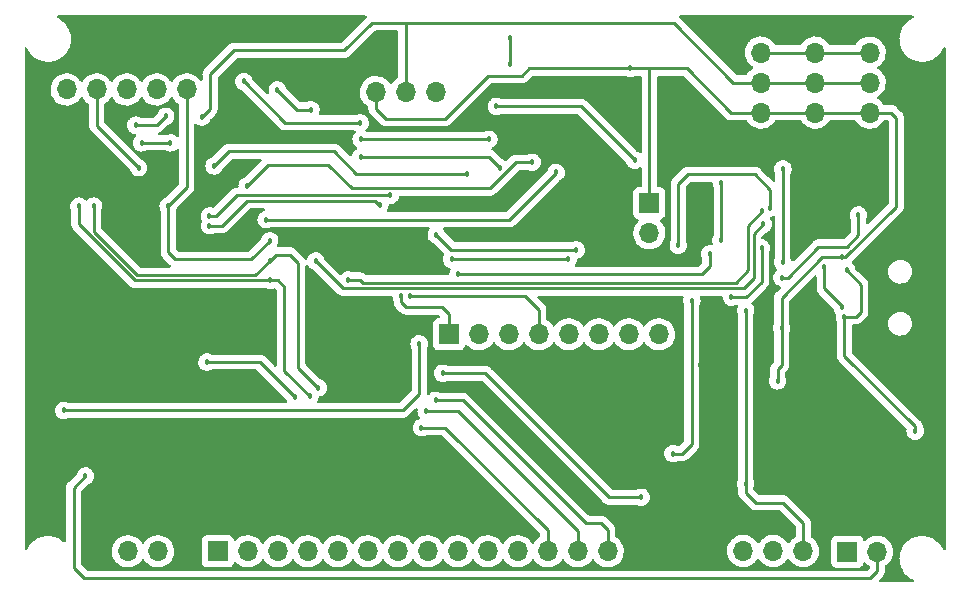
<source format=gbr>
%TF.GenerationSoftware,KiCad,Pcbnew,(6.0.2)*%
%TF.CreationDate,2022-06-23T10:32:29-05:00*%
%TF.ProjectId,ESP32_BUAP_DESARROLLO,45535033-325f-4425-9541-505f44455341,rev?*%
%TF.SameCoordinates,Original*%
%TF.FileFunction,Copper,L2,Bot*%
%TF.FilePolarity,Positive*%
%FSLAX46Y46*%
G04 Gerber Fmt 4.6, Leading zero omitted, Abs format (unit mm)*
G04 Created by KiCad (PCBNEW (6.0.2)) date 2022-06-23 10:32:29*
%MOMM*%
%LPD*%
G01*
G04 APERTURE LIST*
%TA.AperFunction,ComponentPad*%
%ADD10R,1.700000X1.700000*%
%TD*%
%TA.AperFunction,ComponentPad*%
%ADD11O,1.700000X1.700000*%
%TD*%
%TA.AperFunction,ViaPad*%
%ADD12C,0.457200*%
%TD*%
%TA.AperFunction,Conductor*%
%ADD13C,0.250000*%
%TD*%
G04 APERTURE END LIST*
D10*
%TO.P,J7,1,Pin_1*%
%TO.N,/GPIO39*%
X37350000Y-66375000D03*
D11*
%TO.P,J7,2,Pin_2*%
%TO.N,/GPIO34*%
X39890000Y-66375000D03*
%TO.P,J7,3,Pin_3*%
%TO.N,/GPIO35*%
X42430000Y-66375000D03*
%TO.P,J7,4,Pin_4*%
%TO.N,/GPIO32*%
X44970000Y-66375000D03*
%TO.P,J7,5,Pin_5*%
%TO.N,/GPIO33*%
X47510000Y-66375000D03*
%TO.P,J7,6,Pin_6*%
%TO.N,/GPIO25*%
X50050000Y-66375000D03*
%TO.P,J7,7,Pin_7*%
%TO.N,/GPIO26*%
X52590000Y-66375000D03*
%TO.P,J7,8,Pin_8*%
%TO.N,/GPIO27*%
X55130000Y-66375000D03*
%TO.P,J7,9,Pin_9*%
%TO.N,/GPIO14*%
X57670000Y-66375000D03*
%TO.P,J7,10,Pin_10*%
%TO.N,/GPIO12*%
X60210000Y-66375000D03*
%TO.P,J7,11,Pin_11*%
%TO.N,/GPIO13*%
X62750000Y-66375000D03*
%TO.P,J7,12,Pin_12*%
%TO.N,/GPIO15*%
X65290000Y-66375000D03*
%TO.P,J7,13,Pin_13*%
%TO.N,/TX0*%
X67830000Y-66375000D03*
%TO.P,J7,14,Pin_14*%
%TO.N,/RX0*%
X70370000Y-66375000D03*
%TO.P,J7,15,Pin_15*%
%TO.N,Earth*%
X72910000Y-66375000D03*
%TO.P,J7,16,Pin_16*%
X75450000Y-66375000D03*
%TD*%
D10*
%TO.P,J2,1,Pin_1*%
%TO.N,Earth*%
X22025000Y-27275000D03*
D11*
%TO.P,J2,2,Pin_2*%
%TO.N,/Vin*%
X24565000Y-27275000D03*
%TO.P,J2,3,Pin_3*%
%TO.N,/MISO*%
X27105000Y-27275000D03*
%TO.P,J2,4,Pin_4*%
%TO.N,/MOSI*%
X29645000Y-27275000D03*
%TO.P,J2,5,Pin_5*%
%TO.N,/SCK*%
X32185000Y-27275000D03*
%TO.P,J2,6,Pin_6*%
%TO.N,/CS*%
X34725000Y-27275000D03*
%TD*%
D10*
%TO.P,J5,1,Pin_1*%
%TO.N,Earth*%
X92550000Y-31770000D03*
D11*
%TO.P,J5,2,Pin_2*%
%TO.N,VDD3V3*%
X92550000Y-29230000D03*
%TO.P,J5,3,Pin_3*%
%TO.N,/SCL*%
X92550000Y-26690000D03*
%TO.P,J5,4,Pin_4*%
%TO.N,/SDA*%
X92550000Y-24150000D03*
%TD*%
D10*
%TO.P,J4,1,Pin_1*%
%TO.N,Earth*%
X83350000Y-31770000D03*
D11*
%TO.P,J4,2,Pin_2*%
%TO.N,VDD3V3*%
X83350000Y-29230000D03*
%TO.P,J4,3,Pin_3*%
%TO.N,/SCL*%
X83350000Y-26690000D03*
%TO.P,J4,4,Pin_4*%
%TO.N,/SDA*%
X83350000Y-24150000D03*
%TD*%
D10*
%TO.P,J6,1,Pin_1*%
%TO.N,Earth*%
X87950000Y-31770000D03*
D11*
%TO.P,J6,2,Pin_2*%
%TO.N,VDD3V3*%
X87950000Y-29230000D03*
%TO.P,J6,3,Pin_3*%
%TO.N,/SCL*%
X87950000Y-26690000D03*
%TO.P,J6,4,Pin_4*%
%TO.N,/SDA*%
X87950000Y-24150000D03*
%TD*%
D10*
%TO.P,J9,1,Pin_1*%
%TO.N,/MOSI*%
X56925007Y-48000006D03*
D11*
%TO.P,J9,2,Pin_2*%
%TO.N,/SCL*%
X59465007Y-48000006D03*
%TO.P,J9,3,Pin_3*%
%TO.N,/SDA*%
X62005007Y-48000006D03*
%TO.P,J9,4,Pin_4*%
%TO.N,/MISO*%
X64545007Y-48000006D03*
%TO.P,J9,5,Pin_5*%
%TO.N,/SCK*%
X67085007Y-48000006D03*
%TO.P,J9,6,Pin_6*%
%TO.N,/CS*%
X69625007Y-48000006D03*
%TO.P,J9,7,Pin_7*%
%TO.N,/TX2*%
X72165007Y-48000006D03*
%TO.P,J9,8,Pin_8*%
%TO.N,/RX2*%
X74705007Y-48000006D03*
%TD*%
D10*
%TO.P,J3,1,Pin_1*%
%TO.N,Earth*%
X48200000Y-27500000D03*
D11*
%TO.P,J3,2,Pin_2*%
%TO.N,VDD3V3*%
X50740000Y-27500000D03*
%TO.P,J3,3,Pin_3*%
%TO.N,/SCL*%
X53280000Y-27500000D03*
%TO.P,J3,4,Pin_4*%
%TO.N,/SDA*%
X55820000Y-27500000D03*
%TD*%
D10*
%TO.P,J11,1,Pin_1*%
%TO.N,VDD3V3*%
X90650000Y-66400000D03*
D11*
%TO.P,J11,2,Pin_2*%
%TO.N,VDDMICRO*%
X93190000Y-66400000D03*
%TD*%
D10*
%TO.P,J10,1,Pin_1*%
%TO.N,Earth*%
X27199996Y-66375001D03*
D11*
%TO.P,J10,2,Pin_2*%
%TO.N,/GPIO36*%
X29739996Y-66375001D03*
%TO.P,J10,3,Pin_3*%
%TO.N,VDD3V3*%
X32279996Y-66375001D03*
%TD*%
D10*
%TO.P,JP1,1,A*%
%TO.N,VDD3V3*%
X73900000Y-36900000D03*
D11*
%TO.P,JP1,2,B*%
%TO.N,Net-(JP1-Pad2)*%
X73900000Y-39440000D03*
%TD*%
D10*
%TO.P,J8,1,Pin_1*%
%TO.N,Earth*%
X79300000Y-66350000D03*
D11*
%TO.P,J8,2,Pin_2*%
%TO.N,VDD3V3*%
X81840000Y-66350000D03*
%TO.P,J8,3,Pin_3*%
X84380000Y-66350000D03*
%TO.P,J8,4,Pin_4*%
%TO.N,/Vin*%
X86920000Y-66350000D03*
%TD*%
D12*
%TO.N,Earth*%
X87850000Y-39550000D03*
X78700000Y-56700000D03*
X87850000Y-37000000D03*
X25999999Y-42850003D03*
X43350002Y-22850000D03*
X26000000Y-44650000D03*
X78700000Y-55100000D03*
X93900000Y-40400000D03*
X26000000Y-45250000D03*
X88950000Y-39550000D03*
X96700000Y-40400000D03*
X93900000Y-49400000D03*
X97700000Y-37100000D03*
X78150000Y-50600000D03*
X26000000Y-44050000D03*
X89000000Y-38250000D03*
X78700000Y-55950000D03*
X86600000Y-37000000D03*
X96600000Y-49300000D03*
X92600000Y-57900000D03*
X78800000Y-50600000D03*
X43350002Y-25400000D03*
X37400000Y-49250000D03*
X26000000Y-46550000D03*
X85149995Y-60649993D03*
X46400000Y-39250000D03*
X86600000Y-39550000D03*
X86600000Y-38250000D03*
X89000000Y-37000000D03*
X26000000Y-43450000D03*
X26000000Y-45900000D03*
X87850000Y-38250000D03*
X26000000Y-47200000D03*
%TO.N,VDD3V3*%
X73200006Y-61800003D03*
X90200000Y-41500000D03*
X85100008Y-47500007D03*
X84749996Y-51950010D03*
X72300000Y-25500000D03*
X56399989Y-51299999D03*
%TO.N,VCCUSB*%
X90400835Y-46503387D03*
X96400010Y-56199989D03*
X90599997Y-42599991D03*
%TO.N,Net-(J1-Pad2)*%
X88700000Y-42299992D03*
X90200000Y-45700000D03*
%TO.N,Net-(R1-Pad1)*%
X85100008Y-43199990D03*
X91600000Y-37900000D03*
%TO.N,/EN*%
X78999994Y-41199994D03*
X54400000Y-48800000D03*
X57700012Y-42925975D03*
X24300000Y-54450005D03*
%TO.N,/TX0*%
X45149999Y-53250008D03*
X25600000Y-37149989D03*
X54999992Y-54499993D03*
X41800000Y-43450000D03*
%TO.N,/CS*%
X39550010Y-26599998D03*
X67699992Y-40850007D03*
X49400003Y-30099991D03*
X41750005Y-40099996D03*
X33149997Y-37149989D03*
X55862703Y-39587297D03*
%TO.N,/RX0*%
X45849997Y-52525498D03*
X55799990Y-53599994D03*
X26850010Y-37149989D03*
X41750000Y-41800000D03*
%TO.N,/RTS*%
X76350012Y-40450008D03*
X84150000Y-37300000D03*
%TO.N,Net-(R7-Pad2)*%
X48400000Y-43400000D03*
X83450000Y-37600000D03*
%TO.N,Net-(Q1-Pad2)*%
X80850003Y-44849999D03*
X83400000Y-40700000D03*
%TO.N,/GPIO0*%
X85175496Y-41899992D03*
X85200000Y-34000008D03*
X63962305Y-33437703D03*
X79950005Y-39999996D03*
X79999992Y-35174504D03*
X39850009Y-35449993D03*
%TO.N,Net-(R8-Pad2)*%
X45650000Y-41800000D03*
X83554874Y-38689369D03*
%TO.N,/Vin*%
X82050001Y-60700006D03*
X62100003Y-22950000D03*
X62100003Y-25100001D03*
X82050000Y-46000000D03*
%TO.N,/SCK*%
X67050006Y-41599993D03*
X42399991Y-27299996D03*
X57150000Y-41650000D03*
X45249998Y-28999993D03*
%TO.N,/MISO*%
X53600000Y-44800000D03*
X51950000Y-36250000D03*
X30650002Y-33900008D03*
X36649990Y-37971908D03*
%TO.N,/MOSI*%
X51050012Y-37100002D03*
X36649990Y-38799999D03*
X52900000Y-44800000D03*
%TO.N,/SCL*%
X32949998Y-29550004D03*
X30400000Y-30299990D03*
X36000000Y-29600000D03*
%TO.N,/SDA*%
X33349997Y-31800013D03*
X30899989Y-31800013D03*
%TO.N,/GPIO2*%
X41450000Y-38300000D03*
X66000000Y-34300000D03*
%TO.N,/GPIO15*%
X36449991Y-50349988D03*
X54599992Y-55899990D03*
X43899988Y-53350008D03*
%TO.N,/GPIO4*%
X72649994Y-33249997D03*
X60949992Y-28699993D03*
X37050000Y-33749996D03*
X58450000Y-34400000D03*
%TO.N,/RX2*%
X61249992Y-33900008D03*
X49449990Y-33000010D03*
%TO.N,/TX2*%
X49500003Y-31499988D03*
X60300000Y-31500000D03*
%TO.N,Net-(JP1-Pad2)*%
X77499997Y-45149999D03*
X75900000Y-58100000D03*
%TO.N,VDDMICRO*%
X26150011Y-60000007D03*
%TD*%
D13*
%TO.N,Earth*%
X72850000Y-66315000D02*
X72910000Y-66375000D01*
%TO.N,VDD3V3*%
X85100000Y-47500000D02*
X85100000Y-50600000D01*
X92550000Y-29230000D02*
X87950000Y-29230000D01*
X88500000Y-41500000D02*
X85100008Y-44899992D01*
X60000000Y-51300000D02*
X56600000Y-51300000D01*
X77050000Y-25500000D02*
X73950000Y-25500000D01*
X70500003Y-61800003D02*
X66500000Y-57800000D01*
X85100000Y-50600000D02*
X84749996Y-50950004D01*
X51600000Y-29750000D02*
X50740000Y-28890000D01*
X80780000Y-29230000D02*
X77050000Y-25500000D01*
X73200006Y-61800003D02*
X70500003Y-61800003D01*
X56600000Y-29750000D02*
X51600000Y-29750000D01*
X73950000Y-25500000D02*
X72300000Y-25500000D01*
X90200000Y-41500000D02*
X88500000Y-41500000D01*
X50740000Y-28890000D02*
X50740000Y-27500000D01*
X60250001Y-26099999D02*
X56600000Y-29750000D01*
X66500000Y-57800000D02*
X60000000Y-51300000D01*
X90500000Y-41500000D02*
X94800000Y-37200000D01*
X83350000Y-29230000D02*
X80780000Y-29230000D01*
X63700000Y-25500000D02*
X63100001Y-26099999D01*
X90200000Y-41500000D02*
X90500000Y-41500000D01*
X56600000Y-51300000D02*
X56400000Y-51300000D01*
X63100001Y-26099999D02*
X60250001Y-26099999D01*
X84749996Y-50950004D02*
X84749996Y-51950010D01*
X85100008Y-44899992D02*
X85100008Y-47500007D01*
X73900000Y-25550000D02*
X73950000Y-25500000D01*
X94380000Y-29230000D02*
X92550000Y-29230000D01*
X94800000Y-37200000D02*
X94800000Y-29650000D01*
X94800000Y-29650000D02*
X94380000Y-29230000D01*
X72300000Y-25500000D02*
X63700000Y-25500000D01*
X87950000Y-29230000D02*
X83350000Y-29230000D01*
X73900000Y-36900000D02*
X73900000Y-25550000D01*
%TO.N,VCCUSB*%
X96400000Y-55800000D02*
X96400000Y-56200000D01*
X91800000Y-46100000D02*
X91800000Y-44800000D01*
X90400835Y-46503387D02*
X90400835Y-49800835D01*
X90400844Y-46503377D02*
X90404221Y-46500000D01*
X91800000Y-44800000D02*
X91800000Y-43800000D01*
X90404221Y-46500000D02*
X91400000Y-46500000D01*
X91400000Y-46500000D02*
X91800000Y-46100000D01*
X91800000Y-43800000D02*
X90600000Y-42600000D01*
X90400835Y-49800835D02*
X96400000Y-55800000D01*
%TO.N,Net-(J1-Pad2)*%
X88700000Y-42299992D02*
X88700000Y-44122040D01*
X88700000Y-44122040D02*
X90202460Y-45624500D01*
%TO.N,Net-(R1-Pad1)*%
X88200000Y-40600000D02*
X85600000Y-43200000D01*
X91600000Y-39600000D02*
X90600000Y-40600000D01*
X90600000Y-40600000D02*
X88200000Y-40600000D01*
X85600000Y-43200000D02*
X85100000Y-43200000D01*
X91600000Y-37900000D02*
X91600000Y-39600000D01*
%TO.N,/EN*%
X54400000Y-48800000D02*
X54400000Y-53050000D01*
X78999994Y-42250006D02*
X78324020Y-42925980D01*
X78999994Y-41199994D02*
X78999994Y-42250006D01*
X53000000Y-54450000D02*
X24300000Y-54450000D01*
X54400000Y-53050000D02*
X53000000Y-54450000D01*
X78324020Y-42925980D02*
X57700000Y-42925980D01*
%TO.N,/TX0*%
X42450000Y-43450000D02*
X43000000Y-44000000D01*
X41800000Y-43450000D02*
X42450000Y-43450000D01*
X67830000Y-64630000D02*
X67830000Y-66375000D01*
X43000000Y-44000000D02*
X43000000Y-51100000D01*
X25600000Y-37900000D02*
X25600000Y-37150000D01*
X54999992Y-54499993D02*
X57699993Y-54499993D01*
X37250000Y-43450000D02*
X30350000Y-43450000D01*
X41800000Y-43450000D02*
X37250000Y-43450000D01*
X29650000Y-42750000D02*
X25600000Y-38700000D01*
X43000000Y-51100000D02*
X45150000Y-53250000D01*
X57699993Y-54499993D02*
X67830000Y-64630000D01*
X25600000Y-38700000D02*
X25600000Y-37900000D01*
X30350000Y-43450000D02*
X29650000Y-42750000D01*
%TO.N,/CS*%
X33150000Y-41050000D02*
X33150000Y-37150000D01*
X40200000Y-41650000D02*
X33750000Y-41650000D01*
X33750000Y-41650000D02*
X33150000Y-41050000D01*
X43050000Y-30100000D02*
X49400000Y-30100000D01*
X57125402Y-40850000D02*
X67600000Y-40850000D01*
X33149997Y-37149989D02*
X34725000Y-35574986D01*
X67600000Y-40850000D02*
X67700000Y-40850000D01*
X41750000Y-40100000D02*
X40200000Y-41650000D01*
X39550000Y-26600000D02*
X43050000Y-30100000D01*
X34725000Y-35574986D02*
X34725000Y-27275000D01*
X55862701Y-39587299D02*
X57125402Y-40850000D01*
%TO.N,/RX0*%
X70370000Y-64570000D02*
X70370000Y-66375000D01*
X69800000Y-64000000D02*
X70370000Y-64570000D01*
X44150000Y-41950000D02*
X44150000Y-50825500D01*
X40549520Y-43000480D02*
X30536198Y-43000480D01*
X41750000Y-41800000D02*
X42300000Y-41250000D01*
X44150000Y-50825500D02*
X45850000Y-52525500D01*
X30536198Y-43000480D02*
X26850000Y-39314282D01*
X41750000Y-41800000D02*
X40549520Y-43000480D01*
X43450000Y-41250000D02*
X44150000Y-41950000D01*
X26850000Y-39314282D02*
X26850000Y-37150000D01*
X58099994Y-53599994D02*
X68500000Y-64000000D01*
X55799990Y-53599994D02*
X58099994Y-53599994D01*
X68500000Y-64000000D02*
X69800000Y-64000000D01*
X42300000Y-41250000D02*
X43450000Y-41250000D01*
%TO.N,/RTS*%
X77150000Y-34450000D02*
X82850000Y-34450000D01*
X76350000Y-35250000D02*
X77150000Y-34450000D01*
X84150000Y-35750000D02*
X84150000Y-37300000D01*
X76350000Y-40450000D02*
X76350000Y-35250000D01*
X82850000Y-34450000D02*
X84150000Y-35750000D01*
%TO.N,Net-(R7-Pad2)*%
X83450000Y-37600000D02*
X82250000Y-38800000D01*
X49400000Y-43400000D02*
X48400000Y-43400000D01*
X81199520Y-43650480D02*
X49650480Y-43650480D01*
X82250000Y-38800000D02*
X82250000Y-42600000D01*
X82250000Y-42600000D02*
X81199520Y-43650480D01*
X49650480Y-43650480D02*
X49400000Y-43400000D01*
%TO.N,Net-(Q1-Pad2)*%
X83400000Y-43550000D02*
X83400000Y-40700000D01*
X82100000Y-44850000D02*
X83400000Y-43550000D01*
X80850000Y-44850000D02*
X82100000Y-44850000D01*
%TO.N,/GPIO0*%
X39850000Y-35450000D02*
X41650000Y-33650000D01*
X85200000Y-41875488D02*
X85200000Y-34000008D01*
X46700000Y-33650000D02*
X48700000Y-35650000D01*
X60400000Y-35650000D02*
X62600000Y-33450000D01*
X41650000Y-33650000D02*
X46700000Y-33650000D01*
X62600000Y-33450000D02*
X63950000Y-33450000D01*
X80000000Y-39950000D02*
X79950000Y-40000000D01*
X80000000Y-35174500D02*
X80000000Y-39950000D01*
X85175496Y-41899992D02*
X85200000Y-41875488D01*
X63950000Y-33450000D02*
X63962299Y-33437701D01*
X48700000Y-35650000D02*
X60400000Y-35650000D01*
%TO.N,Net-(R8-Pad2)*%
X81900000Y-44100000D02*
X82750000Y-43250000D01*
X82750000Y-43250000D02*
X82750000Y-39494243D01*
X47950000Y-44100000D02*
X81900000Y-44100000D01*
X82750000Y-39494243D02*
X83554874Y-38689369D01*
X45650000Y-41800000D02*
X47950000Y-44100000D01*
%TO.N,/Vin*%
X82050000Y-60700000D02*
X82050000Y-61400000D01*
X85200000Y-62250000D02*
X86920000Y-63970000D01*
X82900000Y-62250000D02*
X85200000Y-62250000D01*
X82050000Y-61400000D02*
X82900000Y-62250000D01*
X82050001Y-60700006D02*
X82050000Y-46050000D01*
X62100000Y-25100000D02*
X62100000Y-22950000D01*
X86920000Y-63970000D02*
X86920000Y-66350000D01*
%TO.N,/SCK*%
X67000000Y-41650000D02*
X67050000Y-41600000D01*
X42399991Y-27299996D02*
X44099995Y-29000000D01*
X44099995Y-29000000D02*
X45250000Y-29000000D01*
X57150000Y-41650000D02*
X67000000Y-41650000D01*
%TO.N,/MISO*%
X38950000Y-36250000D02*
X51925500Y-36250000D01*
X30650000Y-33900000D02*
X27105000Y-30355000D01*
X37228092Y-37971908D02*
X38950000Y-36250000D01*
X64545000Y-45945000D02*
X64545000Y-48000000D01*
X36649990Y-37971908D02*
X37228092Y-37971908D01*
X53600000Y-44800000D02*
X63400000Y-44800000D01*
X63400000Y-44800000D02*
X64545000Y-45945000D01*
X27105000Y-30355000D02*
X27105000Y-27275000D01*
%TO.N,/MOSI*%
X53300000Y-45700000D02*
X56300000Y-45700000D01*
X56925000Y-46325000D02*
X56925000Y-48000000D01*
X39800000Y-36699520D02*
X50649520Y-36699520D01*
X52900000Y-44800000D02*
X52900000Y-45300000D01*
X36649990Y-38799999D02*
X37699521Y-38799999D01*
X52900000Y-45300000D02*
X53300000Y-45700000D01*
X51000000Y-37050000D02*
X51050000Y-37100000D01*
X50649520Y-36699520D02*
X51000000Y-37050000D01*
X56300000Y-45700000D02*
X56925000Y-46325000D01*
X37699521Y-38799999D02*
X39800000Y-36699520D01*
%TO.N,/SCL*%
X53280000Y-27500000D02*
X53280000Y-21670000D01*
X36700000Y-28900000D02*
X36000000Y-29600000D01*
X92550000Y-26690000D02*
X87950000Y-26690000D01*
X48080000Y-23970000D02*
X38730000Y-23970000D01*
X83350000Y-26690000D02*
X80990000Y-26690000D01*
X32950000Y-29550000D02*
X32200010Y-30299990D01*
X50400000Y-21650000D02*
X48080000Y-23970000D01*
X80990000Y-26690000D02*
X75950000Y-21650000D01*
X75950000Y-21650000D02*
X53300000Y-21650000D01*
X36700000Y-26000000D02*
X36700000Y-28900000D01*
X38730000Y-23970000D02*
X36700000Y-26000000D01*
X87950000Y-26690000D02*
X83350000Y-26690000D01*
X53280000Y-21670000D02*
X53300000Y-21650000D01*
X32200010Y-30299990D02*
X30400000Y-30299990D01*
X53300000Y-21650000D02*
X50400000Y-21650000D01*
%TO.N,/SDA*%
X87950000Y-24150000D02*
X83350000Y-24150000D01*
X33350000Y-31800000D02*
X30900000Y-31800000D01*
X92550000Y-24150000D02*
X87950000Y-24150000D01*
%TO.N,/GPIO2*%
X62050000Y-38300000D02*
X66000000Y-34350000D01*
X41450000Y-38300000D02*
X62050000Y-38300000D01*
X66000000Y-34350000D02*
X66000000Y-34300000D01*
%TO.N,/GPIO15*%
X54599992Y-55899990D02*
X56599990Y-55899990D01*
X40900000Y-50350000D02*
X43900000Y-53350000D01*
X36450000Y-50350000D02*
X40900000Y-50350000D01*
X56599990Y-55899990D02*
X65290000Y-64590000D01*
X65290000Y-64590000D02*
X65290000Y-66375000D01*
%TO.N,/GPIO4*%
X60950000Y-28700000D02*
X68100000Y-28700000D01*
X58450000Y-34400000D02*
X49100000Y-34400000D01*
X68100000Y-28700000D02*
X72650000Y-33250000D01*
X49100000Y-34400000D02*
X47200000Y-32500000D01*
X38299996Y-32500000D02*
X37050000Y-33749996D01*
X47200000Y-32500000D02*
X38299996Y-32500000D01*
%TO.N,/RX2*%
X49450000Y-33000000D02*
X60350000Y-33000000D01*
X60350000Y-33000000D02*
X61250000Y-33900000D01*
%TO.N,/TX2*%
X49500000Y-31500000D02*
X60300000Y-31500000D01*
%TO.N,Net-(JP1-Pad2)*%
X76700000Y-58100000D02*
X77499997Y-57300003D01*
X77499997Y-57300003D02*
X77499997Y-45149999D01*
X75900000Y-58100000D02*
X76700000Y-58100000D01*
%TO.N,VDDMICRO*%
X26050000Y-68650000D02*
X25350000Y-67950000D01*
X92600000Y-68650000D02*
X26050000Y-68650000D01*
X25150000Y-64100000D02*
X25150000Y-61000000D01*
X25350000Y-67950000D02*
X25150000Y-67750000D01*
X93190000Y-66400000D02*
X93190000Y-68060000D01*
X25150000Y-61000000D02*
X26150000Y-60000000D01*
X25150000Y-67750000D02*
X25150000Y-64100000D01*
X93190000Y-68060000D02*
X92600000Y-68650000D01*
%TD*%
%TA.AperFunction,Conductor*%
%TO.N,Earth*%
G36*
X49915905Y-21020002D02*
G01*
X49962398Y-21073658D01*
X49972502Y-21143932D01*
X49944870Y-21206314D01*
X49934713Y-21218592D01*
X49926722Y-21227373D01*
X47854500Y-23299595D01*
X47792188Y-23333621D01*
X47765405Y-23336500D01*
X38808768Y-23336500D01*
X38797585Y-23335973D01*
X38790092Y-23334298D01*
X38782166Y-23334547D01*
X38782165Y-23334547D01*
X38722002Y-23336438D01*
X38718044Y-23336500D01*
X38690144Y-23336500D01*
X38686154Y-23337004D01*
X38674320Y-23337936D01*
X38630111Y-23339326D01*
X38622495Y-23341539D01*
X38622493Y-23341539D01*
X38610652Y-23344979D01*
X38591293Y-23348988D01*
X38589983Y-23349154D01*
X38571203Y-23351526D01*
X38563837Y-23354442D01*
X38563831Y-23354444D01*
X38530098Y-23367800D01*
X38518868Y-23371645D01*
X38484017Y-23381770D01*
X38476407Y-23383981D01*
X38469584Y-23388016D01*
X38458966Y-23394295D01*
X38441213Y-23402992D01*
X38433568Y-23406019D01*
X38422383Y-23410448D01*
X38415968Y-23415109D01*
X38386612Y-23436437D01*
X38376695Y-23442951D01*
X38338638Y-23465458D01*
X38324317Y-23479779D01*
X38309284Y-23492619D01*
X38292893Y-23504528D01*
X38287842Y-23510634D01*
X38264702Y-23538605D01*
X38256712Y-23547384D01*
X36307747Y-25496348D01*
X36299461Y-25503888D01*
X36292982Y-25508000D01*
X36287557Y-25513777D01*
X36246357Y-25557651D01*
X36243602Y-25560493D01*
X36223865Y-25580230D01*
X36221385Y-25583427D01*
X36213682Y-25592447D01*
X36183414Y-25624679D01*
X36179595Y-25631625D01*
X36179593Y-25631628D01*
X36173652Y-25642434D01*
X36162801Y-25658953D01*
X36150386Y-25674959D01*
X36147241Y-25682228D01*
X36147238Y-25682232D01*
X36132826Y-25715537D01*
X36127609Y-25726187D01*
X36106305Y-25764940D01*
X36104334Y-25772615D01*
X36104334Y-25772616D01*
X36101267Y-25784562D01*
X36094863Y-25803266D01*
X36086819Y-25821855D01*
X36085580Y-25829678D01*
X36085577Y-25829688D01*
X36079901Y-25865524D01*
X36077495Y-25877144D01*
X36076712Y-25880194D01*
X36066500Y-25919970D01*
X36066500Y-25940224D01*
X36064949Y-25959934D01*
X36061780Y-25979943D01*
X36062526Y-25987835D01*
X36065941Y-26023961D01*
X36066500Y-26035819D01*
X36066500Y-26420737D01*
X36046498Y-26488858D01*
X35992842Y-26535351D01*
X35922568Y-26545455D01*
X35857988Y-26515961D01*
X35834708Y-26489177D01*
X35807822Y-26447617D01*
X35807820Y-26447614D01*
X35805014Y-26443277D01*
X35654670Y-26278051D01*
X35650619Y-26274852D01*
X35650615Y-26274848D01*
X35483414Y-26142800D01*
X35483410Y-26142798D01*
X35479359Y-26139598D01*
X35474838Y-26137102D01*
X35474836Y-26137101D01*
X35427136Y-26110769D01*
X35283789Y-26031638D01*
X35278920Y-26029914D01*
X35278916Y-26029912D01*
X35078087Y-25958795D01*
X35078083Y-25958794D01*
X35073212Y-25957069D01*
X35068119Y-25956162D01*
X35068116Y-25956161D01*
X34858373Y-25918800D01*
X34858367Y-25918799D01*
X34853284Y-25917894D01*
X34779452Y-25916992D01*
X34635081Y-25915228D01*
X34635079Y-25915228D01*
X34629911Y-25915165D01*
X34409091Y-25948955D01*
X34196756Y-26018357D01*
X33998607Y-26121507D01*
X33994474Y-26124610D01*
X33994471Y-26124612D01*
X33826535Y-26250702D01*
X33819965Y-26255635D01*
X33798544Y-26278051D01*
X33686031Y-26395789D01*
X33665629Y-26417138D01*
X33558201Y-26574621D01*
X33503293Y-26619621D01*
X33432768Y-26627792D01*
X33369021Y-26596538D01*
X33348324Y-26572054D01*
X33267822Y-26447617D01*
X33267820Y-26447614D01*
X33265014Y-26443277D01*
X33114670Y-26278051D01*
X33110619Y-26274852D01*
X33110615Y-26274848D01*
X32943414Y-26142800D01*
X32943410Y-26142798D01*
X32939359Y-26139598D01*
X32934838Y-26137102D01*
X32934836Y-26137101D01*
X32887136Y-26110769D01*
X32743789Y-26031638D01*
X32738920Y-26029914D01*
X32738916Y-26029912D01*
X32538087Y-25958795D01*
X32538083Y-25958794D01*
X32533212Y-25957069D01*
X32528119Y-25956162D01*
X32528116Y-25956161D01*
X32318373Y-25918800D01*
X32318367Y-25918799D01*
X32313284Y-25917894D01*
X32239452Y-25916992D01*
X32095081Y-25915228D01*
X32095079Y-25915228D01*
X32089911Y-25915165D01*
X31869091Y-25948955D01*
X31656756Y-26018357D01*
X31458607Y-26121507D01*
X31454474Y-26124610D01*
X31454471Y-26124612D01*
X31286535Y-26250702D01*
X31279965Y-26255635D01*
X31258544Y-26278051D01*
X31146031Y-26395789D01*
X31125629Y-26417138D01*
X31018201Y-26574621D01*
X30963293Y-26619621D01*
X30892768Y-26627792D01*
X30829021Y-26596538D01*
X30808324Y-26572054D01*
X30727822Y-26447617D01*
X30727820Y-26447614D01*
X30725014Y-26443277D01*
X30574670Y-26278051D01*
X30570619Y-26274852D01*
X30570615Y-26274848D01*
X30403414Y-26142800D01*
X30403410Y-26142798D01*
X30399359Y-26139598D01*
X30394838Y-26137102D01*
X30394836Y-26137101D01*
X30347136Y-26110769D01*
X30203789Y-26031638D01*
X30198920Y-26029914D01*
X30198916Y-26029912D01*
X29998087Y-25958795D01*
X29998083Y-25958794D01*
X29993212Y-25957069D01*
X29988119Y-25956162D01*
X29988116Y-25956161D01*
X29778373Y-25918800D01*
X29778367Y-25918799D01*
X29773284Y-25917894D01*
X29699452Y-25916992D01*
X29555081Y-25915228D01*
X29555079Y-25915228D01*
X29549911Y-25915165D01*
X29329091Y-25948955D01*
X29116756Y-26018357D01*
X28918607Y-26121507D01*
X28914474Y-26124610D01*
X28914471Y-26124612D01*
X28746535Y-26250702D01*
X28739965Y-26255635D01*
X28718544Y-26278051D01*
X28606031Y-26395789D01*
X28585629Y-26417138D01*
X28478201Y-26574621D01*
X28423293Y-26619621D01*
X28352768Y-26627792D01*
X28289021Y-26596538D01*
X28268324Y-26572054D01*
X28187822Y-26447617D01*
X28187820Y-26447614D01*
X28185014Y-26443277D01*
X28034670Y-26278051D01*
X28030619Y-26274852D01*
X28030615Y-26274848D01*
X27863414Y-26142800D01*
X27863410Y-26142798D01*
X27859359Y-26139598D01*
X27854838Y-26137102D01*
X27854836Y-26137101D01*
X27807136Y-26110769D01*
X27663789Y-26031638D01*
X27658920Y-26029914D01*
X27658916Y-26029912D01*
X27458087Y-25958795D01*
X27458083Y-25958794D01*
X27453212Y-25957069D01*
X27448119Y-25956162D01*
X27448116Y-25956161D01*
X27238373Y-25918800D01*
X27238367Y-25918799D01*
X27233284Y-25917894D01*
X27159452Y-25916992D01*
X27015081Y-25915228D01*
X27015079Y-25915228D01*
X27009911Y-25915165D01*
X26789091Y-25948955D01*
X26576756Y-26018357D01*
X26378607Y-26121507D01*
X26374474Y-26124610D01*
X26374471Y-26124612D01*
X26206535Y-26250702D01*
X26199965Y-26255635D01*
X26178544Y-26278051D01*
X26066031Y-26395789D01*
X26045629Y-26417138D01*
X25938201Y-26574621D01*
X25883293Y-26619621D01*
X25812768Y-26627792D01*
X25749021Y-26596538D01*
X25728324Y-26572054D01*
X25647822Y-26447617D01*
X25647820Y-26447614D01*
X25645014Y-26443277D01*
X25494670Y-26278051D01*
X25490619Y-26274852D01*
X25490615Y-26274848D01*
X25323414Y-26142800D01*
X25323410Y-26142798D01*
X25319359Y-26139598D01*
X25314838Y-26137102D01*
X25314836Y-26137101D01*
X25267136Y-26110769D01*
X25123789Y-26031638D01*
X25118920Y-26029914D01*
X25118916Y-26029912D01*
X24918087Y-25958795D01*
X24918083Y-25958794D01*
X24913212Y-25957069D01*
X24908119Y-25956162D01*
X24908116Y-25956161D01*
X24698373Y-25918800D01*
X24698367Y-25918799D01*
X24693284Y-25917894D01*
X24619452Y-25916992D01*
X24475081Y-25915228D01*
X24475079Y-25915228D01*
X24469911Y-25915165D01*
X24249091Y-25948955D01*
X24036756Y-26018357D01*
X23838607Y-26121507D01*
X23834474Y-26124610D01*
X23834471Y-26124612D01*
X23666535Y-26250702D01*
X23659965Y-26255635D01*
X23638544Y-26278051D01*
X23526031Y-26395789D01*
X23505629Y-26417138D01*
X23502720Y-26421403D01*
X23502714Y-26421411D01*
X23433671Y-26522625D01*
X23379743Y-26601680D01*
X23342468Y-26681982D01*
X23289054Y-26797054D01*
X23285688Y-26804305D01*
X23225989Y-27019570D01*
X23202251Y-27241695D01*
X23202548Y-27246848D01*
X23202548Y-27246851D01*
X23206334Y-27312504D01*
X23215110Y-27464715D01*
X23216247Y-27469761D01*
X23216248Y-27469767D01*
X23237275Y-27563069D01*
X23264222Y-27682639D01*
X23348266Y-27889616D01*
X23386446Y-27951921D01*
X23462291Y-28075688D01*
X23464987Y-28080088D01*
X23611250Y-28248938D01*
X23783126Y-28391632D01*
X23976000Y-28504338D01*
X24184692Y-28584030D01*
X24189760Y-28585061D01*
X24189763Y-28585062D01*
X24255676Y-28598472D01*
X24403597Y-28628567D01*
X24408772Y-28628757D01*
X24408774Y-28628757D01*
X24621673Y-28636564D01*
X24621677Y-28636564D01*
X24626837Y-28636753D01*
X24631957Y-28636097D01*
X24631959Y-28636097D01*
X24843288Y-28609025D01*
X24843289Y-28609025D01*
X24848416Y-28608368D01*
X24889837Y-28595941D01*
X25057429Y-28545661D01*
X25057434Y-28545659D01*
X25062384Y-28544174D01*
X25262994Y-28445896D01*
X25444860Y-28316173D01*
X25453316Y-28307747D01*
X25587880Y-28173652D01*
X25603096Y-28158489D01*
X25636658Y-28111783D01*
X25733453Y-27977077D01*
X25734776Y-27978028D01*
X25781645Y-27934857D01*
X25851580Y-27922625D01*
X25917026Y-27950144D01*
X25944875Y-27981994D01*
X26004987Y-28080088D01*
X26151250Y-28248938D01*
X26323126Y-28391632D01*
X26374938Y-28421908D01*
X26409070Y-28441853D01*
X26457794Y-28493491D01*
X26471500Y-28550641D01*
X26471500Y-30276233D01*
X26470973Y-30287416D01*
X26469298Y-30294909D01*
X26469547Y-30302835D01*
X26469547Y-30302836D01*
X26471438Y-30362986D01*
X26471500Y-30366945D01*
X26471500Y-30394856D01*
X26471997Y-30398790D01*
X26471997Y-30398791D01*
X26472005Y-30398856D01*
X26472938Y-30410693D01*
X26474327Y-30454889D01*
X26479978Y-30474339D01*
X26483987Y-30493700D01*
X26484913Y-30501026D01*
X26486526Y-30513797D01*
X26489445Y-30521168D01*
X26489445Y-30521170D01*
X26502804Y-30554912D01*
X26506649Y-30566142D01*
X26511411Y-30582534D01*
X26518982Y-30608593D01*
X26523015Y-30615412D01*
X26523017Y-30615417D01*
X26529293Y-30626028D01*
X26537988Y-30643776D01*
X26545448Y-30662617D01*
X26550110Y-30669033D01*
X26550110Y-30669034D01*
X26571436Y-30698387D01*
X26577952Y-30708307D01*
X26594909Y-30736979D01*
X26600458Y-30746362D01*
X26614779Y-30760683D01*
X26627619Y-30775716D01*
X26639528Y-30792107D01*
X26670834Y-30818006D01*
X26673605Y-30820298D01*
X26682384Y-30828288D01*
X29911422Y-34057327D01*
X29941885Y-34106650D01*
X29952785Y-34139417D01*
X29976645Y-34211142D01*
X29980292Y-34217164D01*
X29980293Y-34217166D01*
X30057374Y-34344441D01*
X30062310Y-34352592D01*
X30067199Y-34357655D01*
X30067200Y-34357656D01*
X30131879Y-34424633D01*
X30177184Y-34471547D01*
X30183076Y-34475402D01*
X30183080Y-34475406D01*
X30234334Y-34508945D01*
X30315557Y-34562096D01*
X30470553Y-34619738D01*
X30477534Y-34620669D01*
X30477536Y-34620670D01*
X30627487Y-34640678D01*
X30627491Y-34640678D01*
X30634468Y-34641609D01*
X30641480Y-34640971D01*
X30641483Y-34640971D01*
X30792136Y-34627261D01*
X30792139Y-34627260D01*
X30799154Y-34626622D01*
X30908617Y-34591055D01*
X30949732Y-34577696D01*
X30949734Y-34577695D01*
X30956428Y-34575520D01*
X31098472Y-34490845D01*
X31218226Y-34376805D01*
X31243299Y-34339067D01*
X31305838Y-34244939D01*
X31305839Y-34244937D01*
X31309739Y-34239067D01*
X31368462Y-34084477D01*
X31384008Y-33973865D01*
X31390926Y-33924641D01*
X31390926Y-33924638D01*
X31391477Y-33920719D01*
X31391693Y-33905242D01*
X31391711Y-33903970D01*
X31391711Y-33903965D01*
X31391766Y-33900008D01*
X31373333Y-33735671D01*
X31370952Y-33728832D01*
X31336862Y-33630942D01*
X31318949Y-33579502D01*
X31231318Y-33439263D01*
X31141281Y-33348595D01*
X31119757Y-33326920D01*
X31119753Y-33326917D01*
X31114794Y-33321923D01*
X30975170Y-33233315D01*
X30852907Y-33189779D01*
X30806079Y-33160175D01*
X27775405Y-30129500D01*
X27741379Y-30067188D01*
X27738500Y-30040405D01*
X27738500Y-28555427D01*
X27758502Y-28487306D01*
X27799618Y-28447550D01*
X27802994Y-28445896D01*
X27984860Y-28316173D01*
X27993316Y-28307747D01*
X28127880Y-28173652D01*
X28143096Y-28158489D01*
X28176658Y-28111783D01*
X28273453Y-27977077D01*
X28274776Y-27978028D01*
X28321645Y-27934857D01*
X28391580Y-27922625D01*
X28457026Y-27950144D01*
X28484875Y-27981994D01*
X28544987Y-28080088D01*
X28691250Y-28248938D01*
X28863126Y-28391632D01*
X29056000Y-28504338D01*
X29264692Y-28584030D01*
X29269760Y-28585061D01*
X29269763Y-28585062D01*
X29335676Y-28598472D01*
X29483597Y-28628567D01*
X29488772Y-28628757D01*
X29488774Y-28628757D01*
X29701673Y-28636564D01*
X29701677Y-28636564D01*
X29706837Y-28636753D01*
X29711957Y-28636097D01*
X29711959Y-28636097D01*
X29923288Y-28609025D01*
X29923289Y-28609025D01*
X29928416Y-28608368D01*
X29969837Y-28595941D01*
X30137429Y-28545661D01*
X30137434Y-28545659D01*
X30142384Y-28544174D01*
X30342994Y-28445896D01*
X30524860Y-28316173D01*
X30533316Y-28307747D01*
X30667880Y-28173652D01*
X30683096Y-28158489D01*
X30716658Y-28111783D01*
X30813453Y-27977077D01*
X30814776Y-27978028D01*
X30861645Y-27934857D01*
X30931580Y-27922625D01*
X30997026Y-27950144D01*
X31024875Y-27981994D01*
X31084987Y-28080088D01*
X31231250Y-28248938D01*
X31403126Y-28391632D01*
X31596000Y-28504338D01*
X31804692Y-28584030D01*
X31809760Y-28585061D01*
X31809763Y-28585062D01*
X31875676Y-28598472D01*
X32023597Y-28628567D01*
X32028772Y-28628757D01*
X32028774Y-28628757D01*
X32241673Y-28636564D01*
X32241677Y-28636564D01*
X32246837Y-28636753D01*
X32251957Y-28636097D01*
X32251959Y-28636097D01*
X32463288Y-28609025D01*
X32463289Y-28609025D01*
X32468416Y-28608368D01*
X32509837Y-28595941D01*
X32677429Y-28545661D01*
X32677434Y-28545659D01*
X32682384Y-28544174D01*
X32882994Y-28445896D01*
X33064860Y-28316173D01*
X33073316Y-28307747D01*
X33207880Y-28173652D01*
X33223096Y-28158489D01*
X33256658Y-28111783D01*
X33353453Y-27977077D01*
X33354776Y-27978028D01*
X33401645Y-27934857D01*
X33471580Y-27922625D01*
X33537026Y-27950144D01*
X33564875Y-27981994D01*
X33624987Y-28080088D01*
X33771250Y-28248938D01*
X33943126Y-28391632D01*
X33994938Y-28421908D01*
X34029070Y-28441853D01*
X34077794Y-28493491D01*
X34091500Y-28550641D01*
X34091500Y-31194878D01*
X34071498Y-31262999D01*
X34017842Y-31309492D01*
X33947568Y-31319596D01*
X33882988Y-31290102D01*
X33876094Y-31283662D01*
X33819752Y-31226925D01*
X33819748Y-31226922D01*
X33814789Y-31221928D01*
X33804653Y-31215495D01*
X33738507Y-31173518D01*
X33675165Y-31133320D01*
X33561490Y-31092842D01*
X33526013Y-31080209D01*
X33526011Y-31080208D01*
X33519379Y-31077847D01*
X33512393Y-31077014D01*
X33512389Y-31077013D01*
X33395312Y-31063053D01*
X33355175Y-31058267D01*
X33348173Y-31059003D01*
X33348171Y-31059003D01*
X33197714Y-31074817D01*
X33197712Y-31074817D01*
X33190714Y-31075553D01*
X33139928Y-31092842D01*
X33040839Y-31126574D01*
X33040836Y-31126575D01*
X33034169Y-31128845D01*
X33028166Y-31132538D01*
X33028164Y-31132539D01*
X33003327Y-31147818D01*
X32937306Y-31166500D01*
X32386168Y-31166500D01*
X32318047Y-31146498D01*
X32271554Y-31092842D01*
X32261450Y-31022568D01*
X32290944Y-30957988D01*
X32353804Y-30919096D01*
X32358807Y-30918464D01*
X32366178Y-30915545D01*
X32366180Y-30915545D01*
X32399922Y-30902186D01*
X32411152Y-30898341D01*
X32445993Y-30888219D01*
X32445994Y-30888219D01*
X32453603Y-30886008D01*
X32460422Y-30881975D01*
X32460427Y-30881973D01*
X32471038Y-30875697D01*
X32488786Y-30867002D01*
X32507627Y-30859542D01*
X32543397Y-30833554D01*
X32553317Y-30827038D01*
X32584545Y-30808570D01*
X32584548Y-30808568D01*
X32591372Y-30804532D01*
X32605693Y-30790211D01*
X32620727Y-30777370D01*
X32630703Y-30770122D01*
X32637117Y-30765462D01*
X32665298Y-30731397D01*
X32673288Y-30722616D01*
X33107590Y-30288315D01*
X33157749Y-30257578D01*
X33249725Y-30227693D01*
X33249728Y-30227692D01*
X33256424Y-30225516D01*
X33345165Y-30172616D01*
X33392416Y-30144449D01*
X33392418Y-30144448D01*
X33398468Y-30140841D01*
X33518222Y-30026801D01*
X33559778Y-29964255D01*
X33605834Y-29894935D01*
X33605835Y-29894933D01*
X33609735Y-29889063D01*
X33668458Y-29734473D01*
X33683199Y-29629586D01*
X33690922Y-29574637D01*
X33690922Y-29574634D01*
X33691473Y-29570715D01*
X33691762Y-29550004D01*
X33673329Y-29385667D01*
X33670590Y-29377800D01*
X33634902Y-29275321D01*
X33618945Y-29229498D01*
X33531314Y-29089259D01*
X33471091Y-29028614D01*
X33419753Y-28976916D01*
X33419749Y-28976913D01*
X33414790Y-28971919D01*
X33404654Y-28965486D01*
X33333068Y-28920057D01*
X33275166Y-28883311D01*
X33214624Y-28861753D01*
X33126014Y-28830200D01*
X33126012Y-28830199D01*
X33119380Y-28827838D01*
X33112394Y-28827005D01*
X33112390Y-28827004D01*
X32980125Y-28811233D01*
X32955176Y-28808258D01*
X32948174Y-28808994D01*
X32948172Y-28808994D01*
X32797715Y-28824808D01*
X32797713Y-28824808D01*
X32790715Y-28825544D01*
X32740452Y-28842655D01*
X32640840Y-28876565D01*
X32640837Y-28876566D01*
X32634170Y-28878836D01*
X32628171Y-28882526D01*
X32628170Y-28882527D01*
X32516088Y-28951480D01*
X32493322Y-28965486D01*
X32446715Y-29011127D01*
X32400719Y-29056170D01*
X32375172Y-29081187D01*
X32371357Y-29087107D01*
X32371356Y-29087108D01*
X32290294Y-29212893D01*
X32285591Y-29220190D01*
X32283182Y-29226810D01*
X32283181Y-29226811D01*
X32263421Y-29281101D01*
X32241117Y-29342383D01*
X32238884Y-29348517D01*
X32209578Y-29394518D01*
X31974509Y-29629586D01*
X31912197Y-29663611D01*
X31885414Y-29666490D01*
X30814078Y-29666490D01*
X30746565Y-29646876D01*
X30725168Y-29633297D01*
X30615683Y-29594311D01*
X30576016Y-29580186D01*
X30576014Y-29580185D01*
X30569382Y-29577824D01*
X30562396Y-29576991D01*
X30562392Y-29576990D01*
X30445315Y-29563030D01*
X30405178Y-29558244D01*
X30398176Y-29558980D01*
X30398174Y-29558980D01*
X30247717Y-29574794D01*
X30247715Y-29574794D01*
X30240717Y-29575530D01*
X30185548Y-29594311D01*
X30090842Y-29626551D01*
X30090839Y-29626552D01*
X30084172Y-29628822D01*
X30078173Y-29632512D01*
X30078172Y-29632513D01*
X30027623Y-29663611D01*
X29943324Y-29715472D01*
X29907650Y-29750407D01*
X29830797Y-29825667D01*
X29825174Y-29831173D01*
X29821359Y-29837093D01*
X29821358Y-29837094D01*
X29791450Y-29883502D01*
X29735593Y-29970176D01*
X29733184Y-29976796D01*
X29733183Y-29976797D01*
X29711967Y-30035088D01*
X29679034Y-30125570D01*
X29658308Y-30289633D01*
X29674445Y-30454211D01*
X29726643Y-30611124D01*
X29730290Y-30617146D01*
X29730291Y-30617148D01*
X29803163Y-30737473D01*
X29812308Y-30752574D01*
X29817197Y-30757637D01*
X29817198Y-30757638D01*
X29855362Y-30797158D01*
X29927182Y-30871529D01*
X29933074Y-30875384D01*
X29933078Y-30875388D01*
X29994445Y-30915545D01*
X30065555Y-30962078D01*
X30220551Y-31019720D01*
X30227532Y-31020651D01*
X30227534Y-31020652D01*
X30336477Y-31035188D01*
X30401354Y-31064024D01*
X30440342Y-31123357D01*
X30441063Y-31194350D01*
X30407970Y-31250105D01*
X30330910Y-31325568D01*
X30325163Y-31331196D01*
X30235582Y-31470199D01*
X30233173Y-31476819D01*
X30233172Y-31476820D01*
X30181432Y-31618974D01*
X30179023Y-31625593D01*
X30158297Y-31789656D01*
X30174434Y-31954234D01*
X30226632Y-32111147D01*
X30230279Y-32117169D01*
X30230280Y-32117171D01*
X30305638Y-32241601D01*
X30312297Y-32252597D01*
X30317186Y-32257660D01*
X30317187Y-32257661D01*
X30372108Y-32314533D01*
X30427171Y-32371552D01*
X30433063Y-32375407D01*
X30433067Y-32375411D01*
X30475916Y-32403450D01*
X30565544Y-32462101D01*
X30720540Y-32519743D01*
X30727521Y-32520674D01*
X30727523Y-32520675D01*
X30877474Y-32540683D01*
X30877478Y-32540683D01*
X30884455Y-32541614D01*
X30891467Y-32540976D01*
X30891470Y-32540976D01*
X31042123Y-32527266D01*
X31042126Y-32527265D01*
X31049141Y-32526627D01*
X31065102Y-32521441D01*
X31199719Y-32477701D01*
X31199721Y-32477700D01*
X31206415Y-32475525D01*
X31240440Y-32455242D01*
X31247102Y-32451271D01*
X31311619Y-32433500D01*
X32934283Y-32433500D01*
X33003275Y-32454067D01*
X33015552Y-32462101D01*
X33170548Y-32519743D01*
X33177529Y-32520674D01*
X33177531Y-32520675D01*
X33327482Y-32540683D01*
X33327486Y-32540683D01*
X33334463Y-32541614D01*
X33341475Y-32540976D01*
X33341478Y-32540976D01*
X33492131Y-32527266D01*
X33492134Y-32527265D01*
X33499149Y-32526627D01*
X33515110Y-32521441D01*
X33649727Y-32477701D01*
X33649729Y-32477700D01*
X33656423Y-32475525D01*
X33726921Y-32433500D01*
X33792415Y-32394458D01*
X33792417Y-32394457D01*
X33798467Y-32390850D01*
X33878608Y-32314533D01*
X33941733Y-32282041D01*
X34012404Y-32288834D01*
X34068183Y-32332757D01*
X34091500Y-32405779D01*
X34091500Y-35260392D01*
X34071498Y-35328513D01*
X34054595Y-35349487D01*
X32993009Y-36411072D01*
X32944519Y-36441255D01*
X32840839Y-36476550D01*
X32840836Y-36476551D01*
X32834169Y-36478821D01*
X32693321Y-36565471D01*
X32632457Y-36625074D01*
X32614182Y-36642970D01*
X32575171Y-36681172D01*
X32485590Y-36820175D01*
X32483181Y-36826795D01*
X32483180Y-36826796D01*
X32442852Y-36937595D01*
X32429031Y-36975569D01*
X32408305Y-37139632D01*
X32424442Y-37304210D01*
X32476640Y-37461123D01*
X32498277Y-37496850D01*
X32516500Y-37562119D01*
X32516500Y-40971233D01*
X32515973Y-40982416D01*
X32514298Y-40989909D01*
X32514547Y-40997835D01*
X32514547Y-40997836D01*
X32516438Y-41057986D01*
X32516500Y-41061945D01*
X32516500Y-41089856D01*
X32516997Y-41093790D01*
X32516997Y-41093791D01*
X32517005Y-41093856D01*
X32517938Y-41105693D01*
X32519327Y-41149889D01*
X32524978Y-41169339D01*
X32528987Y-41188700D01*
X32529355Y-41191609D01*
X32531526Y-41208797D01*
X32534445Y-41216168D01*
X32534445Y-41216170D01*
X32547804Y-41249912D01*
X32551649Y-41261142D01*
X32563982Y-41303593D01*
X32568015Y-41310412D01*
X32568017Y-41310417D01*
X32574293Y-41321028D01*
X32582988Y-41338776D01*
X32590448Y-41357617D01*
X32595110Y-41364033D01*
X32595110Y-41364034D01*
X32616436Y-41393387D01*
X32622952Y-41403307D01*
X32645458Y-41441362D01*
X32659779Y-41455683D01*
X32672619Y-41470716D01*
X32684528Y-41487107D01*
X32690634Y-41492158D01*
X32718605Y-41515298D01*
X32727384Y-41523288D01*
X33246343Y-42042247D01*
X33253887Y-42050537D01*
X33258000Y-42057018D01*
X33263777Y-42062443D01*
X33307667Y-42103658D01*
X33310509Y-42106413D01*
X33330230Y-42126134D01*
X33333425Y-42128612D01*
X33342448Y-42136319D01*
X33356091Y-42149131D01*
X33392056Y-42210344D01*
X33389217Y-42281284D01*
X33348476Y-42339428D01*
X33282767Y-42366315D01*
X33269837Y-42366980D01*
X30850793Y-42366980D01*
X30782672Y-42346978D01*
X30761698Y-42330075D01*
X27520405Y-39088782D01*
X27486379Y-39026470D01*
X27483500Y-38999687D01*
X27483500Y-37566594D01*
X27503166Y-37501457D01*
X27502628Y-37501181D01*
X27504134Y-37498251D01*
X27504551Y-37496868D01*
X27509747Y-37489048D01*
X27568470Y-37334458D01*
X27585657Y-37212165D01*
X27590934Y-37174622D01*
X27590934Y-37174619D01*
X27591485Y-37170700D01*
X27591774Y-37149989D01*
X27573341Y-36985652D01*
X27569458Y-36974500D01*
X27534996Y-36875540D01*
X27518957Y-36829483D01*
X27431326Y-36689244D01*
X27325294Y-36582469D01*
X27319765Y-36576901D01*
X27319761Y-36576898D01*
X27314802Y-36571904D01*
X27304666Y-36565471D01*
X27260975Y-36537744D01*
X27175178Y-36483296D01*
X27125691Y-36465674D01*
X27026026Y-36430185D01*
X27026024Y-36430184D01*
X27019392Y-36427823D01*
X27012406Y-36426990D01*
X27012402Y-36426989D01*
X26895325Y-36413029D01*
X26855188Y-36408243D01*
X26848186Y-36408979D01*
X26848184Y-36408979D01*
X26697727Y-36424793D01*
X26697725Y-36424793D01*
X26690727Y-36425529D01*
X26608441Y-36453541D01*
X26540852Y-36476550D01*
X26540849Y-36476551D01*
X26534182Y-36478821D01*
X26393334Y-36565471D01*
X26388301Y-36570400D01*
X26388296Y-36570404D01*
X26312927Y-36644210D01*
X26250262Y-36677580D01*
X26179503Y-36671774D01*
X26135364Y-36642970D01*
X26069755Y-36576901D01*
X26069751Y-36576898D01*
X26064792Y-36571904D01*
X26054656Y-36565471D01*
X26010965Y-36537744D01*
X25925168Y-36483296D01*
X25875681Y-36465674D01*
X25776016Y-36430185D01*
X25776014Y-36430184D01*
X25769382Y-36427823D01*
X25762396Y-36426990D01*
X25762392Y-36426989D01*
X25645315Y-36413029D01*
X25605178Y-36408243D01*
X25598176Y-36408979D01*
X25598174Y-36408979D01*
X25447717Y-36424793D01*
X25447715Y-36424793D01*
X25440717Y-36425529D01*
X25358431Y-36453541D01*
X25290842Y-36476550D01*
X25290839Y-36476551D01*
X25284172Y-36478821D01*
X25143324Y-36565471D01*
X25082460Y-36625074D01*
X25064185Y-36642970D01*
X25025174Y-36681172D01*
X24935593Y-36820175D01*
X24933184Y-36826795D01*
X24933183Y-36826796D01*
X24892855Y-36937595D01*
X24879034Y-36975569D01*
X24858308Y-37139632D01*
X24874445Y-37304210D01*
X24926643Y-37461123D01*
X24948277Y-37496845D01*
X24966500Y-37562114D01*
X24966500Y-38621233D01*
X24965973Y-38632416D01*
X24964298Y-38639909D01*
X24964547Y-38647835D01*
X24964547Y-38647836D01*
X24966438Y-38707986D01*
X24966500Y-38711945D01*
X24966500Y-38739856D01*
X24966997Y-38743790D01*
X24966997Y-38743791D01*
X24967005Y-38743856D01*
X24967938Y-38755693D01*
X24969327Y-38799889D01*
X24974978Y-38819339D01*
X24978987Y-38838700D01*
X24981526Y-38858797D01*
X24984445Y-38866168D01*
X24984445Y-38866170D01*
X24997804Y-38899912D01*
X25001649Y-38911142D01*
X25008307Y-38934059D01*
X25013982Y-38953593D01*
X25018015Y-38960412D01*
X25018017Y-38960417D01*
X25024293Y-38971028D01*
X25032988Y-38988776D01*
X25040448Y-39007617D01*
X25045110Y-39014033D01*
X25045110Y-39014034D01*
X25066436Y-39043387D01*
X25072952Y-39053307D01*
X25087220Y-39077432D01*
X25095458Y-39091362D01*
X25109779Y-39105683D01*
X25122619Y-39120716D01*
X25134528Y-39137107D01*
X25168605Y-39165298D01*
X25177384Y-39173288D01*
X29230230Y-43226135D01*
X29230233Y-43226137D01*
X29846343Y-43842247D01*
X29853887Y-43850537D01*
X29858000Y-43857018D01*
X29863777Y-43862443D01*
X29907667Y-43903658D01*
X29910509Y-43906413D01*
X29930230Y-43926134D01*
X29933425Y-43928612D01*
X29942447Y-43936318D01*
X29974679Y-43966586D01*
X29981628Y-43970406D01*
X29992432Y-43976346D01*
X30008956Y-43987199D01*
X30024959Y-43999613D01*
X30065543Y-44017176D01*
X30076173Y-44022383D01*
X30114940Y-44043695D01*
X30122617Y-44045666D01*
X30122622Y-44045668D01*
X30134558Y-44048732D01*
X30153266Y-44055137D01*
X30171855Y-44063181D01*
X30179680Y-44064420D01*
X30179682Y-44064421D01*
X30215519Y-44070097D01*
X30227140Y-44072504D01*
X30262289Y-44081528D01*
X30269970Y-44083500D01*
X30290231Y-44083500D01*
X30309940Y-44085051D01*
X30329943Y-44088219D01*
X30337835Y-44087473D01*
X30343062Y-44086979D01*
X30373954Y-44084059D01*
X30385811Y-44083500D01*
X41384306Y-44083500D01*
X41453297Y-44104067D01*
X41465555Y-44112088D01*
X41620551Y-44169730D01*
X41627532Y-44170661D01*
X41627534Y-44170662D01*
X41777485Y-44190670D01*
X41777489Y-44190670D01*
X41784466Y-44191601D01*
X41791478Y-44190963D01*
X41791481Y-44190963D01*
X41942134Y-44177253D01*
X41942137Y-44177252D01*
X41949152Y-44176614D01*
X42086464Y-44131998D01*
X42099726Y-44127689D01*
X42106426Y-44125512D01*
X42111544Y-44122461D01*
X42181417Y-44112594D01*
X42245924Y-44142249D01*
X42252267Y-44148171D01*
X42329595Y-44225499D01*
X42363621Y-44287811D01*
X42366500Y-44314594D01*
X42366500Y-50616405D01*
X42346498Y-50684526D01*
X42292842Y-50731019D01*
X42222568Y-50741123D01*
X42157988Y-50711629D01*
X42151405Y-50705500D01*
X41403652Y-49957747D01*
X41396112Y-49949461D01*
X41392000Y-49942982D01*
X41342348Y-49896356D01*
X41339507Y-49893602D01*
X41319770Y-49873865D01*
X41316573Y-49871385D01*
X41307551Y-49863680D01*
X41287330Y-49844691D01*
X41275321Y-49833414D01*
X41268375Y-49829595D01*
X41268372Y-49829593D01*
X41257566Y-49823652D01*
X41241047Y-49812801D01*
X41238458Y-49810793D01*
X41225041Y-49800386D01*
X41217772Y-49797241D01*
X41217768Y-49797238D01*
X41184463Y-49782826D01*
X41173813Y-49777609D01*
X41135060Y-49756305D01*
X41115437Y-49751267D01*
X41096734Y-49744863D01*
X41085420Y-49739967D01*
X41085419Y-49739967D01*
X41078145Y-49736819D01*
X41070322Y-49735580D01*
X41070312Y-49735577D01*
X41034476Y-49729901D01*
X41022856Y-49727495D01*
X40987711Y-49718472D01*
X40987710Y-49718472D01*
X40980030Y-49716500D01*
X40959776Y-49716500D01*
X40940065Y-49714949D01*
X40927886Y-49713020D01*
X40920057Y-49711780D01*
X40912165Y-49712526D01*
X40876039Y-49715941D01*
X40864181Y-49716500D01*
X36864088Y-49716500D01*
X36796575Y-49696886D01*
X36775159Y-49683295D01*
X36725672Y-49665673D01*
X36626007Y-49630184D01*
X36626005Y-49630183D01*
X36619373Y-49627822D01*
X36612387Y-49626989D01*
X36612383Y-49626988D01*
X36495306Y-49613028D01*
X36455169Y-49608242D01*
X36448167Y-49608978D01*
X36448165Y-49608978D01*
X36297708Y-49624792D01*
X36297706Y-49624792D01*
X36290708Y-49625528D01*
X36208422Y-49653540D01*
X36140833Y-49676549D01*
X36140830Y-49676550D01*
X36134163Y-49678820D01*
X36128164Y-49682510D01*
X36128163Y-49682511D01*
X35999316Y-49761778D01*
X35993315Y-49765470D01*
X35947033Y-49810793D01*
X35882626Y-49873865D01*
X35875165Y-49881171D01*
X35871350Y-49887091D01*
X35871349Y-49887092D01*
X35865378Y-49896357D01*
X35785584Y-50020174D01*
X35783175Y-50026794D01*
X35783174Y-50026795D01*
X35770633Y-50061252D01*
X35729025Y-50175568D01*
X35708299Y-50339631D01*
X35724436Y-50504209D01*
X35776634Y-50661122D01*
X35780281Y-50667144D01*
X35780282Y-50667146D01*
X35851910Y-50785417D01*
X35862299Y-50802572D01*
X35867188Y-50807635D01*
X35867189Y-50807636D01*
X35885569Y-50826669D01*
X35977173Y-50921527D01*
X35983065Y-50925382D01*
X35983069Y-50925386D01*
X36032249Y-50957568D01*
X36115546Y-51012076D01*
X36270542Y-51069718D01*
X36277523Y-51070649D01*
X36277525Y-51070650D01*
X36427476Y-51090658D01*
X36427480Y-51090658D01*
X36434457Y-51091589D01*
X36441469Y-51090951D01*
X36441472Y-51090951D01*
X36592125Y-51077241D01*
X36592128Y-51077240D01*
X36599143Y-51076602D01*
X36627885Y-51067263D01*
X36749721Y-51027676D01*
X36749723Y-51027675D01*
X36756417Y-51025500D01*
X36797061Y-51001271D01*
X36861579Y-50983500D01*
X40585406Y-50983500D01*
X40653527Y-51003502D01*
X40674501Y-51020405D01*
X43161400Y-53507304D01*
X43191863Y-53556626D01*
X43223167Y-53650729D01*
X43225690Y-53721679D01*
X43189454Y-53782732D01*
X43125962Y-53814501D01*
X43103609Y-53816500D01*
X24714070Y-53816500D01*
X24646557Y-53796886D01*
X24645946Y-53796498D01*
X24625168Y-53783312D01*
X24571156Y-53764079D01*
X24476016Y-53730201D01*
X24476014Y-53730200D01*
X24469382Y-53727839D01*
X24462396Y-53727006D01*
X24462392Y-53727005D01*
X24345315Y-53713045D01*
X24305178Y-53708259D01*
X24298176Y-53708995D01*
X24298174Y-53708995D01*
X24147717Y-53724809D01*
X24147715Y-53724809D01*
X24140717Y-53725545D01*
X24075555Y-53747728D01*
X23990842Y-53776566D01*
X23990839Y-53776567D01*
X23984172Y-53778837D01*
X23978173Y-53782527D01*
X23978172Y-53782528D01*
X23922951Y-53816500D01*
X23843324Y-53865487D01*
X23725174Y-53981188D01*
X23635593Y-54120191D01*
X23579034Y-54275585D01*
X23558308Y-54439648D01*
X23574445Y-54604226D01*
X23626643Y-54761139D01*
X23630290Y-54767161D01*
X23630291Y-54767163D01*
X23656917Y-54811127D01*
X23712308Y-54902589D01*
X23717197Y-54907652D01*
X23717198Y-54907653D01*
X23748649Y-54940221D01*
X23827182Y-55021544D01*
X23833074Y-55025399D01*
X23833078Y-55025403D01*
X23898898Y-55068474D01*
X23965555Y-55112093D01*
X24120551Y-55169735D01*
X24127532Y-55170666D01*
X24127534Y-55170667D01*
X24277485Y-55190675D01*
X24277489Y-55190675D01*
X24284466Y-55191606D01*
X24291478Y-55190968D01*
X24291481Y-55190968D01*
X24442134Y-55177258D01*
X24442137Y-55177257D01*
X24449152Y-55176619D01*
X24520320Y-55153495D01*
X24599730Y-55127693D01*
X24599732Y-55127692D01*
X24606426Y-55125517D01*
X24624825Y-55114549D01*
X24647100Y-55101271D01*
X24711617Y-55083500D01*
X52921233Y-55083500D01*
X52932416Y-55084027D01*
X52939909Y-55085702D01*
X52947835Y-55085453D01*
X52947836Y-55085453D01*
X53007986Y-55083562D01*
X53011945Y-55083500D01*
X53039856Y-55083500D01*
X53043791Y-55083003D01*
X53043856Y-55082995D01*
X53055693Y-55082062D01*
X53087951Y-55081048D01*
X53091970Y-55080922D01*
X53099889Y-55080673D01*
X53119343Y-55075021D01*
X53138700Y-55071013D01*
X53150930Y-55069468D01*
X53150931Y-55069468D01*
X53158797Y-55068474D01*
X53166168Y-55065555D01*
X53166170Y-55065555D01*
X53199912Y-55052196D01*
X53211142Y-55048351D01*
X53245983Y-55038229D01*
X53245984Y-55038229D01*
X53253593Y-55036018D01*
X53260412Y-55031985D01*
X53260417Y-55031983D01*
X53271028Y-55025707D01*
X53288776Y-55017012D01*
X53307617Y-55009552D01*
X53343387Y-54983564D01*
X53353307Y-54977048D01*
X53384535Y-54958580D01*
X53384538Y-54958578D01*
X53391362Y-54954542D01*
X53405683Y-54940221D01*
X53420717Y-54927380D01*
X53430694Y-54920131D01*
X53437107Y-54915472D01*
X53465298Y-54881395D01*
X53473278Y-54872626D01*
X54056208Y-54289696D01*
X54118519Y-54255672D01*
X54189335Y-54260737D01*
X54246170Y-54303284D01*
X54270981Y-54369804D01*
X54270308Y-54394582D01*
X54258300Y-54489636D01*
X54274437Y-54654214D01*
X54326635Y-54811127D01*
X54330282Y-54817149D01*
X54330283Y-54817151D01*
X54386131Y-54909366D01*
X54412300Y-54952577D01*
X54435932Y-54977048D01*
X54443442Y-54984825D01*
X54476375Y-55047722D01*
X54470076Y-55118438D01*
X54426544Y-55174523D01*
X54393411Y-55191631D01*
X54284164Y-55228822D01*
X54278165Y-55232512D01*
X54278164Y-55232513D01*
X54166022Y-55301503D01*
X54143316Y-55315472D01*
X54094993Y-55362793D01*
X54041209Y-55415463D01*
X54025166Y-55431173D01*
X54021351Y-55437093D01*
X54021350Y-55437094D01*
X54016251Y-55445006D01*
X53935585Y-55570176D01*
X53933176Y-55576796D01*
X53933175Y-55576797D01*
X53895375Y-55680652D01*
X53879026Y-55725570D01*
X53858300Y-55889633D01*
X53874437Y-56054211D01*
X53926635Y-56211124D01*
X53930282Y-56217146D01*
X53930283Y-56217148D01*
X53934810Y-56224622D01*
X54012300Y-56352574D01*
X54017189Y-56357637D01*
X54017190Y-56357638D01*
X54036354Y-56377483D01*
X54127174Y-56471529D01*
X54133066Y-56475384D01*
X54133070Y-56475388D01*
X54196885Y-56517147D01*
X54265547Y-56562078D01*
X54420543Y-56619720D01*
X54427524Y-56620651D01*
X54427526Y-56620652D01*
X54577477Y-56640660D01*
X54577481Y-56640660D01*
X54584458Y-56641591D01*
X54591470Y-56640953D01*
X54591473Y-56640953D01*
X54742126Y-56627243D01*
X54742129Y-56627242D01*
X54749144Y-56626604D01*
X54777886Y-56617265D01*
X54899722Y-56577678D01*
X54899724Y-56577677D01*
X54906418Y-56575502D01*
X54947083Y-56551261D01*
X55011600Y-56533490D01*
X56285396Y-56533490D01*
X56353517Y-56553492D01*
X56374491Y-56570395D01*
X64619595Y-64815500D01*
X64653621Y-64877812D01*
X64656500Y-64904595D01*
X64656500Y-65096692D01*
X64636498Y-65164813D01*
X64588683Y-65208453D01*
X64563607Y-65221507D01*
X64559474Y-65224610D01*
X64559471Y-65224612D01*
X64389100Y-65352530D01*
X64384965Y-65355635D01*
X64359894Y-65381870D01*
X64248470Y-65498469D01*
X64230629Y-65517138D01*
X64123201Y-65674621D01*
X64068293Y-65719621D01*
X63997768Y-65727792D01*
X63934021Y-65696538D01*
X63913324Y-65672054D01*
X63832822Y-65547617D01*
X63832820Y-65547614D01*
X63830014Y-65543277D01*
X63679670Y-65378051D01*
X63675616Y-65374849D01*
X63675615Y-65374848D01*
X63508414Y-65242800D01*
X63508410Y-65242798D01*
X63504359Y-65239598D01*
X63499838Y-65237102D01*
X63499836Y-65237101D01*
X63426299Y-65196507D01*
X63308789Y-65131638D01*
X63303918Y-65129913D01*
X63303916Y-65129912D01*
X63103087Y-65058795D01*
X63103083Y-65058794D01*
X63098212Y-65057069D01*
X63093119Y-65056162D01*
X63093116Y-65056161D01*
X62883373Y-65018800D01*
X62883367Y-65018799D01*
X62878284Y-65017894D01*
X62804452Y-65016992D01*
X62660081Y-65015228D01*
X62660079Y-65015228D01*
X62654911Y-65015165D01*
X62434091Y-65048955D01*
X62221756Y-65118357D01*
X62179589Y-65140308D01*
X62047975Y-65208822D01*
X62023607Y-65221507D01*
X62019474Y-65224610D01*
X62019471Y-65224612D01*
X61849100Y-65352530D01*
X61844965Y-65355635D01*
X61819894Y-65381870D01*
X61708470Y-65498469D01*
X61690629Y-65517138D01*
X61583201Y-65674621D01*
X61528293Y-65719621D01*
X61457768Y-65727792D01*
X61394021Y-65696538D01*
X61373324Y-65672054D01*
X61292822Y-65547617D01*
X61292820Y-65547614D01*
X61290014Y-65543277D01*
X61139670Y-65378051D01*
X61135616Y-65374849D01*
X61135615Y-65374848D01*
X60968414Y-65242800D01*
X60968410Y-65242798D01*
X60964359Y-65239598D01*
X60959838Y-65237102D01*
X60959836Y-65237101D01*
X60886299Y-65196507D01*
X60768789Y-65131638D01*
X60763918Y-65129913D01*
X60763916Y-65129912D01*
X60563087Y-65058795D01*
X60563083Y-65058794D01*
X60558212Y-65057069D01*
X60553119Y-65056162D01*
X60553116Y-65056161D01*
X60343373Y-65018800D01*
X60343367Y-65018799D01*
X60338284Y-65017894D01*
X60264452Y-65016992D01*
X60120081Y-65015228D01*
X60120079Y-65015228D01*
X60114911Y-65015165D01*
X59894091Y-65048955D01*
X59681756Y-65118357D01*
X59639589Y-65140308D01*
X59507975Y-65208822D01*
X59483607Y-65221507D01*
X59479474Y-65224610D01*
X59479471Y-65224612D01*
X59309100Y-65352530D01*
X59304965Y-65355635D01*
X59279894Y-65381870D01*
X59168470Y-65498469D01*
X59150629Y-65517138D01*
X59043201Y-65674621D01*
X58988293Y-65719621D01*
X58917768Y-65727792D01*
X58854021Y-65696538D01*
X58833324Y-65672054D01*
X58752822Y-65547617D01*
X58752820Y-65547614D01*
X58750014Y-65543277D01*
X58599670Y-65378051D01*
X58595616Y-65374849D01*
X58595615Y-65374848D01*
X58428414Y-65242800D01*
X58428410Y-65242798D01*
X58424359Y-65239598D01*
X58419838Y-65237102D01*
X58419836Y-65237101D01*
X58346299Y-65196507D01*
X58228789Y-65131638D01*
X58223918Y-65129913D01*
X58223916Y-65129912D01*
X58023087Y-65058795D01*
X58023083Y-65058794D01*
X58018212Y-65057069D01*
X58013119Y-65056162D01*
X58013116Y-65056161D01*
X57803373Y-65018800D01*
X57803367Y-65018799D01*
X57798284Y-65017894D01*
X57724452Y-65016992D01*
X57580081Y-65015228D01*
X57580079Y-65015228D01*
X57574911Y-65015165D01*
X57354091Y-65048955D01*
X57141756Y-65118357D01*
X57099589Y-65140308D01*
X56967975Y-65208822D01*
X56943607Y-65221507D01*
X56939474Y-65224610D01*
X56939471Y-65224612D01*
X56769100Y-65352530D01*
X56764965Y-65355635D01*
X56739894Y-65381870D01*
X56628470Y-65498469D01*
X56610629Y-65517138D01*
X56503201Y-65674621D01*
X56448293Y-65719621D01*
X56377768Y-65727792D01*
X56314021Y-65696538D01*
X56293324Y-65672054D01*
X56212822Y-65547617D01*
X56212820Y-65547614D01*
X56210014Y-65543277D01*
X56059670Y-65378051D01*
X56055616Y-65374849D01*
X56055615Y-65374848D01*
X55888414Y-65242800D01*
X55888410Y-65242798D01*
X55884359Y-65239598D01*
X55879838Y-65237102D01*
X55879836Y-65237101D01*
X55806299Y-65196507D01*
X55688789Y-65131638D01*
X55683918Y-65129913D01*
X55683916Y-65129912D01*
X55483087Y-65058795D01*
X55483083Y-65058794D01*
X55478212Y-65057069D01*
X55473119Y-65056162D01*
X55473116Y-65056161D01*
X55263373Y-65018800D01*
X55263367Y-65018799D01*
X55258284Y-65017894D01*
X55184452Y-65016992D01*
X55040081Y-65015228D01*
X55040079Y-65015228D01*
X55034911Y-65015165D01*
X54814091Y-65048955D01*
X54601756Y-65118357D01*
X54559589Y-65140308D01*
X54427975Y-65208822D01*
X54403607Y-65221507D01*
X54399474Y-65224610D01*
X54399471Y-65224612D01*
X54229100Y-65352530D01*
X54224965Y-65355635D01*
X54199894Y-65381870D01*
X54088470Y-65498469D01*
X54070629Y-65517138D01*
X53963201Y-65674621D01*
X53908293Y-65719621D01*
X53837768Y-65727792D01*
X53774021Y-65696538D01*
X53753324Y-65672054D01*
X53672822Y-65547617D01*
X53672820Y-65547614D01*
X53670014Y-65543277D01*
X53519670Y-65378051D01*
X53515616Y-65374849D01*
X53515615Y-65374848D01*
X53348414Y-65242800D01*
X53348410Y-65242798D01*
X53344359Y-65239598D01*
X53339838Y-65237102D01*
X53339836Y-65237101D01*
X53266299Y-65196507D01*
X53148789Y-65131638D01*
X53143918Y-65129913D01*
X53143916Y-65129912D01*
X52943087Y-65058795D01*
X52943083Y-65058794D01*
X52938212Y-65057069D01*
X52933119Y-65056162D01*
X52933116Y-65056161D01*
X52723373Y-65018800D01*
X52723367Y-65018799D01*
X52718284Y-65017894D01*
X52644452Y-65016992D01*
X52500081Y-65015228D01*
X52500079Y-65015228D01*
X52494911Y-65015165D01*
X52274091Y-65048955D01*
X52061756Y-65118357D01*
X52019589Y-65140308D01*
X51887975Y-65208822D01*
X51863607Y-65221507D01*
X51859474Y-65224610D01*
X51859471Y-65224612D01*
X51689100Y-65352530D01*
X51684965Y-65355635D01*
X51659894Y-65381870D01*
X51548470Y-65498469D01*
X51530629Y-65517138D01*
X51423201Y-65674621D01*
X51368293Y-65719621D01*
X51297768Y-65727792D01*
X51234021Y-65696538D01*
X51213324Y-65672054D01*
X51132822Y-65547617D01*
X51132820Y-65547614D01*
X51130014Y-65543277D01*
X50979670Y-65378051D01*
X50975616Y-65374849D01*
X50975615Y-65374848D01*
X50808414Y-65242800D01*
X50808410Y-65242798D01*
X50804359Y-65239598D01*
X50799838Y-65237102D01*
X50799836Y-65237101D01*
X50726299Y-65196507D01*
X50608789Y-65131638D01*
X50603918Y-65129913D01*
X50603916Y-65129912D01*
X50403087Y-65058795D01*
X50403083Y-65058794D01*
X50398212Y-65057069D01*
X50393119Y-65056162D01*
X50393116Y-65056161D01*
X50183373Y-65018800D01*
X50183367Y-65018799D01*
X50178284Y-65017894D01*
X50104452Y-65016992D01*
X49960081Y-65015228D01*
X49960079Y-65015228D01*
X49954911Y-65015165D01*
X49734091Y-65048955D01*
X49521756Y-65118357D01*
X49479589Y-65140308D01*
X49347975Y-65208822D01*
X49323607Y-65221507D01*
X49319474Y-65224610D01*
X49319471Y-65224612D01*
X49149100Y-65352530D01*
X49144965Y-65355635D01*
X49119894Y-65381870D01*
X49008470Y-65498469D01*
X48990629Y-65517138D01*
X48883201Y-65674621D01*
X48828293Y-65719621D01*
X48757768Y-65727792D01*
X48694021Y-65696538D01*
X48673324Y-65672054D01*
X48592822Y-65547617D01*
X48592820Y-65547614D01*
X48590014Y-65543277D01*
X48439670Y-65378051D01*
X48435616Y-65374849D01*
X48435615Y-65374848D01*
X48268414Y-65242800D01*
X48268410Y-65242798D01*
X48264359Y-65239598D01*
X48259838Y-65237102D01*
X48259836Y-65237101D01*
X48186299Y-65196507D01*
X48068789Y-65131638D01*
X48063918Y-65129913D01*
X48063916Y-65129912D01*
X47863087Y-65058795D01*
X47863083Y-65058794D01*
X47858212Y-65057069D01*
X47853119Y-65056162D01*
X47853116Y-65056161D01*
X47643373Y-65018800D01*
X47643367Y-65018799D01*
X47638284Y-65017894D01*
X47564452Y-65016992D01*
X47420081Y-65015228D01*
X47420079Y-65015228D01*
X47414911Y-65015165D01*
X47194091Y-65048955D01*
X46981756Y-65118357D01*
X46939589Y-65140308D01*
X46807975Y-65208822D01*
X46783607Y-65221507D01*
X46779474Y-65224610D01*
X46779471Y-65224612D01*
X46609100Y-65352530D01*
X46604965Y-65355635D01*
X46579894Y-65381870D01*
X46468470Y-65498469D01*
X46450629Y-65517138D01*
X46343201Y-65674621D01*
X46288293Y-65719621D01*
X46217768Y-65727792D01*
X46154021Y-65696538D01*
X46133324Y-65672054D01*
X46052822Y-65547617D01*
X46052820Y-65547614D01*
X46050014Y-65543277D01*
X45899670Y-65378051D01*
X45895616Y-65374849D01*
X45895615Y-65374848D01*
X45728414Y-65242800D01*
X45728410Y-65242798D01*
X45724359Y-65239598D01*
X45719838Y-65237102D01*
X45719836Y-65237101D01*
X45646299Y-65196507D01*
X45528789Y-65131638D01*
X45523918Y-65129913D01*
X45523916Y-65129912D01*
X45323087Y-65058795D01*
X45323083Y-65058794D01*
X45318212Y-65057069D01*
X45313119Y-65056162D01*
X45313116Y-65056161D01*
X45103373Y-65018800D01*
X45103367Y-65018799D01*
X45098284Y-65017894D01*
X45024452Y-65016992D01*
X44880081Y-65015228D01*
X44880079Y-65015228D01*
X44874911Y-65015165D01*
X44654091Y-65048955D01*
X44441756Y-65118357D01*
X44399589Y-65140308D01*
X44267975Y-65208822D01*
X44243607Y-65221507D01*
X44239474Y-65224610D01*
X44239471Y-65224612D01*
X44069100Y-65352530D01*
X44064965Y-65355635D01*
X44039894Y-65381870D01*
X43928470Y-65498469D01*
X43910629Y-65517138D01*
X43803201Y-65674621D01*
X43748293Y-65719621D01*
X43677768Y-65727792D01*
X43614021Y-65696538D01*
X43593324Y-65672054D01*
X43512822Y-65547617D01*
X43512820Y-65547614D01*
X43510014Y-65543277D01*
X43359670Y-65378051D01*
X43355616Y-65374849D01*
X43355615Y-65374848D01*
X43188414Y-65242800D01*
X43188410Y-65242798D01*
X43184359Y-65239598D01*
X43179838Y-65237102D01*
X43179836Y-65237101D01*
X43106299Y-65196507D01*
X42988789Y-65131638D01*
X42983918Y-65129913D01*
X42983916Y-65129912D01*
X42783087Y-65058795D01*
X42783083Y-65058794D01*
X42778212Y-65057069D01*
X42773119Y-65056162D01*
X42773116Y-65056161D01*
X42563373Y-65018800D01*
X42563367Y-65018799D01*
X42558284Y-65017894D01*
X42484452Y-65016992D01*
X42340081Y-65015228D01*
X42340079Y-65015228D01*
X42334911Y-65015165D01*
X42114091Y-65048955D01*
X41901756Y-65118357D01*
X41859589Y-65140308D01*
X41727975Y-65208822D01*
X41703607Y-65221507D01*
X41699474Y-65224610D01*
X41699471Y-65224612D01*
X41529100Y-65352530D01*
X41524965Y-65355635D01*
X41499894Y-65381870D01*
X41388470Y-65498469D01*
X41370629Y-65517138D01*
X41263201Y-65674621D01*
X41208293Y-65719621D01*
X41137768Y-65727792D01*
X41074021Y-65696538D01*
X41053324Y-65672054D01*
X40972822Y-65547617D01*
X40972820Y-65547614D01*
X40970014Y-65543277D01*
X40819670Y-65378051D01*
X40815616Y-65374849D01*
X40815615Y-65374848D01*
X40648414Y-65242800D01*
X40648410Y-65242798D01*
X40644359Y-65239598D01*
X40639838Y-65237102D01*
X40639836Y-65237101D01*
X40566299Y-65196507D01*
X40448789Y-65131638D01*
X40443918Y-65129913D01*
X40443916Y-65129912D01*
X40243087Y-65058795D01*
X40243083Y-65058794D01*
X40238212Y-65057069D01*
X40233119Y-65056162D01*
X40233116Y-65056161D01*
X40023373Y-65018800D01*
X40023367Y-65018799D01*
X40018284Y-65017894D01*
X39944452Y-65016992D01*
X39800081Y-65015228D01*
X39800079Y-65015228D01*
X39794911Y-65015165D01*
X39574091Y-65048955D01*
X39361756Y-65118357D01*
X39319589Y-65140308D01*
X39187975Y-65208822D01*
X39163607Y-65221507D01*
X39159474Y-65224610D01*
X39159471Y-65224612D01*
X38989100Y-65352530D01*
X38984965Y-65355635D01*
X38911717Y-65432285D01*
X38904283Y-65440064D01*
X38842759Y-65475494D01*
X38771846Y-65472037D01*
X38714060Y-65430791D01*
X38695207Y-65397243D01*
X38653767Y-65286703D01*
X38650615Y-65278295D01*
X38563261Y-65161739D01*
X38446705Y-65074385D01*
X38310316Y-65023255D01*
X38248134Y-65016500D01*
X36451866Y-65016500D01*
X36389684Y-65023255D01*
X36253295Y-65074385D01*
X36136739Y-65161739D01*
X36049385Y-65278295D01*
X35998255Y-65414684D01*
X35991500Y-65476866D01*
X35991500Y-67273134D01*
X35998255Y-67335316D01*
X36049385Y-67471705D01*
X36136739Y-67588261D01*
X36253295Y-67675615D01*
X36389684Y-67726745D01*
X36451866Y-67733500D01*
X38248134Y-67733500D01*
X38310316Y-67726745D01*
X38446705Y-67675615D01*
X38563261Y-67588261D01*
X38650615Y-67471705D01*
X38672799Y-67412529D01*
X38694598Y-67354382D01*
X38737240Y-67297618D01*
X38803802Y-67272918D01*
X38873150Y-67288126D01*
X38907817Y-67316114D01*
X38936250Y-67348938D01*
X39108126Y-67491632D01*
X39301000Y-67604338D01*
X39305825Y-67606180D01*
X39305826Y-67606181D01*
X39378612Y-67633975D01*
X39509692Y-67684030D01*
X39514760Y-67685061D01*
X39514763Y-67685062D01*
X39606702Y-67703767D01*
X39728597Y-67728567D01*
X39733772Y-67728757D01*
X39733774Y-67728757D01*
X39946673Y-67736564D01*
X39946677Y-67736564D01*
X39951837Y-67736753D01*
X39956957Y-67736097D01*
X39956959Y-67736097D01*
X40168288Y-67709025D01*
X40168289Y-67709025D01*
X40173416Y-67708368D01*
X40188785Y-67703757D01*
X40382429Y-67645661D01*
X40382434Y-67645659D01*
X40387384Y-67644174D01*
X40587994Y-67545896D01*
X40769860Y-67416173D01*
X40928096Y-67258489D01*
X40987594Y-67175689D01*
X41058453Y-67077077D01*
X41059776Y-67078028D01*
X41106645Y-67034857D01*
X41176580Y-67022625D01*
X41242026Y-67050144D01*
X41269875Y-67081994D01*
X41329987Y-67180088D01*
X41333367Y-67183990D01*
X41344352Y-67196671D01*
X41476250Y-67348938D01*
X41648126Y-67491632D01*
X41841000Y-67604338D01*
X41845825Y-67606180D01*
X41845826Y-67606181D01*
X41918612Y-67633975D01*
X42049692Y-67684030D01*
X42054760Y-67685061D01*
X42054763Y-67685062D01*
X42146702Y-67703767D01*
X42268597Y-67728567D01*
X42273772Y-67728757D01*
X42273774Y-67728757D01*
X42486673Y-67736564D01*
X42486677Y-67736564D01*
X42491837Y-67736753D01*
X42496957Y-67736097D01*
X42496959Y-67736097D01*
X42708288Y-67709025D01*
X42708289Y-67709025D01*
X42713416Y-67708368D01*
X42728785Y-67703757D01*
X42922429Y-67645661D01*
X42922434Y-67645659D01*
X42927384Y-67644174D01*
X43127994Y-67545896D01*
X43309860Y-67416173D01*
X43468096Y-67258489D01*
X43527594Y-67175689D01*
X43598453Y-67077077D01*
X43599776Y-67078028D01*
X43646645Y-67034857D01*
X43716580Y-67022625D01*
X43782026Y-67050144D01*
X43809875Y-67081994D01*
X43869987Y-67180088D01*
X43873367Y-67183990D01*
X43884352Y-67196671D01*
X44016250Y-67348938D01*
X44188126Y-67491632D01*
X44381000Y-67604338D01*
X44385825Y-67606180D01*
X44385826Y-67606181D01*
X44458612Y-67633975D01*
X44589692Y-67684030D01*
X44594760Y-67685061D01*
X44594763Y-67685062D01*
X44686702Y-67703767D01*
X44808597Y-67728567D01*
X44813772Y-67728757D01*
X44813774Y-67728757D01*
X45026673Y-67736564D01*
X45026677Y-67736564D01*
X45031837Y-67736753D01*
X45036957Y-67736097D01*
X45036959Y-67736097D01*
X45248288Y-67709025D01*
X45248289Y-67709025D01*
X45253416Y-67708368D01*
X45268785Y-67703757D01*
X45462429Y-67645661D01*
X45462434Y-67645659D01*
X45467384Y-67644174D01*
X45667994Y-67545896D01*
X45849860Y-67416173D01*
X46008096Y-67258489D01*
X46067594Y-67175689D01*
X46138453Y-67077077D01*
X46139776Y-67078028D01*
X46186645Y-67034857D01*
X46256580Y-67022625D01*
X46322026Y-67050144D01*
X46349875Y-67081994D01*
X46409987Y-67180088D01*
X46413367Y-67183990D01*
X46424352Y-67196671D01*
X46556250Y-67348938D01*
X46728126Y-67491632D01*
X46921000Y-67604338D01*
X46925825Y-67606180D01*
X46925826Y-67606181D01*
X46998612Y-67633975D01*
X47129692Y-67684030D01*
X47134760Y-67685061D01*
X47134763Y-67685062D01*
X47226702Y-67703767D01*
X47348597Y-67728567D01*
X47353772Y-67728757D01*
X47353774Y-67728757D01*
X47566673Y-67736564D01*
X47566677Y-67736564D01*
X47571837Y-67736753D01*
X47576957Y-67736097D01*
X47576959Y-67736097D01*
X47788288Y-67709025D01*
X47788289Y-67709025D01*
X47793416Y-67708368D01*
X47808785Y-67703757D01*
X48002429Y-67645661D01*
X48002434Y-67645659D01*
X48007384Y-67644174D01*
X48207994Y-67545896D01*
X48389860Y-67416173D01*
X48548096Y-67258489D01*
X48607594Y-67175689D01*
X48678453Y-67077077D01*
X48679776Y-67078028D01*
X48726645Y-67034857D01*
X48796580Y-67022625D01*
X48862026Y-67050144D01*
X48889875Y-67081994D01*
X48949987Y-67180088D01*
X48953367Y-67183990D01*
X48964352Y-67196671D01*
X49096250Y-67348938D01*
X49268126Y-67491632D01*
X49461000Y-67604338D01*
X49465825Y-67606180D01*
X49465826Y-67606181D01*
X49538612Y-67633975D01*
X49669692Y-67684030D01*
X49674760Y-67685061D01*
X49674763Y-67685062D01*
X49766702Y-67703767D01*
X49888597Y-67728567D01*
X49893772Y-67728757D01*
X49893774Y-67728757D01*
X50106673Y-67736564D01*
X50106677Y-67736564D01*
X50111837Y-67736753D01*
X50116957Y-67736097D01*
X50116959Y-67736097D01*
X50328288Y-67709025D01*
X50328289Y-67709025D01*
X50333416Y-67708368D01*
X50348785Y-67703757D01*
X50542429Y-67645661D01*
X50542434Y-67645659D01*
X50547384Y-67644174D01*
X50747994Y-67545896D01*
X50929860Y-67416173D01*
X51088096Y-67258489D01*
X51147594Y-67175689D01*
X51218453Y-67077077D01*
X51219776Y-67078028D01*
X51266645Y-67034857D01*
X51336580Y-67022625D01*
X51402026Y-67050144D01*
X51429875Y-67081994D01*
X51489987Y-67180088D01*
X51493367Y-67183990D01*
X51504352Y-67196671D01*
X51636250Y-67348938D01*
X51808126Y-67491632D01*
X52001000Y-67604338D01*
X52005825Y-67606180D01*
X52005826Y-67606181D01*
X52078612Y-67633975D01*
X52209692Y-67684030D01*
X52214760Y-67685061D01*
X52214763Y-67685062D01*
X52306702Y-67703767D01*
X52428597Y-67728567D01*
X52433772Y-67728757D01*
X52433774Y-67728757D01*
X52646673Y-67736564D01*
X52646677Y-67736564D01*
X52651837Y-67736753D01*
X52656957Y-67736097D01*
X52656959Y-67736097D01*
X52868288Y-67709025D01*
X52868289Y-67709025D01*
X52873416Y-67708368D01*
X52888785Y-67703757D01*
X53082429Y-67645661D01*
X53082434Y-67645659D01*
X53087384Y-67644174D01*
X53287994Y-67545896D01*
X53469860Y-67416173D01*
X53628096Y-67258489D01*
X53687594Y-67175689D01*
X53758453Y-67077077D01*
X53759776Y-67078028D01*
X53806645Y-67034857D01*
X53876580Y-67022625D01*
X53942026Y-67050144D01*
X53969875Y-67081994D01*
X54029987Y-67180088D01*
X54033367Y-67183990D01*
X54044352Y-67196671D01*
X54176250Y-67348938D01*
X54348126Y-67491632D01*
X54541000Y-67604338D01*
X54545825Y-67606180D01*
X54545826Y-67606181D01*
X54618612Y-67633975D01*
X54749692Y-67684030D01*
X54754760Y-67685061D01*
X54754763Y-67685062D01*
X54846702Y-67703767D01*
X54968597Y-67728567D01*
X54973772Y-67728757D01*
X54973774Y-67728757D01*
X55186673Y-67736564D01*
X55186677Y-67736564D01*
X55191837Y-67736753D01*
X55196957Y-67736097D01*
X55196959Y-67736097D01*
X55408288Y-67709025D01*
X55408289Y-67709025D01*
X55413416Y-67708368D01*
X55428785Y-67703757D01*
X55622429Y-67645661D01*
X55622434Y-67645659D01*
X55627384Y-67644174D01*
X55827994Y-67545896D01*
X56009860Y-67416173D01*
X56168096Y-67258489D01*
X56227594Y-67175689D01*
X56298453Y-67077077D01*
X56299776Y-67078028D01*
X56346645Y-67034857D01*
X56416580Y-67022625D01*
X56482026Y-67050144D01*
X56509875Y-67081994D01*
X56569987Y-67180088D01*
X56573367Y-67183990D01*
X56584352Y-67196671D01*
X56716250Y-67348938D01*
X56888126Y-67491632D01*
X57081000Y-67604338D01*
X57085825Y-67606180D01*
X57085826Y-67606181D01*
X57158612Y-67633975D01*
X57289692Y-67684030D01*
X57294760Y-67685061D01*
X57294763Y-67685062D01*
X57386702Y-67703767D01*
X57508597Y-67728567D01*
X57513772Y-67728757D01*
X57513774Y-67728757D01*
X57726673Y-67736564D01*
X57726677Y-67736564D01*
X57731837Y-67736753D01*
X57736957Y-67736097D01*
X57736959Y-67736097D01*
X57948288Y-67709025D01*
X57948289Y-67709025D01*
X57953416Y-67708368D01*
X57968785Y-67703757D01*
X58162429Y-67645661D01*
X58162434Y-67645659D01*
X58167384Y-67644174D01*
X58367994Y-67545896D01*
X58549860Y-67416173D01*
X58708096Y-67258489D01*
X58767594Y-67175689D01*
X58838453Y-67077077D01*
X58839776Y-67078028D01*
X58886645Y-67034857D01*
X58956580Y-67022625D01*
X59022026Y-67050144D01*
X59049875Y-67081994D01*
X59109987Y-67180088D01*
X59113367Y-67183990D01*
X59124352Y-67196671D01*
X59256250Y-67348938D01*
X59428126Y-67491632D01*
X59621000Y-67604338D01*
X59625825Y-67606180D01*
X59625826Y-67606181D01*
X59698612Y-67633975D01*
X59829692Y-67684030D01*
X59834760Y-67685061D01*
X59834763Y-67685062D01*
X59926702Y-67703767D01*
X60048597Y-67728567D01*
X60053772Y-67728757D01*
X60053774Y-67728757D01*
X60266673Y-67736564D01*
X60266677Y-67736564D01*
X60271837Y-67736753D01*
X60276957Y-67736097D01*
X60276959Y-67736097D01*
X60488288Y-67709025D01*
X60488289Y-67709025D01*
X60493416Y-67708368D01*
X60508785Y-67703757D01*
X60702429Y-67645661D01*
X60702434Y-67645659D01*
X60707384Y-67644174D01*
X60907994Y-67545896D01*
X61089860Y-67416173D01*
X61248096Y-67258489D01*
X61307594Y-67175689D01*
X61378453Y-67077077D01*
X61379776Y-67078028D01*
X61426645Y-67034857D01*
X61496580Y-67022625D01*
X61562026Y-67050144D01*
X61589875Y-67081994D01*
X61649987Y-67180088D01*
X61653367Y-67183990D01*
X61664352Y-67196671D01*
X61796250Y-67348938D01*
X61968126Y-67491632D01*
X62161000Y-67604338D01*
X62165825Y-67606180D01*
X62165826Y-67606181D01*
X62238612Y-67633975D01*
X62369692Y-67684030D01*
X62374760Y-67685061D01*
X62374763Y-67685062D01*
X62466702Y-67703767D01*
X62588597Y-67728567D01*
X62593772Y-67728757D01*
X62593774Y-67728757D01*
X62806673Y-67736564D01*
X62806677Y-67736564D01*
X62811837Y-67736753D01*
X62816957Y-67736097D01*
X62816959Y-67736097D01*
X63028288Y-67709025D01*
X63028289Y-67709025D01*
X63033416Y-67708368D01*
X63048785Y-67703757D01*
X63242429Y-67645661D01*
X63242434Y-67645659D01*
X63247384Y-67644174D01*
X63447994Y-67545896D01*
X63629860Y-67416173D01*
X63788096Y-67258489D01*
X63847594Y-67175689D01*
X63918453Y-67077077D01*
X63919776Y-67078028D01*
X63966645Y-67034857D01*
X64036580Y-67022625D01*
X64102026Y-67050144D01*
X64129875Y-67081994D01*
X64189987Y-67180088D01*
X64193367Y-67183990D01*
X64204352Y-67196671D01*
X64336250Y-67348938D01*
X64508126Y-67491632D01*
X64701000Y-67604338D01*
X64705825Y-67606180D01*
X64705826Y-67606181D01*
X64778612Y-67633975D01*
X64909692Y-67684030D01*
X64914760Y-67685061D01*
X64914763Y-67685062D01*
X65006702Y-67703767D01*
X65128597Y-67728567D01*
X65133772Y-67728757D01*
X65133774Y-67728757D01*
X65346673Y-67736564D01*
X65346677Y-67736564D01*
X65351837Y-67736753D01*
X65356957Y-67736097D01*
X65356959Y-67736097D01*
X65568288Y-67709025D01*
X65568289Y-67709025D01*
X65573416Y-67708368D01*
X65588785Y-67703757D01*
X65782429Y-67645661D01*
X65782434Y-67645659D01*
X65787384Y-67644174D01*
X65987994Y-67545896D01*
X66169860Y-67416173D01*
X66328096Y-67258489D01*
X66387594Y-67175689D01*
X66458453Y-67077077D01*
X66459776Y-67078028D01*
X66506645Y-67034857D01*
X66576580Y-67022625D01*
X66642026Y-67050144D01*
X66669875Y-67081994D01*
X66729987Y-67180088D01*
X66733367Y-67183990D01*
X66744352Y-67196671D01*
X66876250Y-67348938D01*
X67048126Y-67491632D01*
X67241000Y-67604338D01*
X67245825Y-67606180D01*
X67245826Y-67606181D01*
X67318612Y-67633975D01*
X67449692Y-67684030D01*
X67454760Y-67685061D01*
X67454763Y-67685062D01*
X67546702Y-67703767D01*
X67668597Y-67728567D01*
X67673772Y-67728757D01*
X67673774Y-67728757D01*
X67886673Y-67736564D01*
X67886677Y-67736564D01*
X67891837Y-67736753D01*
X67896957Y-67736097D01*
X67896959Y-67736097D01*
X68108288Y-67709025D01*
X68108289Y-67709025D01*
X68113416Y-67708368D01*
X68128785Y-67703757D01*
X68322429Y-67645661D01*
X68322434Y-67645659D01*
X68327384Y-67644174D01*
X68527994Y-67545896D01*
X68709860Y-67416173D01*
X68868096Y-67258489D01*
X68927594Y-67175689D01*
X68998453Y-67077077D01*
X68999776Y-67078028D01*
X69046645Y-67034857D01*
X69116580Y-67022625D01*
X69182026Y-67050144D01*
X69209875Y-67081994D01*
X69269987Y-67180088D01*
X69273367Y-67183990D01*
X69284352Y-67196671D01*
X69416250Y-67348938D01*
X69588126Y-67491632D01*
X69781000Y-67604338D01*
X69785825Y-67606180D01*
X69785826Y-67606181D01*
X69858612Y-67633975D01*
X69989692Y-67684030D01*
X69994760Y-67685061D01*
X69994763Y-67685062D01*
X70086702Y-67703767D01*
X70208597Y-67728567D01*
X70213772Y-67728757D01*
X70213774Y-67728757D01*
X70426673Y-67736564D01*
X70426677Y-67736564D01*
X70431837Y-67736753D01*
X70436957Y-67736097D01*
X70436959Y-67736097D01*
X70648288Y-67709025D01*
X70648289Y-67709025D01*
X70653416Y-67708368D01*
X70668785Y-67703757D01*
X70862429Y-67645661D01*
X70862434Y-67645659D01*
X70867384Y-67644174D01*
X71067994Y-67545896D01*
X71249860Y-67416173D01*
X71408096Y-67258489D01*
X71467594Y-67175689D01*
X71535435Y-67081277D01*
X71538453Y-67077077D01*
X71540907Y-67072113D01*
X71635136Y-66881453D01*
X71635137Y-66881451D01*
X71637430Y-66876811D01*
X71675170Y-66752596D01*
X71700865Y-66668023D01*
X71700865Y-66668021D01*
X71702370Y-66663069D01*
X71731529Y-66441590D01*
X71732463Y-66403365D01*
X71733074Y-66378365D01*
X71733074Y-66378361D01*
X71733156Y-66375000D01*
X71714852Y-66152361D01*
X71660431Y-65935702D01*
X71571354Y-65730840D01*
X71517150Y-65647054D01*
X71452822Y-65547617D01*
X71452820Y-65547614D01*
X71450014Y-65543277D01*
X71299670Y-65378051D01*
X71295616Y-65374849D01*
X71295615Y-65374848D01*
X71128414Y-65242800D01*
X71128410Y-65242798D01*
X71124359Y-65239598D01*
X71119835Y-65237101D01*
X71119831Y-65237098D01*
X71068608Y-65208822D01*
X71018636Y-65158390D01*
X71003500Y-65098513D01*
X71003500Y-64648768D01*
X71004027Y-64637585D01*
X71005702Y-64630092D01*
X71003562Y-64562001D01*
X71003500Y-64558044D01*
X71003500Y-64530144D01*
X71002996Y-64526153D01*
X71002063Y-64514311D01*
X71001552Y-64498030D01*
X71000674Y-64470111D01*
X70998462Y-64462497D01*
X70998461Y-64462492D01*
X70995023Y-64450659D01*
X70991012Y-64431295D01*
X70989467Y-64419064D01*
X70988474Y-64411203D01*
X70985557Y-64403836D01*
X70985556Y-64403831D01*
X70972198Y-64370092D01*
X70968354Y-64358865D01*
X70958230Y-64324022D01*
X70956018Y-64316407D01*
X70945707Y-64298972D01*
X70937012Y-64281224D01*
X70929552Y-64262383D01*
X70903564Y-64226613D01*
X70897048Y-64216693D01*
X70878580Y-64185465D01*
X70878578Y-64185462D01*
X70874542Y-64178638D01*
X70860221Y-64164317D01*
X70847380Y-64149283D01*
X70840132Y-64139307D01*
X70835472Y-64132893D01*
X70801407Y-64104712D01*
X70792626Y-64096722D01*
X70303647Y-63607742D01*
X70296113Y-63599463D01*
X70292000Y-63592982D01*
X70242348Y-63546356D01*
X70239507Y-63543602D01*
X70219770Y-63523865D01*
X70216573Y-63521385D01*
X70207551Y-63513680D01*
X70198001Y-63504712D01*
X70175321Y-63483414D01*
X70168375Y-63479595D01*
X70168372Y-63479593D01*
X70157566Y-63473652D01*
X70141047Y-63462801D01*
X70140583Y-63462441D01*
X70125041Y-63450386D01*
X70117772Y-63447241D01*
X70117768Y-63447238D01*
X70084463Y-63432826D01*
X70073813Y-63427609D01*
X70035060Y-63406305D01*
X70015437Y-63401267D01*
X69996734Y-63394863D01*
X69985420Y-63389967D01*
X69985419Y-63389967D01*
X69978145Y-63386819D01*
X69970322Y-63385580D01*
X69970312Y-63385577D01*
X69934476Y-63379901D01*
X69922856Y-63377495D01*
X69887711Y-63368472D01*
X69887710Y-63368472D01*
X69880030Y-63366500D01*
X69859776Y-63366500D01*
X69840065Y-63364949D01*
X69827886Y-63363020D01*
X69820057Y-63361780D01*
X69812165Y-63362526D01*
X69776039Y-63365941D01*
X69764181Y-63366500D01*
X68814594Y-63366500D01*
X68746473Y-63346498D01*
X68725499Y-63329595D01*
X58603646Y-53207741D01*
X58596106Y-53199455D01*
X58591994Y-53192976D01*
X58542342Y-53146350D01*
X58539501Y-53143596D01*
X58519764Y-53123859D01*
X58516567Y-53121379D01*
X58507545Y-53113674D01*
X58475315Y-53083408D01*
X58468369Y-53079589D01*
X58468366Y-53079587D01*
X58457560Y-53073646D01*
X58441041Y-53062795D01*
X58440577Y-53062435D01*
X58425035Y-53050380D01*
X58417766Y-53047235D01*
X58417762Y-53047232D01*
X58384457Y-53032820D01*
X58373807Y-53027603D01*
X58335054Y-53006299D01*
X58315431Y-53001261D01*
X58296728Y-52994857D01*
X58285414Y-52989961D01*
X58285413Y-52989961D01*
X58278139Y-52986813D01*
X58270316Y-52985574D01*
X58270306Y-52985571D01*
X58234470Y-52979895D01*
X58222850Y-52977489D01*
X58187705Y-52968466D01*
X58187704Y-52968466D01*
X58180024Y-52966494D01*
X58159770Y-52966494D01*
X58140059Y-52964943D01*
X58127880Y-52963014D01*
X58120051Y-52961774D01*
X58112159Y-52962520D01*
X58076033Y-52965935D01*
X58064175Y-52966494D01*
X56214068Y-52966494D01*
X56146555Y-52946880D01*
X56125158Y-52933301D01*
X56075671Y-52915679D01*
X55976006Y-52880190D01*
X55976004Y-52880189D01*
X55969372Y-52877828D01*
X55962386Y-52876995D01*
X55962382Y-52876994D01*
X55845305Y-52863034D01*
X55805168Y-52858248D01*
X55798166Y-52858984D01*
X55798164Y-52858984D01*
X55647707Y-52874798D01*
X55647705Y-52874798D01*
X55640707Y-52875534D01*
X55558421Y-52903546D01*
X55490832Y-52926555D01*
X55490829Y-52926556D01*
X55484162Y-52928826D01*
X55478163Y-52932516D01*
X55478162Y-52932517D01*
X55366420Y-53001261D01*
X55343314Y-53015476D01*
X55288787Y-53068873D01*
X55248086Y-53108730D01*
X55185420Y-53142100D01*
X55114662Y-53136294D01*
X55058275Y-53093154D01*
X55034488Y-53030571D01*
X55034060Y-53026046D01*
X55033500Y-53014181D01*
X55033500Y-51289642D01*
X55658297Y-51289642D01*
X55674434Y-51454220D01*
X55726632Y-51611133D01*
X55730279Y-51617155D01*
X55730280Y-51617157D01*
X55734139Y-51623528D01*
X55812297Y-51752583D01*
X55817186Y-51757646D01*
X55817187Y-51757647D01*
X55837826Y-51779019D01*
X55927171Y-51871538D01*
X55933063Y-51875393D01*
X55933067Y-51875397D01*
X56012618Y-51927453D01*
X56065544Y-51962087D01*
X56220540Y-52019729D01*
X56227521Y-52020660D01*
X56227523Y-52020661D01*
X56377474Y-52040669D01*
X56377478Y-52040669D01*
X56384455Y-52041600D01*
X56391467Y-52040962D01*
X56391470Y-52040962D01*
X56542123Y-52027252D01*
X56542126Y-52027251D01*
X56549141Y-52026613D01*
X56577883Y-52017274D01*
X56699719Y-51977687D01*
X56699721Y-51977686D01*
X56706415Y-51975511D01*
X56747078Y-51951271D01*
X56811595Y-51933500D01*
X59685406Y-51933500D01*
X59753527Y-51953502D01*
X59774501Y-51970405D01*
X69996346Y-62192250D01*
X70003890Y-62200540D01*
X70008003Y-62207021D01*
X70013780Y-62212446D01*
X70057670Y-62253661D01*
X70060512Y-62256416D01*
X70080233Y-62276137D01*
X70083428Y-62278615D01*
X70092450Y-62286321D01*
X70124682Y-62316589D01*
X70131631Y-62320409D01*
X70142435Y-62326349D01*
X70158959Y-62337202D01*
X70174962Y-62349616D01*
X70215546Y-62367179D01*
X70226176Y-62372386D01*
X70264943Y-62393698D01*
X70272620Y-62395669D01*
X70272625Y-62395671D01*
X70284561Y-62398735D01*
X70303269Y-62405140D01*
X70321858Y-62413184D01*
X70329683Y-62414423D01*
X70329685Y-62414424D01*
X70365522Y-62420100D01*
X70377143Y-62422507D01*
X70412292Y-62431531D01*
X70419973Y-62433503D01*
X70440234Y-62433503D01*
X70459943Y-62435054D01*
X70479946Y-62438222D01*
X70487838Y-62437476D01*
X70493065Y-62436982D01*
X70523957Y-62434062D01*
X70535814Y-62433503D01*
X72784312Y-62433503D01*
X72853303Y-62454070D01*
X72865561Y-62462091D01*
X73020557Y-62519733D01*
X73027538Y-62520664D01*
X73027540Y-62520665D01*
X73177491Y-62540673D01*
X73177495Y-62540673D01*
X73184472Y-62541604D01*
X73191484Y-62540966D01*
X73191487Y-62540966D01*
X73342140Y-62527256D01*
X73342143Y-62527255D01*
X73349158Y-62526617D01*
X73377900Y-62517278D01*
X73499736Y-62477691D01*
X73499738Y-62477690D01*
X73506432Y-62475515D01*
X73595354Y-62422507D01*
X73642424Y-62394448D01*
X73642426Y-62394447D01*
X73648476Y-62390840D01*
X73768230Y-62276800D01*
X73814591Y-62207021D01*
X73855842Y-62144934D01*
X73855843Y-62144932D01*
X73859743Y-62139062D01*
X73918466Y-61984472D01*
X73937510Y-61848968D01*
X73940930Y-61824636D01*
X73940930Y-61824633D01*
X73941481Y-61820714D01*
X73941770Y-61800003D01*
X73923337Y-61635666D01*
X73917350Y-61618472D01*
X73886143Y-61528861D01*
X73868953Y-61479497D01*
X73781322Y-61339258D01*
X73722814Y-61280340D01*
X73669761Y-61226915D01*
X73669757Y-61226912D01*
X73664798Y-61221918D01*
X73525174Y-61133310D01*
X73465694Y-61112130D01*
X73376022Y-61080199D01*
X73376020Y-61080198D01*
X73369388Y-61077837D01*
X73362402Y-61077004D01*
X73362398Y-61077003D01*
X73245321Y-61063043D01*
X73205184Y-61058257D01*
X73198182Y-61058993D01*
X73198180Y-61058993D01*
X73047723Y-61074807D01*
X73047721Y-61074807D01*
X73040723Y-61075543D01*
X72958437Y-61103555D01*
X72890848Y-61126564D01*
X72890845Y-61126565D01*
X72884178Y-61128835D01*
X72878175Y-61132528D01*
X72878173Y-61132529D01*
X72853315Y-61147821D01*
X72787294Y-61166503D01*
X70814598Y-61166503D01*
X70746477Y-61146501D01*
X70725503Y-61129598D01*
X60503652Y-50907747D01*
X60496112Y-50899461D01*
X60492000Y-50892982D01*
X60442348Y-50846356D01*
X60439507Y-50843602D01*
X60419770Y-50823865D01*
X60416573Y-50821385D01*
X60407551Y-50813680D01*
X60381100Y-50788841D01*
X60375321Y-50783414D01*
X60368375Y-50779595D01*
X60368372Y-50779593D01*
X60357566Y-50773652D01*
X60341047Y-50762801D01*
X60340583Y-50762441D01*
X60325041Y-50750386D01*
X60317772Y-50747241D01*
X60317768Y-50747238D01*
X60284463Y-50732826D01*
X60273813Y-50727609D01*
X60235060Y-50706305D01*
X60215437Y-50701267D01*
X60196734Y-50694863D01*
X60185420Y-50689967D01*
X60185419Y-50689967D01*
X60178145Y-50686819D01*
X60170322Y-50685580D01*
X60170312Y-50685577D01*
X60134476Y-50679901D01*
X60122856Y-50677495D01*
X60087711Y-50668472D01*
X60087710Y-50668472D01*
X60080030Y-50666500D01*
X60059776Y-50666500D01*
X60040065Y-50664949D01*
X60027886Y-50663020D01*
X60020057Y-50661780D01*
X60012165Y-50662526D01*
X59976039Y-50665941D01*
X59964181Y-50666500D01*
X56814069Y-50666500D01*
X56746555Y-50646885D01*
X56731113Y-50637085D01*
X56731107Y-50637082D01*
X56725157Y-50633306D01*
X56610387Y-50592438D01*
X56576005Y-50580195D01*
X56576003Y-50580194D01*
X56569371Y-50577833D01*
X56562385Y-50577000D01*
X56562381Y-50576999D01*
X56445304Y-50563039D01*
X56405167Y-50558253D01*
X56398165Y-50558989D01*
X56398163Y-50558989D01*
X56247706Y-50574803D01*
X56247704Y-50574803D01*
X56240706Y-50575539D01*
X56168852Y-50600000D01*
X56090831Y-50626560D01*
X56090828Y-50626561D01*
X56084161Y-50628831D01*
X56078162Y-50632521D01*
X56078161Y-50632522D01*
X55949574Y-50711629D01*
X55943313Y-50715481D01*
X55894991Y-50762801D01*
X55851049Y-50805833D01*
X55825163Y-50831182D01*
X55821348Y-50837102D01*
X55821347Y-50837103D01*
X55790819Y-50884473D01*
X55735582Y-50970185D01*
X55733173Y-50976805D01*
X55733172Y-50976806D01*
X55691394Y-51091589D01*
X55679023Y-51125579D01*
X55658297Y-51289642D01*
X55033500Y-51289642D01*
X55033500Y-49216590D01*
X55053161Y-49151471D01*
X55052618Y-49151192D01*
X55054137Y-49148236D01*
X55054551Y-49146864D01*
X55059737Y-49139059D01*
X55118460Y-48984469D01*
X55141475Y-48820711D01*
X55141615Y-48810685D01*
X55141709Y-48803962D01*
X55141709Y-48803957D01*
X55141764Y-48800000D01*
X55123331Y-48635663D01*
X55068947Y-48479494D01*
X54981316Y-48339255D01*
X54922808Y-48280337D01*
X54869755Y-48226912D01*
X54869751Y-48226909D01*
X54864792Y-48221915D01*
X54854656Y-48215482D01*
X54810965Y-48187755D01*
X54725168Y-48133307D01*
X54654432Y-48108119D01*
X54576016Y-48080196D01*
X54576014Y-48080195D01*
X54569382Y-48077834D01*
X54562396Y-48077001D01*
X54562392Y-48077000D01*
X54445315Y-48063040D01*
X54405178Y-48058254D01*
X54398176Y-48058990D01*
X54398174Y-48058990D01*
X54247717Y-48074804D01*
X54247715Y-48074804D01*
X54240717Y-48075540D01*
X54158431Y-48103552D01*
X54090842Y-48126561D01*
X54090839Y-48126562D01*
X54084172Y-48128832D01*
X53943324Y-48215482D01*
X53938291Y-48220411D01*
X53864136Y-48293029D01*
X53825174Y-48331183D01*
X53735593Y-48470186D01*
X53679034Y-48625580D01*
X53658308Y-48789643D01*
X53674445Y-48954221D01*
X53726643Y-49111134D01*
X53748277Y-49146856D01*
X53766500Y-49212125D01*
X53766500Y-52735406D01*
X53746498Y-52803527D01*
X53729599Y-52824497D01*
X52774498Y-53779597D01*
X52712188Y-53813621D01*
X52685405Y-53816500D01*
X45893619Y-53816500D01*
X45825498Y-53796498D01*
X45779005Y-53742842D01*
X45768901Y-53672568D01*
X45788670Y-53620774D01*
X45805836Y-53594937D01*
X45809736Y-53589067D01*
X45868459Y-53434477D01*
X45878829Y-53360691D01*
X45908117Y-53296017D01*
X45967721Y-53257444D01*
X45991720Y-53252835D01*
X45992131Y-53252751D01*
X45999149Y-53252112D01*
X46005847Y-53249936D01*
X46005850Y-53249935D01*
X46149727Y-53203186D01*
X46149729Y-53203185D01*
X46156423Y-53201010D01*
X46255246Y-53142100D01*
X46292415Y-53119943D01*
X46292417Y-53119942D01*
X46298467Y-53116335D01*
X46418221Y-53002295D01*
X46426416Y-52989961D01*
X46505833Y-52870429D01*
X46505834Y-52870427D01*
X46509734Y-52864557D01*
X46568457Y-52709967D01*
X46591472Y-52546209D01*
X46591761Y-52525498D01*
X46573328Y-52361161D01*
X46518944Y-52204992D01*
X46431313Y-52064753D01*
X46372805Y-52005835D01*
X46319752Y-51952410D01*
X46319748Y-51952407D01*
X46314789Y-51947413D01*
X46302562Y-51939653D01*
X46260962Y-51913253D01*
X46175165Y-51858805D01*
X46052894Y-51815267D01*
X46006067Y-51785663D01*
X44820405Y-50600000D01*
X44786379Y-50537688D01*
X44783500Y-50510905D01*
X44783500Y-42243498D01*
X44803502Y-42175377D01*
X44857158Y-42128884D01*
X44927432Y-42118780D01*
X44992012Y-42148274D01*
X45017276Y-42178227D01*
X45056925Y-42243695D01*
X45062308Y-42252584D01*
X45067197Y-42257647D01*
X45067198Y-42257648D01*
X45122142Y-42314544D01*
X45177182Y-42371539D01*
X45183074Y-42375394D01*
X45183078Y-42375398D01*
X45249636Y-42418952D01*
X45315555Y-42462088D01*
X45322159Y-42464544D01*
X45450018Y-42512094D01*
X45495193Y-42541097D01*
X47446343Y-44492247D01*
X47453887Y-44500537D01*
X47458000Y-44507018D01*
X47463777Y-44512443D01*
X47507667Y-44553658D01*
X47510509Y-44556413D01*
X47530230Y-44576134D01*
X47533425Y-44578612D01*
X47542447Y-44586318D01*
X47574679Y-44616586D01*
X47581628Y-44620406D01*
X47592432Y-44626346D01*
X47608956Y-44637199D01*
X47624959Y-44649613D01*
X47665543Y-44667176D01*
X47676173Y-44672383D01*
X47714940Y-44693695D01*
X47722617Y-44695666D01*
X47722622Y-44695668D01*
X47734558Y-44698732D01*
X47753266Y-44705137D01*
X47771855Y-44713181D01*
X47779683Y-44714421D01*
X47779690Y-44714423D01*
X47815524Y-44720099D01*
X47827144Y-44722505D01*
X47862289Y-44731528D01*
X47869970Y-44733500D01*
X47890224Y-44733500D01*
X47909934Y-44735051D01*
X47929943Y-44738220D01*
X47937835Y-44737474D01*
X47973961Y-44734059D01*
X47985819Y-44733500D01*
X52038553Y-44733500D01*
X52106674Y-44753502D01*
X52153167Y-44807158D01*
X52163952Y-44847205D01*
X52174445Y-44954221D01*
X52226643Y-45111134D01*
X52248277Y-45146856D01*
X52266500Y-45212125D01*
X52266500Y-45221233D01*
X52265973Y-45232416D01*
X52264298Y-45239909D01*
X52264547Y-45247835D01*
X52264547Y-45247836D01*
X52266438Y-45307986D01*
X52266500Y-45311945D01*
X52266500Y-45339856D01*
X52266997Y-45343790D01*
X52266997Y-45343791D01*
X52267005Y-45343856D01*
X52267938Y-45355693D01*
X52269327Y-45399889D01*
X52274978Y-45419339D01*
X52278987Y-45438700D01*
X52281526Y-45458797D01*
X52284445Y-45466168D01*
X52284445Y-45466170D01*
X52297804Y-45499912D01*
X52301649Y-45511142D01*
X52311552Y-45545229D01*
X52313982Y-45553593D01*
X52318015Y-45560412D01*
X52318017Y-45560417D01*
X52324293Y-45571028D01*
X52332988Y-45588776D01*
X52340448Y-45607617D01*
X52345110Y-45614033D01*
X52345110Y-45614034D01*
X52366436Y-45643387D01*
X52372952Y-45653307D01*
X52380177Y-45665523D01*
X52395458Y-45691362D01*
X52409779Y-45705683D01*
X52422619Y-45720716D01*
X52434528Y-45737107D01*
X52454664Y-45753765D01*
X52468605Y-45765298D01*
X52477384Y-45773288D01*
X52796343Y-46092247D01*
X52803887Y-46100537D01*
X52808000Y-46107018D01*
X52813777Y-46112443D01*
X52857667Y-46153658D01*
X52860509Y-46156413D01*
X52880230Y-46176134D01*
X52883425Y-46178612D01*
X52892447Y-46186318D01*
X52924679Y-46216586D01*
X52931628Y-46220406D01*
X52942432Y-46226346D01*
X52958956Y-46237199D01*
X52974959Y-46249613D01*
X53015543Y-46267176D01*
X53026173Y-46272383D01*
X53064940Y-46293695D01*
X53072617Y-46295666D01*
X53072622Y-46295668D01*
X53084558Y-46298732D01*
X53103266Y-46305137D01*
X53121855Y-46313181D01*
X53129680Y-46314420D01*
X53129682Y-46314421D01*
X53165519Y-46320097D01*
X53177140Y-46322504D01*
X53212289Y-46331528D01*
X53219970Y-46333500D01*
X53240231Y-46333500D01*
X53259940Y-46335051D01*
X53279943Y-46338219D01*
X53287835Y-46337473D01*
X53293062Y-46336979D01*
X53323954Y-46334059D01*
X53335811Y-46333500D01*
X55985406Y-46333500D01*
X56053527Y-46353502D01*
X56074501Y-46370405D01*
X56130507Y-46426411D01*
X56164533Y-46488723D01*
X56159468Y-46559538D01*
X56116921Y-46616374D01*
X56050401Y-46641185D01*
X56041412Y-46641506D01*
X56026873Y-46641506D01*
X55964691Y-46648261D01*
X55828302Y-46699391D01*
X55711746Y-46786745D01*
X55624392Y-46903301D01*
X55573262Y-47039690D01*
X55566507Y-47101872D01*
X55566507Y-48898140D01*
X55573262Y-48960322D01*
X55624392Y-49096711D01*
X55711746Y-49213267D01*
X55828302Y-49300621D01*
X55964691Y-49351751D01*
X56026873Y-49358506D01*
X57823141Y-49358506D01*
X57885323Y-49351751D01*
X58021712Y-49300621D01*
X58138268Y-49213267D01*
X58225622Y-49096711D01*
X58267700Y-48984469D01*
X58269605Y-48979388D01*
X58312247Y-48922624D01*
X58378809Y-48897924D01*
X58448157Y-48913132D01*
X58482824Y-48941120D01*
X58511257Y-48973944D01*
X58683133Y-49116638D01*
X58876007Y-49229344D01*
X59084699Y-49309036D01*
X59089767Y-49310067D01*
X59089770Y-49310068D01*
X59197024Y-49331889D01*
X59303604Y-49353573D01*
X59308779Y-49353763D01*
X59308781Y-49353763D01*
X59521680Y-49361570D01*
X59521684Y-49361570D01*
X59526844Y-49361759D01*
X59531964Y-49361103D01*
X59531966Y-49361103D01*
X59743295Y-49334031D01*
X59743296Y-49334031D01*
X59748423Y-49333374D01*
X59753373Y-49331889D01*
X59957436Y-49270667D01*
X59957441Y-49270665D01*
X59962391Y-49269180D01*
X60163001Y-49170902D01*
X60344867Y-49041179D01*
X60395167Y-48991055D01*
X60488623Y-48897924D01*
X60503103Y-48883495D01*
X60545400Y-48824633D01*
X60633460Y-48702083D01*
X60634783Y-48703034D01*
X60681652Y-48659863D01*
X60751587Y-48647631D01*
X60817033Y-48675150D01*
X60844882Y-48707000D01*
X60904994Y-48805094D01*
X61051257Y-48973944D01*
X61223133Y-49116638D01*
X61416007Y-49229344D01*
X61624699Y-49309036D01*
X61629767Y-49310067D01*
X61629770Y-49310068D01*
X61737024Y-49331889D01*
X61843604Y-49353573D01*
X61848779Y-49353763D01*
X61848781Y-49353763D01*
X62061680Y-49361570D01*
X62061684Y-49361570D01*
X62066844Y-49361759D01*
X62071964Y-49361103D01*
X62071966Y-49361103D01*
X62283295Y-49334031D01*
X62283296Y-49334031D01*
X62288423Y-49333374D01*
X62293373Y-49331889D01*
X62497436Y-49270667D01*
X62497441Y-49270665D01*
X62502391Y-49269180D01*
X62703001Y-49170902D01*
X62884867Y-49041179D01*
X62935167Y-48991055D01*
X63028623Y-48897924D01*
X63043103Y-48883495D01*
X63085400Y-48824633D01*
X63173460Y-48702083D01*
X63174783Y-48703034D01*
X63221652Y-48659863D01*
X63291587Y-48647631D01*
X63357033Y-48675150D01*
X63384882Y-48707000D01*
X63444994Y-48805094D01*
X63591257Y-48973944D01*
X63763133Y-49116638D01*
X63956007Y-49229344D01*
X64164699Y-49309036D01*
X64169767Y-49310067D01*
X64169770Y-49310068D01*
X64277024Y-49331889D01*
X64383604Y-49353573D01*
X64388779Y-49353763D01*
X64388781Y-49353763D01*
X64601680Y-49361570D01*
X64601684Y-49361570D01*
X64606844Y-49361759D01*
X64611964Y-49361103D01*
X64611966Y-49361103D01*
X64823295Y-49334031D01*
X64823296Y-49334031D01*
X64828423Y-49333374D01*
X64833373Y-49331889D01*
X65037436Y-49270667D01*
X65037441Y-49270665D01*
X65042391Y-49269180D01*
X65243001Y-49170902D01*
X65424867Y-49041179D01*
X65475167Y-48991055D01*
X65568623Y-48897924D01*
X65583103Y-48883495D01*
X65625400Y-48824633D01*
X65713460Y-48702083D01*
X65714783Y-48703034D01*
X65761652Y-48659863D01*
X65831587Y-48647631D01*
X65897033Y-48675150D01*
X65924882Y-48707000D01*
X65984994Y-48805094D01*
X66131257Y-48973944D01*
X66303133Y-49116638D01*
X66496007Y-49229344D01*
X66704699Y-49309036D01*
X66709767Y-49310067D01*
X66709770Y-49310068D01*
X66817024Y-49331889D01*
X66923604Y-49353573D01*
X66928779Y-49353763D01*
X66928781Y-49353763D01*
X67141680Y-49361570D01*
X67141684Y-49361570D01*
X67146844Y-49361759D01*
X67151964Y-49361103D01*
X67151966Y-49361103D01*
X67363295Y-49334031D01*
X67363296Y-49334031D01*
X67368423Y-49333374D01*
X67373373Y-49331889D01*
X67577436Y-49270667D01*
X67577441Y-49270665D01*
X67582391Y-49269180D01*
X67783001Y-49170902D01*
X67964867Y-49041179D01*
X68015167Y-48991055D01*
X68108623Y-48897924D01*
X68123103Y-48883495D01*
X68165400Y-48824633D01*
X68253460Y-48702083D01*
X68254783Y-48703034D01*
X68301652Y-48659863D01*
X68371587Y-48647631D01*
X68437033Y-48675150D01*
X68464882Y-48707000D01*
X68524994Y-48805094D01*
X68671257Y-48973944D01*
X68843133Y-49116638D01*
X69036007Y-49229344D01*
X69244699Y-49309036D01*
X69249767Y-49310067D01*
X69249770Y-49310068D01*
X69357024Y-49331889D01*
X69463604Y-49353573D01*
X69468779Y-49353763D01*
X69468781Y-49353763D01*
X69681680Y-49361570D01*
X69681684Y-49361570D01*
X69686844Y-49361759D01*
X69691964Y-49361103D01*
X69691966Y-49361103D01*
X69903295Y-49334031D01*
X69903296Y-49334031D01*
X69908423Y-49333374D01*
X69913373Y-49331889D01*
X70117436Y-49270667D01*
X70117441Y-49270665D01*
X70122391Y-49269180D01*
X70323001Y-49170902D01*
X70504867Y-49041179D01*
X70555167Y-48991055D01*
X70648623Y-48897924D01*
X70663103Y-48883495D01*
X70705400Y-48824633D01*
X70793460Y-48702083D01*
X70794783Y-48703034D01*
X70841652Y-48659863D01*
X70911587Y-48647631D01*
X70977033Y-48675150D01*
X71004882Y-48707000D01*
X71064994Y-48805094D01*
X71211257Y-48973944D01*
X71383133Y-49116638D01*
X71576007Y-49229344D01*
X71784699Y-49309036D01*
X71789767Y-49310067D01*
X71789770Y-49310068D01*
X71897024Y-49331889D01*
X72003604Y-49353573D01*
X72008779Y-49353763D01*
X72008781Y-49353763D01*
X72221680Y-49361570D01*
X72221684Y-49361570D01*
X72226844Y-49361759D01*
X72231964Y-49361103D01*
X72231966Y-49361103D01*
X72443295Y-49334031D01*
X72443296Y-49334031D01*
X72448423Y-49333374D01*
X72453373Y-49331889D01*
X72657436Y-49270667D01*
X72657441Y-49270665D01*
X72662391Y-49269180D01*
X72863001Y-49170902D01*
X73044867Y-49041179D01*
X73095167Y-48991055D01*
X73188623Y-48897924D01*
X73203103Y-48883495D01*
X73245400Y-48824633D01*
X73333460Y-48702083D01*
X73334783Y-48703034D01*
X73381652Y-48659863D01*
X73451587Y-48647631D01*
X73517033Y-48675150D01*
X73544882Y-48707000D01*
X73604994Y-48805094D01*
X73751257Y-48973944D01*
X73923133Y-49116638D01*
X74116007Y-49229344D01*
X74324699Y-49309036D01*
X74329767Y-49310067D01*
X74329770Y-49310068D01*
X74437024Y-49331889D01*
X74543604Y-49353573D01*
X74548779Y-49353763D01*
X74548781Y-49353763D01*
X74761680Y-49361570D01*
X74761684Y-49361570D01*
X74766844Y-49361759D01*
X74771964Y-49361103D01*
X74771966Y-49361103D01*
X74983295Y-49334031D01*
X74983296Y-49334031D01*
X74988423Y-49333374D01*
X74993373Y-49331889D01*
X75197436Y-49270667D01*
X75197441Y-49270665D01*
X75202391Y-49269180D01*
X75403001Y-49170902D01*
X75584867Y-49041179D01*
X75635167Y-48991055D01*
X75728623Y-48897924D01*
X75743103Y-48883495D01*
X75785400Y-48824633D01*
X75870442Y-48706283D01*
X75873460Y-48702083D01*
X75894327Y-48659863D01*
X75970143Y-48506459D01*
X75970144Y-48506457D01*
X75972437Y-48501817D01*
X76037377Y-48288075D01*
X76066536Y-48066596D01*
X76066618Y-48063246D01*
X76068081Y-48003371D01*
X76068081Y-48003367D01*
X76068163Y-48000006D01*
X76049859Y-47777367D01*
X75995438Y-47560708D01*
X75906361Y-47355846D01*
X75844032Y-47259500D01*
X75787829Y-47172623D01*
X75787827Y-47172620D01*
X75785021Y-47168283D01*
X75634677Y-47003057D01*
X75630626Y-46999858D01*
X75630622Y-46999854D01*
X75463421Y-46867806D01*
X75463417Y-46867804D01*
X75459366Y-46864604D01*
X75432223Y-46849620D01*
X75339002Y-46798160D01*
X75263796Y-46756644D01*
X75258927Y-46754920D01*
X75258923Y-46754918D01*
X75058094Y-46683801D01*
X75058090Y-46683800D01*
X75053219Y-46682075D01*
X75048126Y-46681168D01*
X75048123Y-46681167D01*
X74838380Y-46643806D01*
X74838374Y-46643805D01*
X74833291Y-46642900D01*
X74759459Y-46641998D01*
X74615088Y-46640234D01*
X74615086Y-46640234D01*
X74609918Y-46640171D01*
X74389098Y-46673961D01*
X74176763Y-46743363D01*
X74146450Y-46759143D01*
X74028508Y-46820540D01*
X73978614Y-46846513D01*
X73974481Y-46849616D01*
X73974478Y-46849618D01*
X73820175Y-46965472D01*
X73799972Y-46980641D01*
X73796400Y-46984379D01*
X73655271Y-47132062D01*
X73645636Y-47142144D01*
X73538208Y-47299627D01*
X73483300Y-47344627D01*
X73412775Y-47352798D01*
X73349028Y-47321544D01*
X73328331Y-47297060D01*
X73247829Y-47172623D01*
X73247827Y-47172620D01*
X73245021Y-47168283D01*
X73094677Y-47003057D01*
X73090626Y-46999858D01*
X73090622Y-46999854D01*
X72923421Y-46867806D01*
X72923417Y-46867804D01*
X72919366Y-46864604D01*
X72892223Y-46849620D01*
X72799002Y-46798160D01*
X72723796Y-46756644D01*
X72718927Y-46754920D01*
X72718923Y-46754918D01*
X72518094Y-46683801D01*
X72518090Y-46683800D01*
X72513219Y-46682075D01*
X72508126Y-46681168D01*
X72508123Y-46681167D01*
X72298380Y-46643806D01*
X72298374Y-46643805D01*
X72293291Y-46642900D01*
X72219459Y-46641998D01*
X72075088Y-46640234D01*
X72075086Y-46640234D01*
X72069918Y-46640171D01*
X71849098Y-46673961D01*
X71636763Y-46743363D01*
X71606450Y-46759143D01*
X71488508Y-46820540D01*
X71438614Y-46846513D01*
X71434481Y-46849616D01*
X71434478Y-46849618D01*
X71280175Y-46965472D01*
X71259972Y-46980641D01*
X71256400Y-46984379D01*
X71115271Y-47132062D01*
X71105636Y-47142144D01*
X70998208Y-47299627D01*
X70943300Y-47344627D01*
X70872775Y-47352798D01*
X70809028Y-47321544D01*
X70788331Y-47297060D01*
X70707829Y-47172623D01*
X70707827Y-47172620D01*
X70705021Y-47168283D01*
X70554677Y-47003057D01*
X70550626Y-46999858D01*
X70550622Y-46999854D01*
X70383421Y-46867806D01*
X70383417Y-46867804D01*
X70379366Y-46864604D01*
X70352223Y-46849620D01*
X70259002Y-46798160D01*
X70183796Y-46756644D01*
X70178927Y-46754920D01*
X70178923Y-46754918D01*
X69978094Y-46683801D01*
X69978090Y-46683800D01*
X69973219Y-46682075D01*
X69968126Y-46681168D01*
X69968123Y-46681167D01*
X69758380Y-46643806D01*
X69758374Y-46643805D01*
X69753291Y-46642900D01*
X69679459Y-46641998D01*
X69535088Y-46640234D01*
X69535086Y-46640234D01*
X69529918Y-46640171D01*
X69309098Y-46673961D01*
X69096763Y-46743363D01*
X69066450Y-46759143D01*
X68948508Y-46820540D01*
X68898614Y-46846513D01*
X68894481Y-46849616D01*
X68894478Y-46849618D01*
X68740175Y-46965472D01*
X68719972Y-46980641D01*
X68716400Y-46984379D01*
X68575271Y-47132062D01*
X68565636Y-47142144D01*
X68458208Y-47299627D01*
X68403300Y-47344627D01*
X68332775Y-47352798D01*
X68269028Y-47321544D01*
X68248331Y-47297060D01*
X68167829Y-47172623D01*
X68167827Y-47172620D01*
X68165021Y-47168283D01*
X68014677Y-47003057D01*
X68010626Y-46999858D01*
X68010622Y-46999854D01*
X67843421Y-46867806D01*
X67843417Y-46867804D01*
X67839366Y-46864604D01*
X67812223Y-46849620D01*
X67719002Y-46798160D01*
X67643796Y-46756644D01*
X67638927Y-46754920D01*
X67638923Y-46754918D01*
X67438094Y-46683801D01*
X67438090Y-46683800D01*
X67433219Y-46682075D01*
X67428126Y-46681168D01*
X67428123Y-46681167D01*
X67218380Y-46643806D01*
X67218374Y-46643805D01*
X67213291Y-46642900D01*
X67139459Y-46641998D01*
X66995088Y-46640234D01*
X66995086Y-46640234D01*
X66989918Y-46640171D01*
X66769098Y-46673961D01*
X66556763Y-46743363D01*
X66526450Y-46759143D01*
X66408508Y-46820540D01*
X66358614Y-46846513D01*
X66354481Y-46849616D01*
X66354478Y-46849618D01*
X66200175Y-46965472D01*
X66179972Y-46980641D01*
X66176400Y-46984379D01*
X66035271Y-47132062D01*
X66025636Y-47142144D01*
X65918208Y-47299627D01*
X65863300Y-47344627D01*
X65792775Y-47352798D01*
X65729028Y-47321544D01*
X65708331Y-47297060D01*
X65627829Y-47172623D01*
X65627827Y-47172620D01*
X65625021Y-47168283D01*
X65474677Y-47003057D01*
X65470626Y-46999858D01*
X65470622Y-46999854D01*
X65303421Y-46867806D01*
X65303417Y-46867804D01*
X65299366Y-46864604D01*
X65243606Y-46833823D01*
X65193636Y-46783392D01*
X65178500Y-46723515D01*
X65178500Y-46023768D01*
X65179027Y-46012585D01*
X65180702Y-46005092D01*
X65180217Y-45989643D01*
X65178562Y-45937002D01*
X65178500Y-45933044D01*
X65178500Y-45905144D01*
X65177996Y-45901153D01*
X65177063Y-45889311D01*
X65177019Y-45887893D01*
X65175674Y-45845111D01*
X65172929Y-45835663D01*
X65170021Y-45825652D01*
X65166012Y-45806293D01*
X65165846Y-45804983D01*
X65163474Y-45786203D01*
X65160558Y-45778837D01*
X65160556Y-45778831D01*
X65147200Y-45745098D01*
X65143355Y-45733868D01*
X65133230Y-45699017D01*
X65133230Y-45699016D01*
X65131019Y-45691407D01*
X65120705Y-45673966D01*
X65112008Y-45656213D01*
X65107472Y-45644758D01*
X65104552Y-45637383D01*
X65078563Y-45601612D01*
X65072047Y-45591692D01*
X65057201Y-45566589D01*
X65049542Y-45553638D01*
X65035221Y-45539317D01*
X65022380Y-45524283D01*
X65020652Y-45521905D01*
X65010472Y-45507893D01*
X65004368Y-45502843D01*
X65004363Y-45502838D01*
X64976402Y-45479707D01*
X64967621Y-45471717D01*
X64444500Y-44948595D01*
X64410475Y-44886283D01*
X64415540Y-44815467D01*
X64458087Y-44758632D01*
X64524607Y-44733821D01*
X64533596Y-44733500D01*
X76687194Y-44733500D01*
X76755315Y-44753502D01*
X76801808Y-44807158D01*
X76811912Y-44877432D01*
X76805595Y-44902595D01*
X76784372Y-44960906D01*
X76779031Y-44975579D01*
X76758305Y-45139642D01*
X76774442Y-45304220D01*
X76826640Y-45461133D01*
X76848274Y-45496855D01*
X76866497Y-45562124D01*
X76866497Y-56985408D01*
X76846495Y-57053529D01*
X76829592Y-57074504D01*
X76474499Y-57429596D01*
X76412187Y-57463621D01*
X76385404Y-57466500D01*
X76314078Y-57466500D01*
X76246565Y-57446886D01*
X76225168Y-57433307D01*
X76175681Y-57415685D01*
X76076016Y-57380196D01*
X76076014Y-57380195D01*
X76069382Y-57377834D01*
X76062396Y-57377001D01*
X76062392Y-57377000D01*
X75945315Y-57363040D01*
X75905178Y-57358254D01*
X75898176Y-57358990D01*
X75898174Y-57358990D01*
X75747717Y-57374804D01*
X75747715Y-57374804D01*
X75740717Y-57375540D01*
X75658431Y-57403552D01*
X75590842Y-57426561D01*
X75590839Y-57426562D01*
X75584172Y-57428832D01*
X75578173Y-57432522D01*
X75578172Y-57432523D01*
X75449325Y-57511790D01*
X75443324Y-57515482D01*
X75325174Y-57631183D01*
X75235593Y-57770186D01*
X75233184Y-57776806D01*
X75233183Y-57776807D01*
X75223409Y-57803660D01*
X75179034Y-57925580D01*
X75158308Y-58089643D01*
X75174445Y-58254221D01*
X75226643Y-58411134D01*
X75230290Y-58417156D01*
X75230291Y-58417158D01*
X75299476Y-58531395D01*
X75312308Y-58552584D01*
X75427182Y-58671539D01*
X75433074Y-58675394D01*
X75433078Y-58675398D01*
X75494445Y-58715555D01*
X75565555Y-58762088D01*
X75720551Y-58819730D01*
X75727532Y-58820661D01*
X75727534Y-58820662D01*
X75877485Y-58840670D01*
X75877489Y-58840670D01*
X75884466Y-58841601D01*
X75891478Y-58840963D01*
X75891481Y-58840963D01*
X76042134Y-58827253D01*
X76042137Y-58827252D01*
X76049152Y-58826614D01*
X76077894Y-58817275D01*
X76199730Y-58777688D01*
X76199732Y-58777687D01*
X76206426Y-58775512D01*
X76247091Y-58751271D01*
X76311608Y-58733500D01*
X76621233Y-58733500D01*
X76632416Y-58734027D01*
X76639909Y-58735702D01*
X76647835Y-58735453D01*
X76647836Y-58735453D01*
X76707986Y-58733562D01*
X76711945Y-58733500D01*
X76739856Y-58733500D01*
X76743791Y-58733003D01*
X76743856Y-58732995D01*
X76755693Y-58732062D01*
X76787951Y-58731048D01*
X76791970Y-58730922D01*
X76799889Y-58730673D01*
X76819343Y-58725021D01*
X76838700Y-58721013D01*
X76850930Y-58719468D01*
X76850931Y-58719468D01*
X76858797Y-58718474D01*
X76866168Y-58715555D01*
X76866170Y-58715555D01*
X76899912Y-58702196D01*
X76911142Y-58698351D01*
X76945983Y-58688229D01*
X76945984Y-58688229D01*
X76953593Y-58686018D01*
X76960412Y-58681985D01*
X76960417Y-58681983D01*
X76971028Y-58675707D01*
X76988776Y-58667012D01*
X77007617Y-58659552D01*
X77043387Y-58633564D01*
X77053307Y-58627048D01*
X77084535Y-58608580D01*
X77084538Y-58608578D01*
X77091362Y-58604542D01*
X77105683Y-58590221D01*
X77120717Y-58577380D01*
X77130694Y-58570131D01*
X77137107Y-58565472D01*
X77165298Y-58531395D01*
X77173288Y-58522616D01*
X77892244Y-57803660D01*
X77900534Y-57796116D01*
X77907015Y-57792003D01*
X77933063Y-57764265D01*
X77953655Y-57742336D01*
X77956410Y-57739494D01*
X77976132Y-57719772D01*
X77978609Y-57716579D01*
X77986314Y-57707558D01*
X78011156Y-57681103D01*
X78016583Y-57675324D01*
X78020404Y-57668374D01*
X78026343Y-57657571D01*
X78037199Y-57641044D01*
X78044754Y-57631305D01*
X78044755Y-57631303D01*
X78049611Y-57625043D01*
X78067171Y-57584463D01*
X78072388Y-57573815D01*
X78089872Y-57542012D01*
X78089873Y-57542010D01*
X78093692Y-57535063D01*
X78098730Y-57515440D01*
X78105134Y-57496737D01*
X78110030Y-57485423D01*
X78110030Y-57485422D01*
X78113178Y-57478148D01*
X78114417Y-57470325D01*
X78114420Y-57470315D01*
X78120096Y-57434479D01*
X78122502Y-57422859D01*
X78131525Y-57387714D01*
X78131525Y-57387713D01*
X78133497Y-57380033D01*
X78133497Y-57359779D01*
X78135048Y-57340068D01*
X78136977Y-57327889D01*
X78138217Y-57320060D01*
X78134056Y-57276041D01*
X78133497Y-57264184D01*
X78133497Y-45566589D01*
X78153158Y-45501470D01*
X78152615Y-45501191D01*
X78154134Y-45498235D01*
X78154548Y-45496863D01*
X78159734Y-45489058D01*
X78218457Y-45334468D01*
X78235306Y-45214586D01*
X78240921Y-45174632D01*
X78240921Y-45174629D01*
X78241472Y-45170710D01*
X78241761Y-45149999D01*
X78223328Y-44985662D01*
X78193823Y-44900935D01*
X78190311Y-44830027D01*
X78225692Y-44768475D01*
X78288734Y-44735823D01*
X78312815Y-44733500D01*
X79983654Y-44733500D01*
X80051775Y-44753502D01*
X80098268Y-44807158D01*
X80109052Y-44847202D01*
X80124448Y-45004220D01*
X80176646Y-45161133D01*
X80180293Y-45167155D01*
X80180294Y-45167157D01*
X80246713Y-45276827D01*
X80262311Y-45302583D01*
X80267200Y-45307646D01*
X80267201Y-45307647D01*
X80293102Y-45334468D01*
X80377185Y-45421538D01*
X80383077Y-45425393D01*
X80383081Y-45425397D01*
X80446456Y-45466868D01*
X80515558Y-45512087D01*
X80670554Y-45569729D01*
X80677535Y-45570660D01*
X80677537Y-45570661D01*
X80827488Y-45590669D01*
X80827492Y-45590669D01*
X80834469Y-45591600D01*
X80841481Y-45590962D01*
X80841484Y-45590962D01*
X80992137Y-45577252D01*
X80992140Y-45577251D01*
X80999155Y-45576613D01*
X81069864Y-45553638D01*
X81149733Y-45527687D01*
X81149735Y-45527686D01*
X81156429Y-45525511D01*
X81185983Y-45507893D01*
X81197092Y-45501271D01*
X81261609Y-45483500D01*
X81275924Y-45483500D01*
X81344045Y-45503502D01*
X81390538Y-45557158D01*
X81400642Y-45627432D01*
X81388958Y-45664965D01*
X81385593Y-45670186D01*
X81383185Y-45676802D01*
X81383184Y-45676804D01*
X81350975Y-45765298D01*
X81329034Y-45825580D01*
X81308308Y-45989643D01*
X81324445Y-46154221D01*
X81376643Y-46311134D01*
X81398277Y-46346856D01*
X81416500Y-46412125D01*
X81416501Y-60285150D01*
X81396412Y-60353406D01*
X81385594Y-60370192D01*
X81383184Y-60376814D01*
X81336768Y-60504341D01*
X81329035Y-60525586D01*
X81308309Y-60689649D01*
X81324446Y-60854227D01*
X81376644Y-61011140D01*
X81380291Y-61017162D01*
X81380292Y-61017164D01*
X81398276Y-61046859D01*
X81416500Y-61112130D01*
X81416500Y-61321233D01*
X81415973Y-61332416D01*
X81414298Y-61339909D01*
X81414547Y-61347835D01*
X81414547Y-61347836D01*
X81416438Y-61407986D01*
X81416500Y-61411945D01*
X81416500Y-61439856D01*
X81416997Y-61443790D01*
X81416997Y-61443791D01*
X81417005Y-61443856D01*
X81417938Y-61455693D01*
X81419327Y-61499889D01*
X81424978Y-61519339D01*
X81428987Y-61538700D01*
X81431526Y-61558797D01*
X81434445Y-61566168D01*
X81434445Y-61566170D01*
X81447804Y-61599912D01*
X81451649Y-61611142D01*
X81452051Y-61612526D01*
X81463982Y-61653593D01*
X81468015Y-61660412D01*
X81468017Y-61660417D01*
X81474293Y-61671028D01*
X81482988Y-61688776D01*
X81490448Y-61707617D01*
X81495110Y-61714033D01*
X81495110Y-61714034D01*
X81516436Y-61743387D01*
X81522952Y-61753307D01*
X81533677Y-61771441D01*
X81545458Y-61791362D01*
X81559779Y-61805683D01*
X81572619Y-61820716D01*
X81584528Y-61837107D01*
X81618605Y-61865298D01*
X81627384Y-61873288D01*
X82396343Y-62642247D01*
X82403887Y-62650537D01*
X82408000Y-62657018D01*
X82413777Y-62662443D01*
X82457667Y-62703658D01*
X82460509Y-62706413D01*
X82480231Y-62726135D01*
X82483355Y-62728558D01*
X82483359Y-62728562D01*
X82483424Y-62728612D01*
X82492445Y-62736317D01*
X82524679Y-62766586D01*
X82531627Y-62770405D01*
X82531629Y-62770407D01*
X82542432Y-62776346D01*
X82558959Y-62787202D01*
X82568698Y-62794757D01*
X82568700Y-62794758D01*
X82574960Y-62799614D01*
X82615540Y-62817174D01*
X82626188Y-62822391D01*
X82664940Y-62843695D01*
X82672616Y-62845666D01*
X82672619Y-62845667D01*
X82684562Y-62848733D01*
X82703267Y-62855137D01*
X82721855Y-62863181D01*
X82729678Y-62864420D01*
X82729688Y-62864423D01*
X82765524Y-62870099D01*
X82777144Y-62872505D01*
X82812289Y-62881528D01*
X82819970Y-62883500D01*
X82840224Y-62883500D01*
X82859934Y-62885051D01*
X82879943Y-62888220D01*
X82887835Y-62887474D01*
X82923961Y-62884059D01*
X82935819Y-62883500D01*
X84885406Y-62883500D01*
X84953527Y-62903502D01*
X84974501Y-62920405D01*
X86249595Y-64195499D01*
X86283621Y-64257811D01*
X86286500Y-64284594D01*
X86286500Y-65071692D01*
X86266498Y-65139813D01*
X86218683Y-65183453D01*
X86193607Y-65196507D01*
X86189474Y-65199610D01*
X86189471Y-65199612D01*
X86040180Y-65311703D01*
X86014965Y-65330635D01*
X85972714Y-65374848D01*
X85878470Y-65473469D01*
X85860629Y-65492138D01*
X85753201Y-65649621D01*
X85698293Y-65694621D01*
X85627768Y-65702792D01*
X85564021Y-65671538D01*
X85543324Y-65647054D01*
X85462822Y-65522617D01*
X85462820Y-65522614D01*
X85460014Y-65518277D01*
X85309670Y-65353051D01*
X85305619Y-65349852D01*
X85305615Y-65349848D01*
X85138414Y-65217800D01*
X85138410Y-65217798D01*
X85134359Y-65214598D01*
X85129831Y-65212098D01*
X85044173Y-65164813D01*
X84938789Y-65106638D01*
X84933920Y-65104914D01*
X84933916Y-65104912D01*
X84733087Y-65033795D01*
X84733083Y-65033794D01*
X84728212Y-65032069D01*
X84723119Y-65031162D01*
X84723116Y-65031161D01*
X84513373Y-64993800D01*
X84513367Y-64993799D01*
X84508284Y-64992894D01*
X84434452Y-64991992D01*
X84290081Y-64990228D01*
X84290079Y-64990228D01*
X84284911Y-64990165D01*
X84064091Y-65023955D01*
X83851756Y-65093357D01*
X83821443Y-65109137D01*
X83677975Y-65183822D01*
X83653607Y-65196507D01*
X83649474Y-65199610D01*
X83649471Y-65199612D01*
X83500180Y-65311703D01*
X83474965Y-65330635D01*
X83432714Y-65374848D01*
X83338470Y-65473469D01*
X83320629Y-65492138D01*
X83213201Y-65649621D01*
X83158293Y-65694621D01*
X83087768Y-65702792D01*
X83024021Y-65671538D01*
X83003324Y-65647054D01*
X82922822Y-65522617D01*
X82922820Y-65522614D01*
X82920014Y-65518277D01*
X82769670Y-65353051D01*
X82765619Y-65349852D01*
X82765615Y-65349848D01*
X82598414Y-65217800D01*
X82598410Y-65217798D01*
X82594359Y-65214598D01*
X82589831Y-65212098D01*
X82504173Y-65164813D01*
X82398789Y-65106638D01*
X82393920Y-65104914D01*
X82393916Y-65104912D01*
X82193087Y-65033795D01*
X82193083Y-65033794D01*
X82188212Y-65032069D01*
X82183119Y-65031162D01*
X82183116Y-65031161D01*
X81973373Y-64993800D01*
X81973367Y-64993799D01*
X81968284Y-64992894D01*
X81894452Y-64991992D01*
X81750081Y-64990228D01*
X81750079Y-64990228D01*
X81744911Y-64990165D01*
X81524091Y-65023955D01*
X81311756Y-65093357D01*
X81281443Y-65109137D01*
X81137975Y-65183822D01*
X81113607Y-65196507D01*
X81109474Y-65199610D01*
X81109471Y-65199612D01*
X80960180Y-65311703D01*
X80934965Y-65330635D01*
X80892714Y-65374848D01*
X80798470Y-65473469D01*
X80780629Y-65492138D01*
X80777720Y-65496403D01*
X80777714Y-65496411D01*
X80725730Y-65572617D01*
X80654743Y-65676680D01*
X80560688Y-65879305D01*
X80500989Y-66094570D01*
X80477251Y-66316695D01*
X80477548Y-66321848D01*
X80477548Y-66321851D01*
X80487331Y-66491524D01*
X80490110Y-66539715D01*
X80491247Y-66544761D01*
X80491248Y-66544767D01*
X80504851Y-66605126D01*
X80539222Y-66757639D01*
X80581875Y-66862681D01*
X80613055Y-66939468D01*
X80623266Y-66964616D01*
X80666310Y-67034857D01*
X80737291Y-67150688D01*
X80739987Y-67155088D01*
X80886250Y-67323938D01*
X81058126Y-67466632D01*
X81251000Y-67579338D01*
X81255825Y-67581180D01*
X81255826Y-67581181D01*
X81313839Y-67603334D01*
X81459692Y-67659030D01*
X81464760Y-67660061D01*
X81464763Y-67660062D01*
X81530558Y-67673448D01*
X81678597Y-67703567D01*
X81683772Y-67703757D01*
X81683774Y-67703757D01*
X81896673Y-67711564D01*
X81896677Y-67711564D01*
X81901837Y-67711753D01*
X81906957Y-67711097D01*
X81906959Y-67711097D01*
X82118288Y-67684025D01*
X82118289Y-67684025D01*
X82123416Y-67683368D01*
X82138752Y-67678767D01*
X82332429Y-67620661D01*
X82332434Y-67620659D01*
X82337384Y-67619174D01*
X82537994Y-67520896D01*
X82719860Y-67391173D01*
X82737156Y-67373938D01*
X82813441Y-67297918D01*
X82878096Y-67233489D01*
X82913665Y-67183990D01*
X83008453Y-67052077D01*
X83009776Y-67053028D01*
X83056645Y-67009857D01*
X83126580Y-66997625D01*
X83192026Y-67025144D01*
X83219875Y-67056994D01*
X83279987Y-67155088D01*
X83426250Y-67323938D01*
X83598126Y-67466632D01*
X83791000Y-67579338D01*
X83795825Y-67581180D01*
X83795826Y-67581181D01*
X83853839Y-67603334D01*
X83999692Y-67659030D01*
X84004760Y-67660061D01*
X84004763Y-67660062D01*
X84070558Y-67673448D01*
X84218597Y-67703567D01*
X84223772Y-67703757D01*
X84223774Y-67703757D01*
X84436673Y-67711564D01*
X84436677Y-67711564D01*
X84441837Y-67711753D01*
X84446957Y-67711097D01*
X84446959Y-67711097D01*
X84658288Y-67684025D01*
X84658289Y-67684025D01*
X84663416Y-67683368D01*
X84678752Y-67678767D01*
X84872429Y-67620661D01*
X84872434Y-67620659D01*
X84877384Y-67619174D01*
X85077994Y-67520896D01*
X85259860Y-67391173D01*
X85277156Y-67373938D01*
X85353441Y-67297918D01*
X85418096Y-67233489D01*
X85453665Y-67183990D01*
X85548453Y-67052077D01*
X85549776Y-67053028D01*
X85596645Y-67009857D01*
X85666580Y-66997625D01*
X85732026Y-67025144D01*
X85759875Y-67056994D01*
X85819987Y-67155088D01*
X85966250Y-67323938D01*
X86138126Y-67466632D01*
X86331000Y-67579338D01*
X86335825Y-67581180D01*
X86335826Y-67581181D01*
X86393839Y-67603334D01*
X86539692Y-67659030D01*
X86544760Y-67660061D01*
X86544763Y-67660062D01*
X86610558Y-67673448D01*
X86758597Y-67703567D01*
X86763772Y-67703757D01*
X86763774Y-67703757D01*
X86976673Y-67711564D01*
X86976677Y-67711564D01*
X86981837Y-67711753D01*
X86986957Y-67711097D01*
X86986959Y-67711097D01*
X87198288Y-67684025D01*
X87198289Y-67684025D01*
X87203416Y-67683368D01*
X87218752Y-67678767D01*
X87412429Y-67620661D01*
X87412434Y-67620659D01*
X87417384Y-67619174D01*
X87617994Y-67520896D01*
X87799860Y-67391173D01*
X87817156Y-67373938D01*
X87893441Y-67297918D01*
X87958096Y-67233489D01*
X87993665Y-67183990D01*
X88085435Y-67056277D01*
X88088453Y-67052077D01*
X88090907Y-67047113D01*
X88185136Y-66856453D01*
X88185137Y-66856451D01*
X88187430Y-66851811D01*
X88238737Y-66682939D01*
X88250865Y-66643023D01*
X88250865Y-66643021D01*
X88252370Y-66638069D01*
X88281529Y-66416590D01*
X88281926Y-66400359D01*
X88283074Y-66353365D01*
X88283074Y-66353361D01*
X88283156Y-66350000D01*
X88264852Y-66127361D01*
X88210431Y-65910702D01*
X88121354Y-65705840D01*
X88035168Y-65572617D01*
X88002822Y-65522617D01*
X88002820Y-65522614D01*
X88000014Y-65518277D01*
X87849670Y-65353051D01*
X87845619Y-65349852D01*
X87845615Y-65349848D01*
X87678414Y-65217800D01*
X87678410Y-65217798D01*
X87674359Y-65214598D01*
X87669835Y-65212101D01*
X87669831Y-65212098D01*
X87618608Y-65183822D01*
X87568636Y-65133390D01*
X87553500Y-65073513D01*
X87553500Y-64048763D01*
X87554027Y-64037579D01*
X87555701Y-64030091D01*
X87553562Y-63962032D01*
X87553500Y-63958075D01*
X87553500Y-63930144D01*
X87552994Y-63926138D01*
X87552061Y-63914292D01*
X87550922Y-63878037D01*
X87550673Y-63870110D01*
X87545022Y-63850658D01*
X87541014Y-63831306D01*
X87539467Y-63819063D01*
X87538474Y-63811203D01*
X87535556Y-63803832D01*
X87522200Y-63770097D01*
X87518355Y-63758870D01*
X87517721Y-63756687D01*
X87506018Y-63716407D01*
X87501984Y-63709585D01*
X87501981Y-63709579D01*
X87495706Y-63698968D01*
X87487010Y-63681218D01*
X87482472Y-63669756D01*
X87482469Y-63669751D01*
X87479552Y-63662383D01*
X87453573Y-63626625D01*
X87447057Y-63616707D01*
X87436005Y-63598019D01*
X87424542Y-63578637D01*
X87410218Y-63564313D01*
X87397376Y-63549278D01*
X87395254Y-63546357D01*
X87385472Y-63532893D01*
X87351406Y-63504711D01*
X87342627Y-63496722D01*
X85703652Y-61857747D01*
X85696112Y-61849461D01*
X85692000Y-61842982D01*
X85659750Y-61812697D01*
X85642349Y-61796357D01*
X85639507Y-61793602D01*
X85619770Y-61773865D01*
X85616573Y-61771385D01*
X85607551Y-61763680D01*
X85581100Y-61738841D01*
X85575321Y-61733414D01*
X85568375Y-61729595D01*
X85568372Y-61729593D01*
X85557566Y-61723652D01*
X85541047Y-61712801D01*
X85540583Y-61712441D01*
X85525041Y-61700386D01*
X85517772Y-61697241D01*
X85517768Y-61697238D01*
X85484463Y-61682826D01*
X85473813Y-61677609D01*
X85435060Y-61656305D01*
X85415437Y-61651267D01*
X85396734Y-61644863D01*
X85385420Y-61639967D01*
X85385419Y-61639967D01*
X85378145Y-61636819D01*
X85370322Y-61635580D01*
X85370312Y-61635577D01*
X85334476Y-61629901D01*
X85322856Y-61627495D01*
X85287711Y-61618472D01*
X85287710Y-61618472D01*
X85280030Y-61616500D01*
X85259776Y-61616500D01*
X85240065Y-61614949D01*
X85227886Y-61613020D01*
X85220057Y-61611780D01*
X85212165Y-61612526D01*
X85176039Y-61615941D01*
X85164181Y-61616500D01*
X83214595Y-61616500D01*
X83146474Y-61596498D01*
X83125499Y-61579595D01*
X82731769Y-61185864D01*
X82697744Y-61123552D01*
X82702809Y-61052736D01*
X82707079Y-61043067D01*
X82709738Y-61039065D01*
X82768461Y-60884475D01*
X82791476Y-60720717D01*
X82791765Y-60700006D01*
X82773332Y-60535669D01*
X82762423Y-60504341D01*
X82721266Y-60386157D01*
X82718948Y-60379500D01*
X82702647Y-60353413D01*
X82683501Y-60286643D01*
X82683500Y-46416590D01*
X82703161Y-46351471D01*
X82702618Y-46351192D01*
X82704137Y-46348236D01*
X82704551Y-46346864D01*
X82709737Y-46339059D01*
X82768460Y-46184469D01*
X82785309Y-46064582D01*
X82790924Y-46024633D01*
X82790924Y-46024630D01*
X82791475Y-46020711D01*
X82791764Y-46000000D01*
X82773331Y-45835663D01*
X82766511Y-45816077D01*
X82733300Y-45720711D01*
X82718947Y-45679494D01*
X82631316Y-45539255D01*
X82559432Y-45466867D01*
X82525625Y-45404438D01*
X82530937Y-45333640D01*
X82551754Y-45297768D01*
X82565299Y-45281395D01*
X82573288Y-45272616D01*
X83792247Y-44053657D01*
X83800537Y-44046113D01*
X83807018Y-44042000D01*
X83853659Y-43992332D01*
X83856413Y-43989491D01*
X83876135Y-43969769D01*
X83878612Y-43966576D01*
X83886317Y-43957555D01*
X83916586Y-43925321D01*
X83920407Y-43918371D01*
X83926346Y-43907568D01*
X83937202Y-43891041D01*
X83944757Y-43881302D01*
X83944758Y-43881300D01*
X83949614Y-43875040D01*
X83967174Y-43834460D01*
X83972391Y-43823812D01*
X83989875Y-43792009D01*
X83989876Y-43792007D01*
X83993695Y-43785060D01*
X83996179Y-43775388D01*
X83998733Y-43765438D01*
X84005137Y-43746734D01*
X84010033Y-43735420D01*
X84010033Y-43735419D01*
X84013181Y-43728145D01*
X84014420Y-43720322D01*
X84014423Y-43720312D01*
X84020099Y-43684476D01*
X84022505Y-43672856D01*
X84031528Y-43637711D01*
X84031528Y-43637710D01*
X84033500Y-43630030D01*
X84033500Y-43609776D01*
X84035051Y-43590065D01*
X84036980Y-43577886D01*
X84038220Y-43570057D01*
X84034059Y-43526038D01*
X84033500Y-43514181D01*
X84033500Y-41116590D01*
X84053161Y-41051471D01*
X84052618Y-41051192D01*
X84054137Y-41048236D01*
X84054551Y-41046864D01*
X84059737Y-41039059D01*
X84118460Y-40884469D01*
X84138629Y-40740959D01*
X84140924Y-40724633D01*
X84140924Y-40724630D01*
X84141475Y-40720711D01*
X84141764Y-40700000D01*
X84123331Y-40535663D01*
X84102136Y-40474798D01*
X84087460Y-40432657D01*
X84068947Y-40379494D01*
X83981316Y-40239255D01*
X83915688Y-40173167D01*
X83869755Y-40126912D01*
X83869751Y-40126909D01*
X83864792Y-40121915D01*
X83845674Y-40109782D01*
X83787330Y-40072756D01*
X83725168Y-40033307D01*
X83631620Y-39999996D01*
X83576016Y-39980196D01*
X83576014Y-39980195D01*
X83569382Y-39977834D01*
X83562394Y-39977001D01*
X83562391Y-39977000D01*
X83524257Y-39972453D01*
X83494581Y-39968915D01*
X83429308Y-39940988D01*
X83389495Y-39882205D01*
X83383500Y-39843801D01*
X83383500Y-39808838D01*
X83403502Y-39740717D01*
X83420405Y-39719742D01*
X83563208Y-39576940D01*
X83712469Y-39427679D01*
X83762628Y-39396942D01*
X83854601Y-39367058D01*
X83854604Y-39367057D01*
X83861300Y-39364881D01*
X83971934Y-39298930D01*
X83997292Y-39283814D01*
X83997294Y-39283813D01*
X84003344Y-39280206D01*
X84123098Y-39166166D01*
X84146666Y-39130694D01*
X84210710Y-39034300D01*
X84210711Y-39034298D01*
X84214611Y-39028428D01*
X84273334Y-38873838D01*
X84291611Y-38743791D01*
X84295798Y-38714002D01*
X84295798Y-38713999D01*
X84296349Y-38710080D01*
X84296638Y-38689369D01*
X84278205Y-38525032D01*
X84274899Y-38515537D01*
X84241246Y-38418900D01*
X84223821Y-38368863D01*
X84136190Y-38228624D01*
X84137905Y-38227552D01*
X84114989Y-38170942D01*
X84128158Y-38101177D01*
X84176953Y-38049607D01*
X84228947Y-38033003D01*
X84299152Y-38026614D01*
X84401564Y-37993338D01*
X84472531Y-37991310D01*
X84533329Y-38027972D01*
X84564654Y-38091684D01*
X84566500Y-38113171D01*
X84566500Y-41447114D01*
X84546411Y-41515369D01*
X84523329Y-41551186D01*
X84511089Y-41570178D01*
X84508680Y-41576798D01*
X84508678Y-41576801D01*
X84460643Y-41708777D01*
X84454530Y-41725572D01*
X84433804Y-41889635D01*
X84449941Y-42054213D01*
X84502139Y-42211126D01*
X84505786Y-42217148D01*
X84505787Y-42217150D01*
X84578732Y-42337596D01*
X84587804Y-42352576D01*
X84592693Y-42357639D01*
X84592694Y-42357640D01*
X84659724Y-42427051D01*
X84692656Y-42489947D01*
X84686356Y-42560664D01*
X84647270Y-42613049D01*
X84643332Y-42615472D01*
X84619254Y-42639051D01*
X84579676Y-42677809D01*
X84525182Y-42731173D01*
X84521367Y-42737093D01*
X84521366Y-42737094D01*
X84495330Y-42777495D01*
X84435601Y-42870176D01*
X84433192Y-42876796D01*
X84433191Y-42876797D01*
X84381451Y-43018951D01*
X84379042Y-43025570D01*
X84358316Y-43189633D01*
X84374453Y-43354211D01*
X84426651Y-43511124D01*
X84430298Y-43517146D01*
X84430299Y-43517148D01*
X84503315Y-43637711D01*
X84512316Y-43652574D01*
X84517205Y-43657637D01*
X84517206Y-43657638D01*
X84565955Y-43708119D01*
X84627190Y-43771529D01*
X84633082Y-43775384D01*
X84633086Y-43775388D01*
X84682075Y-43807445D01*
X84765563Y-43862078D01*
X84917608Y-43918622D01*
X84917607Y-43918622D01*
X84920559Y-43919720D01*
X84920366Y-43920238D01*
X84977536Y-43953725D01*
X85009673Y-44017031D01*
X85002482Y-44087663D01*
X84974898Y-44129197D01*
X84707755Y-44396340D01*
X84699469Y-44403880D01*
X84692990Y-44407992D01*
X84687565Y-44413769D01*
X84646365Y-44457643D01*
X84643610Y-44460485D01*
X84623873Y-44480222D01*
X84621393Y-44483419D01*
X84613690Y-44492439D01*
X84583422Y-44524671D01*
X84579603Y-44531617D01*
X84579601Y-44531620D01*
X84573660Y-44542426D01*
X84562809Y-44558945D01*
X84550394Y-44574951D01*
X84547249Y-44582220D01*
X84547246Y-44582224D01*
X84532834Y-44615529D01*
X84527617Y-44626179D01*
X84506313Y-44664932D01*
X84504342Y-44672607D01*
X84504342Y-44672608D01*
X84501275Y-44684554D01*
X84494871Y-44703258D01*
X84490040Y-44714423D01*
X84486827Y-44721847D01*
X84485588Y-44729670D01*
X84485585Y-44729680D01*
X84479909Y-44765516D01*
X84477503Y-44777136D01*
X84466508Y-44819962D01*
X84466508Y-44840216D01*
X84464957Y-44859926D01*
X84461788Y-44879935D01*
X84462534Y-44887827D01*
X84465949Y-44923953D01*
X84466508Y-44935811D01*
X84466508Y-47085151D01*
X84446419Y-47153407D01*
X84435601Y-47170193D01*
X84379042Y-47325587D01*
X84358316Y-47489650D01*
X84374453Y-47654228D01*
X84426651Y-47811141D01*
X84448277Y-47846850D01*
X84466500Y-47912119D01*
X84466500Y-50285405D01*
X84446498Y-50353526D01*
X84429595Y-50374500D01*
X84357743Y-50446352D01*
X84349457Y-50453892D01*
X84342978Y-50458004D01*
X84337553Y-50463781D01*
X84296353Y-50507655D01*
X84293598Y-50510497D01*
X84273861Y-50530234D01*
X84271381Y-50533431D01*
X84263678Y-50542451D01*
X84233410Y-50574683D01*
X84229591Y-50581629D01*
X84229589Y-50581632D01*
X84223648Y-50592438D01*
X84212797Y-50608957D01*
X84200382Y-50624963D01*
X84197237Y-50632232D01*
X84197234Y-50632236D01*
X84182822Y-50665541D01*
X84177605Y-50676191D01*
X84156301Y-50714944D01*
X84154330Y-50722619D01*
X84154330Y-50722620D01*
X84151263Y-50734566D01*
X84144859Y-50753270D01*
X84136815Y-50771859D01*
X84135576Y-50779682D01*
X84135573Y-50779692D01*
X84129897Y-50815528D01*
X84127491Y-50827148D01*
X84118468Y-50862293D01*
X84116496Y-50869974D01*
X84116496Y-50890228D01*
X84114945Y-50909938D01*
X84111776Y-50929947D01*
X84112522Y-50937839D01*
X84115937Y-50973965D01*
X84116496Y-50985823D01*
X84116496Y-51535154D01*
X84096407Y-51603410D01*
X84085589Y-51620196D01*
X84029030Y-51775590D01*
X84008304Y-51939653D01*
X84024441Y-52104231D01*
X84076639Y-52261144D01*
X84080286Y-52267166D01*
X84080287Y-52267168D01*
X84133182Y-52354507D01*
X84162304Y-52402594D01*
X84167193Y-52407657D01*
X84167194Y-52407658D01*
X84237741Y-52480711D01*
X84277178Y-52521549D01*
X84283070Y-52525404D01*
X84283074Y-52525408D01*
X84362625Y-52577464D01*
X84415551Y-52612098D01*
X84570547Y-52669740D01*
X84577528Y-52670671D01*
X84577530Y-52670672D01*
X84727481Y-52690680D01*
X84727485Y-52690680D01*
X84734462Y-52691611D01*
X84741474Y-52690973D01*
X84741477Y-52690973D01*
X84892130Y-52677263D01*
X84892133Y-52677262D01*
X84899148Y-52676624D01*
X84927890Y-52667285D01*
X85049726Y-52627698D01*
X85049728Y-52627697D01*
X85056422Y-52625522D01*
X85182892Y-52550131D01*
X85192414Y-52544455D01*
X85192416Y-52544454D01*
X85198466Y-52540847D01*
X85318220Y-52426807D01*
X85409733Y-52289069D01*
X85468456Y-52134479D01*
X85491471Y-51970721D01*
X85491760Y-51950010D01*
X85473327Y-51785673D01*
X85418943Y-51629504D01*
X85402642Y-51603417D01*
X85383496Y-51536647D01*
X85383496Y-51264598D01*
X85403498Y-51196477D01*
X85420401Y-51175503D01*
X85492247Y-51103657D01*
X85500537Y-51096113D01*
X85507018Y-51092000D01*
X85553659Y-51042332D01*
X85556413Y-51039491D01*
X85576134Y-51019770D01*
X85578612Y-51016575D01*
X85586318Y-51007553D01*
X85611158Y-50981101D01*
X85616586Y-50975321D01*
X85626346Y-50957568D01*
X85637199Y-50941045D01*
X85644753Y-50931306D01*
X85649613Y-50925041D01*
X85667176Y-50884457D01*
X85672383Y-50873827D01*
X85693695Y-50835060D01*
X85695666Y-50827383D01*
X85695668Y-50827378D01*
X85698732Y-50815442D01*
X85705138Y-50796730D01*
X85705217Y-50796549D01*
X85713181Y-50778145D01*
X85715612Y-50762801D01*
X85720097Y-50734481D01*
X85722504Y-50722860D01*
X85731528Y-50687711D01*
X85731528Y-50687710D01*
X85733500Y-50680030D01*
X85733500Y-50659769D01*
X85735051Y-50640058D01*
X85736121Y-50633306D01*
X85738219Y-50620057D01*
X85734059Y-50576046D01*
X85733500Y-50564189D01*
X85733500Y-47916609D01*
X85753165Y-47851476D01*
X85752626Y-47851199D01*
X85754135Y-47848264D01*
X85754551Y-47846883D01*
X85759745Y-47839066D01*
X85818468Y-47684476D01*
X85831864Y-47589163D01*
X85840932Y-47524640D01*
X85840932Y-47524637D01*
X85841483Y-47520718D01*
X85841772Y-47500007D01*
X85823339Y-47335670D01*
X85820211Y-47326686D01*
X85771273Y-47186158D01*
X85768955Y-47179501D01*
X85752654Y-47153414D01*
X85733508Y-47086644D01*
X85733508Y-45214586D01*
X85753510Y-45146465D01*
X85770413Y-45125491D01*
X87851405Y-43044500D01*
X87913717Y-43010474D01*
X87984533Y-43015539D01*
X88041368Y-43058086D01*
X88066179Y-43124606D01*
X88066500Y-43133595D01*
X88066500Y-44043273D01*
X88065973Y-44054456D01*
X88064298Y-44061949D01*
X88064547Y-44069875D01*
X88064547Y-44069876D01*
X88066438Y-44130026D01*
X88066500Y-44133985D01*
X88066500Y-44161896D01*
X88066997Y-44165830D01*
X88066997Y-44165831D01*
X88067005Y-44165896D01*
X88067938Y-44177733D01*
X88069327Y-44221929D01*
X88074978Y-44241379D01*
X88078987Y-44260740D01*
X88081526Y-44280837D01*
X88084445Y-44288208D01*
X88084445Y-44288210D01*
X88097804Y-44321952D01*
X88101649Y-44333182D01*
X88113982Y-44375633D01*
X88118015Y-44382452D01*
X88118017Y-44382457D01*
X88124293Y-44393068D01*
X88132988Y-44410816D01*
X88140448Y-44429657D01*
X88145110Y-44436073D01*
X88145110Y-44436074D01*
X88166436Y-44465427D01*
X88172952Y-44475347D01*
X88188139Y-44501026D01*
X88195458Y-44513402D01*
X88209779Y-44527723D01*
X88222619Y-44542756D01*
X88234528Y-44559147D01*
X88267372Y-44586318D01*
X88268605Y-44587338D01*
X88277384Y-44595328D01*
X89435821Y-45753765D01*
X89469847Y-45816077D01*
X89472124Y-45830562D01*
X89473756Y-45847204D01*
X89473758Y-45847212D01*
X89474445Y-45854221D01*
X89476669Y-45860906D01*
X89476669Y-45860907D01*
X89490076Y-45901211D01*
X89526643Y-46011134D01*
X89530290Y-46017156D01*
X89530291Y-46017158D01*
X89575767Y-46092247D01*
X89612308Y-46152584D01*
X89653308Y-46195041D01*
X89686240Y-46257935D01*
X89681888Y-46315004D01*
X89683935Y-46315499D01*
X89682278Y-46322348D01*
X89679869Y-46328967D01*
X89659143Y-46493030D01*
X89675280Y-46657608D01*
X89727478Y-46814521D01*
X89749112Y-46850243D01*
X89767335Y-46915512D01*
X89767335Y-49722068D01*
X89766808Y-49733251D01*
X89765133Y-49740744D01*
X89765382Y-49748670D01*
X89765382Y-49748671D01*
X89767273Y-49808821D01*
X89767335Y-49812780D01*
X89767335Y-49840691D01*
X89767832Y-49844625D01*
X89767832Y-49844626D01*
X89767840Y-49844691D01*
X89768773Y-49856528D01*
X89770162Y-49900724D01*
X89775813Y-49920174D01*
X89779822Y-49939535D01*
X89780258Y-49942982D01*
X89782361Y-49959632D01*
X89785280Y-49967003D01*
X89785280Y-49967005D01*
X89798639Y-50000747D01*
X89802484Y-50011977D01*
X89806789Y-50026795D01*
X89814817Y-50054428D01*
X89818850Y-50061247D01*
X89818852Y-50061252D01*
X89825128Y-50071863D01*
X89833823Y-50089611D01*
X89841283Y-50108452D01*
X89845945Y-50114868D01*
X89845945Y-50114869D01*
X89867271Y-50144222D01*
X89873787Y-50154142D01*
X89886459Y-50175568D01*
X89896293Y-50192197D01*
X89910614Y-50206518D01*
X89923454Y-50221551D01*
X89935363Y-50237942D01*
X89941469Y-50242993D01*
X89969440Y-50266133D01*
X89978219Y-50274123D01*
X95641074Y-55936978D01*
X95675100Y-55999290D01*
X95676985Y-56041865D01*
X95674581Y-56060896D01*
X95658318Y-56189632D01*
X95674455Y-56354210D01*
X95726653Y-56511123D01*
X95730300Y-56517145D01*
X95730301Y-56517147D01*
X95805281Y-56640953D01*
X95812318Y-56652573D01*
X95817207Y-56657636D01*
X95817208Y-56657637D01*
X95887755Y-56730690D01*
X95927192Y-56771528D01*
X95933084Y-56775383D01*
X95933088Y-56775387D01*
X96012639Y-56827443D01*
X96065565Y-56862077D01*
X96220561Y-56919719D01*
X96227542Y-56920650D01*
X96227544Y-56920651D01*
X96377495Y-56940659D01*
X96377499Y-56940659D01*
X96384476Y-56941590D01*
X96391488Y-56940952D01*
X96391491Y-56940952D01*
X96542144Y-56927242D01*
X96542147Y-56927241D01*
X96549162Y-56926603D01*
X96577904Y-56917264D01*
X96699740Y-56877677D01*
X96699742Y-56877676D01*
X96706436Y-56875501D01*
X96848480Y-56790826D01*
X96968234Y-56676786D01*
X96991618Y-56641591D01*
X97055846Y-56544920D01*
X97055847Y-56544918D01*
X97059747Y-56539048D01*
X97118470Y-56384458D01*
X97141485Y-56220700D01*
X97141774Y-56199989D01*
X97123341Y-56035652D01*
X97068957Y-55879483D01*
X97065225Y-55873511D01*
X97065221Y-55873502D01*
X97052646Y-55853378D01*
X97033500Y-55786609D01*
X97033500Y-55760144D01*
X97032996Y-55756153D01*
X97032063Y-55744311D01*
X97030923Y-55708036D01*
X97030674Y-55700111D01*
X97025021Y-55680652D01*
X97021012Y-55661293D01*
X97020846Y-55659983D01*
X97018474Y-55641203D01*
X97015558Y-55633837D01*
X97015556Y-55633831D01*
X97002200Y-55600098D01*
X96998355Y-55588868D01*
X96988230Y-55554017D01*
X96988230Y-55554016D01*
X96986019Y-55546407D01*
X96975705Y-55528966D01*
X96967008Y-55511213D01*
X96962472Y-55499758D01*
X96959552Y-55492383D01*
X96933563Y-55456612D01*
X96927047Y-55446692D01*
X96917869Y-55431173D01*
X96904542Y-55408638D01*
X96890221Y-55394317D01*
X96877380Y-55379283D01*
X96865472Y-55362893D01*
X96831395Y-55334702D01*
X96822616Y-55326712D01*
X91071240Y-49575335D01*
X91037214Y-49513023D01*
X91034335Y-49486240D01*
X91034335Y-47259500D01*
X91054337Y-47191379D01*
X91107993Y-47144886D01*
X91160335Y-47133500D01*
X91321233Y-47133500D01*
X91332416Y-47134027D01*
X91339909Y-47135702D01*
X91347835Y-47135453D01*
X91347836Y-47135453D01*
X91407986Y-47133562D01*
X91411945Y-47133500D01*
X91439856Y-47133500D01*
X91443791Y-47133003D01*
X91443856Y-47132995D01*
X91455693Y-47132062D01*
X91487951Y-47131048D01*
X91491970Y-47130922D01*
X91499889Y-47130673D01*
X91519343Y-47125021D01*
X91538700Y-47121013D01*
X91550930Y-47119468D01*
X91550931Y-47119468D01*
X91558797Y-47118474D01*
X91566168Y-47115555D01*
X91566170Y-47115555D01*
X91599912Y-47102196D01*
X91611142Y-47098351D01*
X91629778Y-47092937D01*
X94111652Y-47092937D01*
X94129577Y-47289900D01*
X94131315Y-47295806D01*
X94131316Y-47295810D01*
X94162256Y-47400936D01*
X94185417Y-47479631D01*
X94188270Y-47485089D01*
X94188272Y-47485093D01*
X94206897Y-47520718D01*
X94277047Y-47654902D01*
X94400975Y-47809037D01*
X94405699Y-47813001D01*
X94410656Y-47817160D01*
X94552481Y-47936166D01*
X94557879Y-47939133D01*
X94557884Y-47939137D01*
X94662505Y-47996652D01*
X94725794Y-48031445D01*
X94731661Y-48033306D01*
X94731663Y-48033307D01*
X94847063Y-48069914D01*
X94914313Y-48091247D01*
X95068234Y-48108512D01*
X95174776Y-48108512D01*
X95177832Y-48108212D01*
X95177839Y-48108212D01*
X95236347Y-48102475D01*
X95321840Y-48094092D01*
X95327741Y-48092310D01*
X95327743Y-48092310D01*
X95412911Y-48066596D01*
X95511176Y-48036928D01*
X95685803Y-47944078D01*
X95799684Y-47851199D01*
X95834294Y-47822972D01*
X95834297Y-47822969D01*
X95839069Y-47819077D01*
X95844096Y-47813001D01*
X95961208Y-47671437D01*
X95961210Y-47671433D01*
X95965137Y-47666687D01*
X96059205Y-47492713D01*
X96117689Y-47303780D01*
X96129503Y-47191379D01*
X96137718Y-47113216D01*
X96137718Y-47113214D01*
X96138362Y-47107087D01*
X96125474Y-46965472D01*
X96120996Y-46916263D01*
X96120995Y-46916260D01*
X96120437Y-46910124D01*
X96107983Y-46867806D01*
X96082541Y-46781364D01*
X96064597Y-46720393D01*
X96056434Y-46704777D01*
X96010217Y-46616374D01*
X95972967Y-46545122D01*
X95849039Y-46390987D01*
X95842734Y-46385696D01*
X95786153Y-46338219D01*
X95697533Y-46263858D01*
X95692135Y-46260891D01*
X95692130Y-46260887D01*
X95540436Y-46177494D01*
X95524220Y-46168579D01*
X95518353Y-46166718D01*
X95518351Y-46166717D01*
X95341571Y-46110639D01*
X95341570Y-46110639D01*
X95335701Y-46108777D01*
X95181780Y-46091512D01*
X95075238Y-46091512D01*
X95072182Y-46091812D01*
X95072175Y-46091812D01*
X95013667Y-46097549D01*
X94928174Y-46105932D01*
X94922273Y-46107714D01*
X94922271Y-46107714D01*
X94855462Y-46127885D01*
X94738838Y-46163096D01*
X94564211Y-46255946D01*
X94504738Y-46304451D01*
X94415720Y-46377052D01*
X94415717Y-46377055D01*
X94410945Y-46380947D01*
X94407018Y-46385694D01*
X94407016Y-46385696D01*
X94288806Y-46528587D01*
X94288804Y-46528591D01*
X94284877Y-46533337D01*
X94190809Y-46707311D01*
X94132325Y-46896244D01*
X94131681Y-46902369D01*
X94131681Y-46902370D01*
X94115556Y-47055797D01*
X94111652Y-47092937D01*
X91629778Y-47092937D01*
X91645983Y-47088229D01*
X91645984Y-47088229D01*
X91653593Y-47086018D01*
X91660412Y-47081985D01*
X91660417Y-47081983D01*
X91671028Y-47075707D01*
X91688776Y-47067012D01*
X91707617Y-47059552D01*
X91743387Y-47033564D01*
X91753307Y-47027048D01*
X91784535Y-47008580D01*
X91784538Y-47008578D01*
X91791362Y-47004542D01*
X91805683Y-46990221D01*
X91820717Y-46977380D01*
X91830694Y-46970131D01*
X91837107Y-46965472D01*
X91865298Y-46931395D01*
X91873288Y-46922616D01*
X92192247Y-46603657D01*
X92200537Y-46596113D01*
X92207018Y-46592000D01*
X92253659Y-46542332D01*
X92256413Y-46539491D01*
X92276134Y-46519770D01*
X92278612Y-46516575D01*
X92286318Y-46507553D01*
X92299956Y-46493030D01*
X92316586Y-46475321D01*
X92326346Y-46457568D01*
X92337199Y-46441045D01*
X92344753Y-46431306D01*
X92349613Y-46425041D01*
X92367176Y-46384457D01*
X92372383Y-46373827D01*
X92393695Y-46335060D01*
X92395666Y-46327383D01*
X92395668Y-46327378D01*
X92398732Y-46315442D01*
X92405138Y-46296730D01*
X92406452Y-46293695D01*
X92413181Y-46278145D01*
X92414546Y-46269530D01*
X92420097Y-46234481D01*
X92422504Y-46222860D01*
X92431528Y-46187711D01*
X92431528Y-46187710D01*
X92433500Y-46180030D01*
X92433500Y-46159769D01*
X92435051Y-46140058D01*
X92436979Y-46127885D01*
X92438219Y-46120057D01*
X92434059Y-46076046D01*
X92433500Y-46064189D01*
X92433500Y-43878767D01*
X92434027Y-43867584D01*
X92435702Y-43860091D01*
X92435338Y-43848495D01*
X92433562Y-43792014D01*
X92433500Y-43788055D01*
X92433500Y-43760144D01*
X92432995Y-43756144D01*
X92432062Y-43744301D01*
X92430922Y-43708029D01*
X92430673Y-43700110D01*
X92425022Y-43680658D01*
X92421014Y-43661306D01*
X92419467Y-43649063D01*
X92418474Y-43641203D01*
X92414611Y-43631445D01*
X92402200Y-43600097D01*
X92398355Y-43588870D01*
X92392889Y-43570057D01*
X92386018Y-43546407D01*
X92381984Y-43539585D01*
X92381981Y-43539579D01*
X92375706Y-43528968D01*
X92367010Y-43511218D01*
X92362472Y-43499756D01*
X92362469Y-43499751D01*
X92359552Y-43492383D01*
X92333573Y-43456625D01*
X92327057Y-43446707D01*
X92308575Y-43415457D01*
X92304542Y-43408637D01*
X92290218Y-43394313D01*
X92277376Y-43379278D01*
X92265472Y-43362893D01*
X92231406Y-43334711D01*
X92222627Y-43326722D01*
X91588842Y-42692937D01*
X94111652Y-42692937D01*
X94117623Y-42758544D01*
X94128987Y-42883414D01*
X94129577Y-42889900D01*
X94131315Y-42895806D01*
X94131316Y-42895810D01*
X94161091Y-42996978D01*
X94185417Y-43079631D01*
X94188270Y-43085089D01*
X94188272Y-43085093D01*
X94208929Y-43124606D01*
X94277047Y-43254902D01*
X94400975Y-43409037D01*
X94405699Y-43413001D01*
X94408626Y-43415457D01*
X94552481Y-43536166D01*
X94557879Y-43539133D01*
X94557884Y-43539137D01*
X94658718Y-43594570D01*
X94725794Y-43631445D01*
X94731661Y-43633306D01*
X94731663Y-43633307D01*
X94856337Y-43672856D01*
X94914313Y-43691247D01*
X95068234Y-43708512D01*
X95174776Y-43708512D01*
X95177832Y-43708212D01*
X95177839Y-43708212D01*
X95236347Y-43702475D01*
X95321840Y-43694092D01*
X95327741Y-43692310D01*
X95327743Y-43692310D01*
X95442581Y-43657638D01*
X95511176Y-43636928D01*
X95685803Y-43544078D01*
X95793031Y-43456625D01*
X95834294Y-43422972D01*
X95834297Y-43422969D01*
X95839069Y-43419077D01*
X95851351Y-43404231D01*
X95961208Y-43271437D01*
X95961210Y-43271433D01*
X95965137Y-43266687D01*
X96059205Y-43092713D01*
X96117689Y-42903780D01*
X96122679Y-42856305D01*
X96137718Y-42713216D01*
X96137718Y-42713214D01*
X96138362Y-42707087D01*
X96127673Y-42589634D01*
X96120996Y-42516263D01*
X96120995Y-42516260D01*
X96120437Y-42510124D01*
X96115108Y-42492015D01*
X96070199Y-42339428D01*
X96064597Y-42320393D01*
X96061540Y-42314544D01*
X96010268Y-42216471D01*
X95972967Y-42145122D01*
X95849039Y-41990987D01*
X95842734Y-41985696D01*
X95752694Y-41910144D01*
X95697533Y-41863858D01*
X95692135Y-41860891D01*
X95692130Y-41860887D01*
X95529615Y-41771545D01*
X95529616Y-41771545D01*
X95524220Y-41768579D01*
X95518353Y-41766718D01*
X95518351Y-41766717D01*
X95341571Y-41710639D01*
X95341570Y-41710639D01*
X95335701Y-41708777D01*
X95181780Y-41691512D01*
X95075238Y-41691512D01*
X95072182Y-41691812D01*
X95072175Y-41691812D01*
X95013667Y-41697549D01*
X94928174Y-41705932D01*
X94922273Y-41707714D01*
X94922271Y-41707714D01*
X94885046Y-41718953D01*
X94738838Y-41763096D01*
X94564211Y-41855946D01*
X94509905Y-41900237D01*
X94415720Y-41977052D01*
X94415717Y-41977055D01*
X94410945Y-41980947D01*
X94407018Y-41985694D01*
X94407016Y-41985696D01*
X94288806Y-42128587D01*
X94288804Y-42128591D01*
X94284877Y-42133337D01*
X94190809Y-42307311D01*
X94132325Y-42496244D01*
X94131681Y-42502369D01*
X94131681Y-42502370D01*
X94115210Y-42659088D01*
X94111652Y-42692937D01*
X91588842Y-42692937D01*
X91339336Y-42443431D01*
X91309440Y-42395773D01*
X91284663Y-42324625D01*
X91268944Y-42279485D01*
X91181313Y-42139246D01*
X91064789Y-42021906D01*
X91065189Y-42021509D01*
X91027359Y-41967157D01*
X91024743Y-41896209D01*
X91057770Y-41838134D01*
X95192247Y-37703657D01*
X95200537Y-37696113D01*
X95207018Y-37692000D01*
X95253659Y-37642332D01*
X95256413Y-37639491D01*
X95276134Y-37619770D01*
X95278612Y-37616575D01*
X95286318Y-37607553D01*
X95311158Y-37581101D01*
X95316586Y-37575321D01*
X95326346Y-37557568D01*
X95337199Y-37541045D01*
X95344753Y-37531306D01*
X95349613Y-37525041D01*
X95367176Y-37484457D01*
X95372383Y-37473827D01*
X95393695Y-37435060D01*
X95395666Y-37427383D01*
X95395668Y-37427378D01*
X95398732Y-37415442D01*
X95405138Y-37396730D01*
X95410033Y-37385419D01*
X95413181Y-37378145D01*
X95414421Y-37370317D01*
X95414423Y-37370310D01*
X95420099Y-37334476D01*
X95422505Y-37322856D01*
X95431528Y-37287711D01*
X95431528Y-37287710D01*
X95433500Y-37280030D01*
X95433500Y-37259776D01*
X95435051Y-37240065D01*
X95436980Y-37227886D01*
X95438220Y-37220057D01*
X95434059Y-37176038D01*
X95433500Y-37164181D01*
X95433500Y-29728768D01*
X95434027Y-29717585D01*
X95435702Y-29710092D01*
X95433562Y-29642001D01*
X95433500Y-29638044D01*
X95433500Y-29610144D01*
X95432996Y-29606153D01*
X95432063Y-29594311D01*
X95431322Y-29570715D01*
X95430674Y-29550111D01*
X95428462Y-29542497D01*
X95428461Y-29542492D01*
X95425023Y-29530659D01*
X95421012Y-29511295D01*
X95419467Y-29499064D01*
X95418474Y-29491203D01*
X95415557Y-29483836D01*
X95415556Y-29483831D01*
X95402198Y-29450092D01*
X95398354Y-29438865D01*
X95388230Y-29404022D01*
X95386018Y-29396407D01*
X95378995Y-29384532D01*
X95375707Y-29378972D01*
X95367012Y-29361224D01*
X95359552Y-29342383D01*
X95333564Y-29306613D01*
X95327048Y-29296693D01*
X95314408Y-29275321D01*
X95304542Y-29258638D01*
X95298936Y-29253031D01*
X95290220Y-29244315D01*
X95277379Y-29229281D01*
X95270131Y-29219305D01*
X95270130Y-29219304D01*
X95265472Y-29212893D01*
X95231407Y-29184712D01*
X95222626Y-29176722D01*
X94883646Y-28837741D01*
X94876113Y-28829463D01*
X94872000Y-28822982D01*
X94859489Y-28811233D01*
X94822365Y-28776373D01*
X94819519Y-28773615D01*
X94802571Y-28756666D01*
X94799770Y-28753865D01*
X94796573Y-28751385D01*
X94787551Y-28743680D01*
X94769502Y-28726731D01*
X94755321Y-28713414D01*
X94748375Y-28709595D01*
X94748372Y-28709593D01*
X94737566Y-28703652D01*
X94721047Y-28692801D01*
X94720583Y-28692441D01*
X94705041Y-28680386D01*
X94697772Y-28677241D01*
X94697768Y-28677238D01*
X94664463Y-28662826D01*
X94653813Y-28657609D01*
X94615060Y-28636305D01*
X94595437Y-28631267D01*
X94576734Y-28624863D01*
X94565420Y-28619967D01*
X94565419Y-28619967D01*
X94558145Y-28616819D01*
X94550322Y-28615580D01*
X94550312Y-28615577D01*
X94514476Y-28609901D01*
X94502856Y-28607495D01*
X94467711Y-28598472D01*
X94467710Y-28598472D01*
X94460030Y-28596500D01*
X94439776Y-28596500D01*
X94420065Y-28594949D01*
X94407886Y-28593020D01*
X94400057Y-28591780D01*
X94392165Y-28592526D01*
X94356039Y-28595941D01*
X94344181Y-28596500D01*
X93826805Y-28596500D01*
X93758684Y-28576498D01*
X93721013Y-28538940D01*
X93632822Y-28402617D01*
X93632820Y-28402614D01*
X93630014Y-28398277D01*
X93479670Y-28233051D01*
X93475619Y-28229852D01*
X93475615Y-28229848D01*
X93308414Y-28097800D01*
X93308410Y-28097798D01*
X93304359Y-28094598D01*
X93263053Y-28071796D01*
X93213084Y-28021364D01*
X93198312Y-27951921D01*
X93223428Y-27885516D01*
X93250780Y-27858909D01*
X93294603Y-27827650D01*
X93429860Y-27731173D01*
X93466394Y-27694767D01*
X93584435Y-27577137D01*
X93588096Y-27573489D01*
X93593054Y-27566590D01*
X93715435Y-27396277D01*
X93718453Y-27392077D01*
X93722145Y-27384608D01*
X93815136Y-27196453D01*
X93815137Y-27196451D01*
X93817430Y-27191811D01*
X93871275Y-27014588D01*
X93880865Y-26983023D01*
X93880865Y-26983021D01*
X93882370Y-26978069D01*
X93911529Y-26756590D01*
X93912023Y-26736378D01*
X93913074Y-26693365D01*
X93913074Y-26693361D01*
X93913156Y-26690000D01*
X93894852Y-26467361D01*
X93840431Y-26250702D01*
X93751354Y-26045840D01*
X93708723Y-25979943D01*
X93632822Y-25862617D01*
X93632820Y-25862614D01*
X93630014Y-25858277D01*
X93479670Y-25693051D01*
X93475619Y-25689852D01*
X93475615Y-25689848D01*
X93308414Y-25557800D01*
X93308410Y-25557798D01*
X93304359Y-25554598D01*
X93263053Y-25531796D01*
X93213084Y-25481364D01*
X93198312Y-25411921D01*
X93223428Y-25345516D01*
X93250780Y-25318909D01*
X93303633Y-25281209D01*
X93429860Y-25191173D01*
X93475575Y-25145618D01*
X93575183Y-25046357D01*
X93588096Y-25033489D01*
X93618326Y-24991420D01*
X93715435Y-24856277D01*
X93718453Y-24852077D01*
X93722145Y-24844608D01*
X93815136Y-24656453D01*
X93815137Y-24656451D01*
X93817430Y-24651811D01*
X93882370Y-24438069D01*
X93911529Y-24216590D01*
X93913156Y-24150000D01*
X93894852Y-23927361D01*
X93840431Y-23710702D01*
X93751354Y-23505840D01*
X93706455Y-23436437D01*
X93632822Y-23322617D01*
X93632820Y-23322614D01*
X93630014Y-23318277D01*
X93479670Y-23153051D01*
X93475619Y-23149852D01*
X93475615Y-23149848D01*
X93308414Y-23017800D01*
X93308410Y-23017798D01*
X93304359Y-23014598D01*
X93283752Y-23003222D01*
X93231962Y-22974633D01*
X93108789Y-22906638D01*
X93103920Y-22904914D01*
X93103916Y-22904912D01*
X92903087Y-22833795D01*
X92903083Y-22833794D01*
X92898212Y-22832069D01*
X92893119Y-22831162D01*
X92893116Y-22831161D01*
X92683373Y-22793800D01*
X92683367Y-22793799D01*
X92678284Y-22792894D01*
X92604452Y-22791992D01*
X92460081Y-22790228D01*
X92460079Y-22790228D01*
X92454911Y-22790165D01*
X92234091Y-22823955D01*
X92021756Y-22893357D01*
X91991443Y-22909137D01*
X91828942Y-22993730D01*
X91823607Y-22996507D01*
X91819474Y-22999610D01*
X91819471Y-22999612D01*
X91649148Y-23127494D01*
X91644965Y-23130635D01*
X91632150Y-23144045D01*
X91495548Y-23286991D01*
X91490629Y-23292138D01*
X91487715Y-23296410D01*
X91487714Y-23296411D01*
X91375095Y-23461504D01*
X91320184Y-23506507D01*
X91271007Y-23516500D01*
X89226805Y-23516500D01*
X89158684Y-23496498D01*
X89121013Y-23458940D01*
X89032822Y-23322617D01*
X89032820Y-23322614D01*
X89030014Y-23318277D01*
X88879670Y-23153051D01*
X88875619Y-23149852D01*
X88875615Y-23149848D01*
X88708414Y-23017800D01*
X88708410Y-23017798D01*
X88704359Y-23014598D01*
X88683752Y-23003222D01*
X88631962Y-22974633D01*
X88508789Y-22906638D01*
X88503920Y-22904914D01*
X88503916Y-22904912D01*
X88303087Y-22833795D01*
X88303083Y-22833794D01*
X88298212Y-22832069D01*
X88293119Y-22831162D01*
X88293116Y-22831161D01*
X88083373Y-22793800D01*
X88083367Y-22793799D01*
X88078284Y-22792894D01*
X88004452Y-22791992D01*
X87860081Y-22790228D01*
X87860079Y-22790228D01*
X87854911Y-22790165D01*
X87634091Y-22823955D01*
X87421756Y-22893357D01*
X87391443Y-22909137D01*
X87228942Y-22993730D01*
X87223607Y-22996507D01*
X87219474Y-22999610D01*
X87219471Y-22999612D01*
X87049148Y-23127494D01*
X87044965Y-23130635D01*
X87032150Y-23144045D01*
X86895548Y-23286991D01*
X86890629Y-23292138D01*
X86887715Y-23296410D01*
X86887714Y-23296411D01*
X86775095Y-23461504D01*
X86720184Y-23506507D01*
X86671007Y-23516500D01*
X84626805Y-23516500D01*
X84558684Y-23496498D01*
X84521013Y-23458940D01*
X84432822Y-23322617D01*
X84432820Y-23322614D01*
X84430014Y-23318277D01*
X84279670Y-23153051D01*
X84275619Y-23149852D01*
X84275615Y-23149848D01*
X84108414Y-23017800D01*
X84108410Y-23017798D01*
X84104359Y-23014598D01*
X84083752Y-23003222D01*
X84031962Y-22974633D01*
X83908789Y-22906638D01*
X83903920Y-22904914D01*
X83903916Y-22904912D01*
X83703087Y-22833795D01*
X83703083Y-22833794D01*
X83698212Y-22832069D01*
X83693119Y-22831162D01*
X83693116Y-22831161D01*
X83483373Y-22793800D01*
X83483367Y-22793799D01*
X83478284Y-22792894D01*
X83404452Y-22791992D01*
X83260081Y-22790228D01*
X83260079Y-22790228D01*
X83254911Y-22790165D01*
X83034091Y-22823955D01*
X82821756Y-22893357D01*
X82791443Y-22909137D01*
X82628942Y-22993730D01*
X82623607Y-22996507D01*
X82619474Y-22999610D01*
X82619471Y-22999612D01*
X82449148Y-23127494D01*
X82444965Y-23130635D01*
X82432150Y-23144045D01*
X82295548Y-23286991D01*
X82290629Y-23292138D01*
X82287715Y-23296410D01*
X82287714Y-23296411D01*
X82239838Y-23366595D01*
X82164743Y-23476680D01*
X82117715Y-23577993D01*
X82073407Y-23673448D01*
X82070688Y-23679305D01*
X82010989Y-23894570D01*
X81987251Y-24116695D01*
X81987548Y-24121848D01*
X81987548Y-24121851D01*
X81993011Y-24216590D01*
X82000110Y-24339715D01*
X82001247Y-24344761D01*
X82001248Y-24344767D01*
X82015414Y-24407625D01*
X82049222Y-24557639D01*
X82087461Y-24651811D01*
X82130982Y-24758990D01*
X82133266Y-24764616D01*
X82174881Y-24832526D01*
X82247291Y-24950688D01*
X82249987Y-24955088D01*
X82396250Y-25123938D01*
X82568126Y-25266632D01*
X82626475Y-25300728D01*
X82641445Y-25309476D01*
X82690169Y-25361114D01*
X82703240Y-25430897D01*
X82676509Y-25496669D01*
X82636055Y-25530027D01*
X82623607Y-25536507D01*
X82619474Y-25539610D01*
X82619471Y-25539612D01*
X82460524Y-25658953D01*
X82444965Y-25670635D01*
X82290629Y-25832138D01*
X82287715Y-25836410D01*
X82287714Y-25836411D01*
X82175095Y-26001504D01*
X82120184Y-26046507D01*
X82071007Y-26056500D01*
X81304595Y-26056500D01*
X81236474Y-26036498D01*
X81215500Y-26019595D01*
X76453652Y-21257747D01*
X76446112Y-21249461D01*
X76442000Y-21242982D01*
X76415237Y-21217850D01*
X76379272Y-21156638D01*
X76382109Y-21085698D01*
X76422850Y-21027554D01*
X76488558Y-21000665D01*
X76501490Y-21000000D01*
X96164165Y-21000000D01*
X96232286Y-21020002D01*
X96278779Y-21073658D01*
X96288883Y-21143932D01*
X96259389Y-21208512D01*
X96222249Y-21237813D01*
X95993080Y-21356857D01*
X95989465Y-21359440D01*
X95989459Y-21359444D01*
X95775226Y-21512537D01*
X95775222Y-21512540D01*
X95771605Y-21515125D01*
X95574639Y-21703021D01*
X95406113Y-21916796D01*
X95269390Y-22152183D01*
X95267722Y-22156300D01*
X95267719Y-22156307D01*
X95217849Y-22279430D01*
X95167196Y-22404486D01*
X95151743Y-22466697D01*
X95110828Y-22631410D01*
X95101572Y-22668671D01*
X95101118Y-22673099D01*
X95101118Y-22673101D01*
X95077367Y-22904912D01*
X95073827Y-22939468D01*
X95075232Y-22975237D01*
X95076205Y-23000000D01*
X95082369Y-23156870D01*
X95084514Y-23211472D01*
X95133420Y-23479256D01*
X95200162Y-23679305D01*
X95213756Y-23720050D01*
X95219570Y-23737478D01*
X95221562Y-23741465D01*
X95221563Y-23741467D01*
X95311941Y-23922342D01*
X95341243Y-23980986D01*
X95496014Y-24204920D01*
X95680793Y-24404813D01*
X95684247Y-24407625D01*
X95888437Y-24573862D01*
X95888441Y-24573865D01*
X95891894Y-24576676D01*
X95895716Y-24578977D01*
X96074532Y-24686633D01*
X96125104Y-24717080D01*
X96210888Y-24753405D01*
X96371668Y-24821487D01*
X96371673Y-24821489D01*
X96375771Y-24823224D01*
X96380068Y-24824363D01*
X96380073Y-24824365D01*
X96465013Y-24846886D01*
X96638893Y-24892989D01*
X96909220Y-24924985D01*
X97181358Y-24918571D01*
X97222218Y-24911770D01*
X97445481Y-24874609D01*
X97445483Y-24874609D01*
X97449878Y-24873877D01*
X97471611Y-24867004D01*
X97545409Y-24843665D01*
X97709422Y-24791795D01*
X97954810Y-24673961D01*
X97995374Y-24646857D01*
X98177446Y-24525201D01*
X98177450Y-24525198D01*
X98181148Y-24522727D01*
X98383918Y-24341110D01*
X98559076Y-24132735D01*
X98703126Y-23901759D01*
X98704924Y-23897693D01*
X98704930Y-23897681D01*
X98758760Y-23775920D01*
X98804598Y-23721704D01*
X98872471Y-23700876D01*
X98940829Y-23720050D01*
X98987970Y-23773138D01*
X99000000Y-23826867D01*
X99000000Y-66162023D01*
X98979998Y-66230144D01*
X98926342Y-66276637D01*
X98856068Y-66286741D01*
X98791488Y-66257247D01*
X98759163Y-66213874D01*
X98757930Y-66211143D01*
X98756387Y-66206961D01*
X98627125Y-65967395D01*
X98465397Y-65748433D01*
X98452755Y-65735590D01*
X98326520Y-65607358D01*
X98274430Y-65554443D01*
X98058035Y-65389296D01*
X98042570Y-65380635D01*
X97824420Y-65258465D01*
X97824419Y-65258465D01*
X97820529Y-65256286D01*
X97777396Y-65239599D01*
X97570807Y-65159675D01*
X97570801Y-65159673D01*
X97566652Y-65158068D01*
X97562320Y-65157064D01*
X97562317Y-65157063D01*
X97445178Y-65129912D01*
X97301469Y-65096602D01*
X97030270Y-65073114D01*
X97025835Y-65073358D01*
X97025831Y-65073358D01*
X96762910Y-65087827D01*
X96762903Y-65087828D01*
X96758467Y-65088072D01*
X96491484Y-65141178D01*
X96487274Y-65142656D01*
X96487272Y-65142657D01*
X96412489Y-65168919D01*
X96234647Y-65231373D01*
X96230696Y-65233426D01*
X96230690Y-65233428D01*
X96175493Y-65262101D01*
X95993080Y-65356857D01*
X95989465Y-65359440D01*
X95989459Y-65359444D01*
X95775226Y-65512537D01*
X95775222Y-65512540D01*
X95771605Y-65515125D01*
X95743288Y-65542138D01*
X95581819Y-65696172D01*
X95574639Y-65703021D01*
X95406113Y-65916796D01*
X95269390Y-66152183D01*
X95267722Y-66156300D01*
X95267719Y-66156307D01*
X95217849Y-66279430D01*
X95167196Y-66404486D01*
X95151769Y-66466590D01*
X95102964Y-66663069D01*
X95101572Y-66668671D01*
X95101118Y-66673099D01*
X95101118Y-66673101D01*
X95079771Y-66881453D01*
X95073827Y-66939468D01*
X95074002Y-66943920D01*
X95076205Y-67000000D01*
X95082299Y-67155088D01*
X95084514Y-67211472D01*
X95133420Y-67479256D01*
X95174535Y-67602491D01*
X95213756Y-67720050D01*
X95219570Y-67737478D01*
X95221562Y-67741465D01*
X95221563Y-67741467D01*
X95338049Y-67974593D01*
X95341243Y-67980986D01*
X95496014Y-68204920D01*
X95499036Y-68208189D01*
X95668303Y-68391301D01*
X95680793Y-68404813D01*
X95684247Y-68407625D01*
X95888437Y-68573862D01*
X95888441Y-68573865D01*
X95891894Y-68576676D01*
X95895716Y-68578977D01*
X96088285Y-68694913D01*
X96125104Y-68717080D01*
X96194585Y-68746501D01*
X96221678Y-68757974D01*
X96276607Y-68802955D01*
X96298498Y-68870492D01*
X96280400Y-68939143D01*
X96228060Y-68987112D01*
X96172547Y-69000000D01*
X93450095Y-69000000D01*
X93381974Y-68979998D01*
X93335481Y-68926342D01*
X93325377Y-68856068D01*
X93354871Y-68791488D01*
X93360992Y-68784912D01*
X93582258Y-68563647D01*
X93590537Y-68556113D01*
X93597018Y-68552000D01*
X93643644Y-68502348D01*
X93646398Y-68499507D01*
X93666135Y-68479770D01*
X93668615Y-68476573D01*
X93676320Y-68467551D01*
X93701159Y-68441100D01*
X93706586Y-68435321D01*
X93710405Y-68428375D01*
X93710407Y-68428372D01*
X93716348Y-68417566D01*
X93727199Y-68401047D01*
X93734758Y-68391301D01*
X93739614Y-68385041D01*
X93742759Y-68377772D01*
X93742762Y-68377768D01*
X93757174Y-68344463D01*
X93762391Y-68333813D01*
X93783695Y-68295060D01*
X93788733Y-68275437D01*
X93795137Y-68256734D01*
X93800033Y-68245420D01*
X93800033Y-68245419D01*
X93803181Y-68238145D01*
X93804420Y-68230322D01*
X93804423Y-68230312D01*
X93810099Y-68194476D01*
X93812505Y-68182856D01*
X93821528Y-68147711D01*
X93821528Y-68147710D01*
X93823500Y-68140030D01*
X93823500Y-68119776D01*
X93825051Y-68100065D01*
X93826980Y-68087886D01*
X93828220Y-68080057D01*
X93824059Y-68036038D01*
X93823500Y-68024181D01*
X93823500Y-67680427D01*
X93843502Y-67612306D01*
X93884618Y-67572550D01*
X93887994Y-67570896D01*
X94069860Y-67441173D01*
X94228096Y-67283489D01*
X94264025Y-67233489D01*
X94355435Y-67106277D01*
X94358453Y-67102077D01*
X94368733Y-67081278D01*
X94455136Y-66906453D01*
X94455137Y-66906451D01*
X94457430Y-66901811D01*
X94509997Y-66728793D01*
X94520865Y-66693023D01*
X94520865Y-66693021D01*
X94522370Y-66688069D01*
X94551529Y-66466590D01*
X94552941Y-66408807D01*
X94553074Y-66403365D01*
X94553074Y-66403361D01*
X94553156Y-66400000D01*
X94534852Y-66177361D01*
X94480431Y-65960702D01*
X94391354Y-65755840D01*
X94270014Y-65568277D01*
X94119670Y-65403051D01*
X94115619Y-65399852D01*
X94115615Y-65399848D01*
X93948414Y-65267800D01*
X93948410Y-65267798D01*
X93944359Y-65264598D01*
X93748789Y-65156638D01*
X93743920Y-65154914D01*
X93743916Y-65154912D01*
X93543087Y-65083795D01*
X93543083Y-65083794D01*
X93538212Y-65082069D01*
X93533119Y-65081162D01*
X93533116Y-65081161D01*
X93323373Y-65043800D01*
X93323367Y-65043799D01*
X93318284Y-65042894D01*
X93244452Y-65041992D01*
X93100081Y-65040228D01*
X93100079Y-65040228D01*
X93094911Y-65040165D01*
X92874091Y-65073955D01*
X92661756Y-65143357D01*
X92612652Y-65168919D01*
X92511630Y-65221508D01*
X92463607Y-65246507D01*
X92459474Y-65249610D01*
X92459471Y-65249612D01*
X92292671Y-65374849D01*
X92284965Y-65380635D01*
X92228174Y-65440064D01*
X92204283Y-65465064D01*
X92142759Y-65500494D01*
X92071846Y-65497037D01*
X92014060Y-65455791D01*
X91995207Y-65422243D01*
X91953767Y-65311703D01*
X91950615Y-65303295D01*
X91863261Y-65186739D01*
X91746705Y-65099385D01*
X91610316Y-65048255D01*
X91548134Y-65041500D01*
X89751866Y-65041500D01*
X89689684Y-65048255D01*
X89553295Y-65099385D01*
X89436739Y-65186739D01*
X89349385Y-65303295D01*
X89298255Y-65439684D01*
X89291500Y-65501866D01*
X89291500Y-67298134D01*
X89298255Y-67360316D01*
X89349385Y-67496705D01*
X89436739Y-67613261D01*
X89553295Y-67700615D01*
X89689684Y-67751745D01*
X89751866Y-67758500D01*
X91548134Y-67758500D01*
X91610316Y-67751745D01*
X91746705Y-67700615D01*
X91863261Y-67613261D01*
X91950615Y-67496705D01*
X91959987Y-67471705D01*
X91994598Y-67379382D01*
X92037240Y-67322618D01*
X92103802Y-67297918D01*
X92173150Y-67313126D01*
X92207817Y-67341114D01*
X92236250Y-67373938D01*
X92408126Y-67516632D01*
X92494070Y-67566853D01*
X92542794Y-67618491D01*
X92556500Y-67675641D01*
X92556500Y-67745405D01*
X92536498Y-67813526D01*
X92519595Y-67834501D01*
X92374499Y-67979596D01*
X92312187Y-68013621D01*
X92285404Y-68016500D01*
X26364595Y-68016500D01*
X26296474Y-67996498D01*
X26275500Y-67979595D01*
X25820405Y-67524500D01*
X25786379Y-67462188D01*
X25783500Y-67435405D01*
X25783500Y-66341696D01*
X28377247Y-66341696D01*
X28377544Y-66346849D01*
X28377544Y-66346852D01*
X28388495Y-66536772D01*
X28390106Y-66564716D01*
X28391243Y-66569762D01*
X28391244Y-66569768D01*
X28399213Y-66605126D01*
X28439218Y-66782640D01*
X28487608Y-66901811D01*
X28504707Y-66943920D01*
X28523262Y-66989617D01*
X28561537Y-67052077D01*
X28637287Y-67175689D01*
X28639983Y-67180089D01*
X28786246Y-67348939D01*
X28958122Y-67491633D01*
X29150996Y-67604339D01*
X29359688Y-67684031D01*
X29364756Y-67685062D01*
X29364759Y-67685063D01*
X29455710Y-67703567D01*
X29578593Y-67728568D01*
X29583768Y-67728758D01*
X29583770Y-67728758D01*
X29796669Y-67736565D01*
X29796673Y-67736565D01*
X29801833Y-67736754D01*
X29806953Y-67736098D01*
X29806955Y-67736098D01*
X30018284Y-67709026D01*
X30018285Y-67709026D01*
X30023412Y-67708369D01*
X30038751Y-67703767D01*
X30232425Y-67645662D01*
X30232430Y-67645660D01*
X30237380Y-67644175D01*
X30437990Y-67545897D01*
X30619856Y-67416174D01*
X30778092Y-67258490D01*
X30837590Y-67175690D01*
X30908449Y-67077078D01*
X30909772Y-67078029D01*
X30956641Y-67034858D01*
X31026576Y-67022626D01*
X31092022Y-67050145D01*
X31119871Y-67081995D01*
X31179983Y-67180089D01*
X31326246Y-67348939D01*
X31498122Y-67491633D01*
X31690996Y-67604339D01*
X31899688Y-67684031D01*
X31904756Y-67685062D01*
X31904759Y-67685063D01*
X31995710Y-67703567D01*
X32118593Y-67728568D01*
X32123768Y-67728758D01*
X32123770Y-67728758D01*
X32336669Y-67736565D01*
X32336673Y-67736565D01*
X32341833Y-67736754D01*
X32346953Y-67736098D01*
X32346955Y-67736098D01*
X32558284Y-67709026D01*
X32558285Y-67709026D01*
X32563412Y-67708369D01*
X32578751Y-67703767D01*
X32772425Y-67645662D01*
X32772430Y-67645660D01*
X32777380Y-67644175D01*
X32977990Y-67545897D01*
X33159856Y-67416174D01*
X33318092Y-67258490D01*
X33377590Y-67175690D01*
X33445431Y-67081278D01*
X33445432Y-67081277D01*
X33448449Y-67077078D01*
X33458730Y-67056277D01*
X33545132Y-66881454D01*
X33545133Y-66881452D01*
X33547426Y-66876812D01*
X33612366Y-66663070D01*
X33641525Y-66441591D01*
X33642459Y-66403365D01*
X33643070Y-66378366D01*
X33643070Y-66378362D01*
X33643152Y-66375001D01*
X33624848Y-66152362D01*
X33570427Y-65935703D01*
X33481350Y-65730841D01*
X33441902Y-65669863D01*
X33362818Y-65547618D01*
X33362816Y-65547615D01*
X33360010Y-65543278D01*
X33209666Y-65378052D01*
X33205615Y-65374853D01*
X33205611Y-65374849D01*
X33038410Y-65242801D01*
X33038406Y-65242799D01*
X33034355Y-65239599D01*
X33029825Y-65237098D01*
X32961918Y-65199612D01*
X32838785Y-65131639D01*
X32833916Y-65129915D01*
X32833912Y-65129913D01*
X32633083Y-65058796D01*
X32633079Y-65058795D01*
X32628208Y-65057070D01*
X32623115Y-65056163D01*
X32623112Y-65056162D01*
X32413369Y-65018801D01*
X32413363Y-65018800D01*
X32408280Y-65017895D01*
X32334448Y-65016993D01*
X32190077Y-65015229D01*
X32190075Y-65015229D01*
X32184907Y-65015166D01*
X31964087Y-65048956D01*
X31751752Y-65118358D01*
X31699138Y-65145747D01*
X31571674Y-65212101D01*
X31553603Y-65221508D01*
X31549470Y-65224611D01*
X31549467Y-65224613D01*
X31379096Y-65352531D01*
X31374961Y-65355636D01*
X31371390Y-65359373D01*
X31371389Y-65359374D01*
X31244517Y-65492138D01*
X31220625Y-65517139D01*
X31113197Y-65674622D01*
X31058289Y-65719622D01*
X30987764Y-65727793D01*
X30924017Y-65696539D01*
X30903320Y-65672055D01*
X30822818Y-65547618D01*
X30822816Y-65547615D01*
X30820010Y-65543278D01*
X30669666Y-65378052D01*
X30665615Y-65374853D01*
X30665611Y-65374849D01*
X30498410Y-65242801D01*
X30498406Y-65242799D01*
X30494355Y-65239599D01*
X30489825Y-65237098D01*
X30421918Y-65199612D01*
X30298785Y-65131639D01*
X30293916Y-65129915D01*
X30293912Y-65129913D01*
X30093083Y-65058796D01*
X30093079Y-65058795D01*
X30088208Y-65057070D01*
X30083115Y-65056163D01*
X30083112Y-65056162D01*
X29873369Y-65018801D01*
X29873363Y-65018800D01*
X29868280Y-65017895D01*
X29794448Y-65016993D01*
X29650077Y-65015229D01*
X29650075Y-65015229D01*
X29644907Y-65015166D01*
X29424087Y-65048956D01*
X29211752Y-65118358D01*
X29159138Y-65145747D01*
X29031674Y-65212101D01*
X29013603Y-65221508D01*
X29009470Y-65224611D01*
X29009467Y-65224613D01*
X28839096Y-65352531D01*
X28834961Y-65355636D01*
X28831390Y-65359373D01*
X28831389Y-65359374D01*
X28704517Y-65492138D01*
X28680625Y-65517139D01*
X28677716Y-65521404D01*
X28677710Y-65521412D01*
X28632309Y-65587968D01*
X28554739Y-65701681D01*
X28460684Y-65904306D01*
X28400985Y-66119571D01*
X28400436Y-66124708D01*
X28399601Y-66132522D01*
X28377247Y-66341696D01*
X25783500Y-66341696D01*
X25783500Y-61314594D01*
X25803502Y-61246473D01*
X25820405Y-61225499D01*
X26307576Y-60738328D01*
X26357734Y-60707590D01*
X26449741Y-60677695D01*
X26449743Y-60677694D01*
X26456437Y-60675519D01*
X26598481Y-60590844D01*
X26718235Y-60476804D01*
X26782884Y-60379500D01*
X26805847Y-60344938D01*
X26805848Y-60344936D01*
X26809748Y-60339066D01*
X26868471Y-60184476D01*
X26891486Y-60020718D01*
X26891775Y-60000007D01*
X26873342Y-59835670D01*
X26818958Y-59679501D01*
X26731327Y-59539262D01*
X26672819Y-59480344D01*
X26619766Y-59426919D01*
X26619762Y-59426916D01*
X26614803Y-59421922D01*
X26604667Y-59415489D01*
X26560976Y-59387762D01*
X26475179Y-59333314D01*
X26425692Y-59315692D01*
X26326027Y-59280203D01*
X26326025Y-59280202D01*
X26319393Y-59277841D01*
X26312407Y-59277008D01*
X26312403Y-59277007D01*
X26195326Y-59263047D01*
X26155189Y-59258261D01*
X26148187Y-59258997D01*
X26148185Y-59258997D01*
X25997728Y-59274811D01*
X25997726Y-59274811D01*
X25990728Y-59275547D01*
X25908442Y-59303559D01*
X25840853Y-59326568D01*
X25840850Y-59326569D01*
X25834183Y-59328839D01*
X25693335Y-59415489D01*
X25575185Y-59531190D01*
X25485604Y-59670193D01*
X25483193Y-59676817D01*
X25438906Y-59798494D01*
X25409600Y-59844496D01*
X24757742Y-60496353D01*
X24749463Y-60503887D01*
X24742982Y-60508000D01*
X24710427Y-60542668D01*
X24696357Y-60557651D01*
X24693602Y-60560493D01*
X24673865Y-60580230D01*
X24671385Y-60583427D01*
X24663682Y-60592447D01*
X24633414Y-60624679D01*
X24629595Y-60631625D01*
X24629593Y-60631628D01*
X24623652Y-60642434D01*
X24612801Y-60658953D01*
X24600386Y-60674959D01*
X24597241Y-60682228D01*
X24597238Y-60682232D01*
X24582826Y-60715537D01*
X24577609Y-60726187D01*
X24556305Y-60764940D01*
X24554334Y-60772615D01*
X24554334Y-60772616D01*
X24551267Y-60784562D01*
X24544863Y-60803266D01*
X24536819Y-60821855D01*
X24535580Y-60829678D01*
X24535577Y-60829688D01*
X24529901Y-60865524D01*
X24527495Y-60877144D01*
X24516500Y-60919970D01*
X24516500Y-60940224D01*
X24514949Y-60959934D01*
X24511780Y-60979943D01*
X24512526Y-60987835D01*
X24515941Y-61023961D01*
X24516500Y-61035819D01*
X24516500Y-65492744D01*
X24496498Y-65560865D01*
X24442842Y-65607358D01*
X24372568Y-65617462D01*
X24307988Y-65587968D01*
X24300708Y-65581137D01*
X24277561Y-65557624D01*
X24274430Y-65554443D01*
X24058035Y-65389296D01*
X24042570Y-65380635D01*
X23824420Y-65258465D01*
X23824419Y-65258465D01*
X23820529Y-65256286D01*
X23777396Y-65239599D01*
X23570807Y-65159675D01*
X23570801Y-65159673D01*
X23566652Y-65158068D01*
X23562320Y-65157064D01*
X23562317Y-65157063D01*
X23445178Y-65129912D01*
X23301469Y-65096602D01*
X23030270Y-65073114D01*
X23025835Y-65073358D01*
X23025831Y-65073358D01*
X22762910Y-65087827D01*
X22762903Y-65087828D01*
X22758467Y-65088072D01*
X22491484Y-65141178D01*
X22487274Y-65142656D01*
X22487272Y-65142657D01*
X22412489Y-65168919D01*
X22234647Y-65231373D01*
X22230696Y-65233426D01*
X22230690Y-65233428D01*
X22175493Y-65262101D01*
X21993080Y-65356857D01*
X21989465Y-65359440D01*
X21989459Y-65359444D01*
X21775226Y-65512537D01*
X21775222Y-65512540D01*
X21771605Y-65515125D01*
X21743288Y-65542138D01*
X21581819Y-65696172D01*
X21574639Y-65703021D01*
X21406113Y-65916796D01*
X21269390Y-66152183D01*
X21267720Y-66156305D01*
X21267717Y-66156312D01*
X21242784Y-66217869D01*
X21198671Y-66273498D01*
X21131486Y-66296448D01*
X21062559Y-66279430D01*
X21013774Y-66227850D01*
X21000000Y-66170567D01*
X21000000Y-23832108D01*
X21020002Y-23763987D01*
X21073658Y-23717494D01*
X21143932Y-23707390D01*
X21208512Y-23736884D01*
X21238713Y-23775789D01*
X21311941Y-23922342D01*
X21341243Y-23980986D01*
X21496014Y-24204920D01*
X21680793Y-24404813D01*
X21684247Y-24407625D01*
X21888437Y-24573862D01*
X21888441Y-24573865D01*
X21891894Y-24576676D01*
X21895716Y-24578977D01*
X22074532Y-24686633D01*
X22125104Y-24717080D01*
X22210888Y-24753405D01*
X22371668Y-24821487D01*
X22371673Y-24821489D01*
X22375771Y-24823224D01*
X22380068Y-24824363D01*
X22380073Y-24824365D01*
X22465013Y-24846886D01*
X22638893Y-24892989D01*
X22909220Y-24924985D01*
X23181358Y-24918571D01*
X23222218Y-24911770D01*
X23445481Y-24874609D01*
X23445483Y-24874609D01*
X23449878Y-24873877D01*
X23471611Y-24867004D01*
X23545409Y-24843665D01*
X23709422Y-24791795D01*
X23954810Y-24673961D01*
X23995374Y-24646857D01*
X24177446Y-24525201D01*
X24177450Y-24525198D01*
X24181148Y-24522727D01*
X24383918Y-24341110D01*
X24559076Y-24132735D01*
X24703126Y-23901759D01*
X24706305Y-23894570D01*
X24811396Y-23656857D01*
X24813194Y-23652790D01*
X24887084Y-23390796D01*
X24895661Y-23326941D01*
X24922894Y-23124187D01*
X24922895Y-23124179D01*
X24923321Y-23121005D01*
X24923638Y-23110906D01*
X24927023Y-23003222D01*
X24927023Y-23003217D01*
X24927124Y-23000000D01*
X24907898Y-22728466D01*
X24901689Y-22699623D01*
X24851541Y-22466697D01*
X24851541Y-22466695D01*
X24850605Y-22462350D01*
X24756387Y-22206961D01*
X24627125Y-21967395D01*
X24465397Y-21748433D01*
X24274430Y-21554443D01*
X24058035Y-21389296D01*
X24054146Y-21387118D01*
X23824420Y-21258465D01*
X23824419Y-21258465D01*
X23820529Y-21256286D01*
X23787507Y-21243511D01*
X23731195Y-21200279D01*
X23707193Y-21133463D01*
X23723125Y-21064277D01*
X23773933Y-21014688D01*
X23832972Y-21000000D01*
X49847784Y-21000000D01*
X49915905Y-21020002D01*
G37*
%TD.AperFunction*%
%TA.AperFunction,Conductor*%
G36*
X52588621Y-22303502D02*
G01*
X52635114Y-22357158D01*
X52646500Y-22409500D01*
X52646500Y-26221692D01*
X52626498Y-26289813D01*
X52578683Y-26333453D01*
X52553607Y-26346507D01*
X52549474Y-26349610D01*
X52549471Y-26349612D01*
X52379100Y-26477530D01*
X52374965Y-26480635D01*
X52371393Y-26484373D01*
X52225461Y-26637082D01*
X52220629Y-26642138D01*
X52113201Y-26799621D01*
X52058293Y-26844621D01*
X51987768Y-26852792D01*
X51924021Y-26821538D01*
X51903324Y-26797054D01*
X51822822Y-26672617D01*
X51822820Y-26672614D01*
X51820014Y-26668277D01*
X51669670Y-26503051D01*
X51665619Y-26499852D01*
X51665615Y-26499848D01*
X51498414Y-26367800D01*
X51498410Y-26367798D01*
X51494359Y-26364598D01*
X51489831Y-26362098D01*
X51437945Y-26333456D01*
X51298789Y-26256638D01*
X51293920Y-26254914D01*
X51293916Y-26254912D01*
X51093087Y-26183795D01*
X51093083Y-26183794D01*
X51088212Y-26182069D01*
X51083119Y-26181162D01*
X51083116Y-26181161D01*
X50873373Y-26143800D01*
X50873367Y-26143799D01*
X50868284Y-26142894D01*
X50794452Y-26141992D01*
X50650081Y-26140228D01*
X50650079Y-26140228D01*
X50644911Y-26140165D01*
X50424091Y-26173955D01*
X50211756Y-26243357D01*
X50181443Y-26259137D01*
X50037975Y-26333822D01*
X50013607Y-26346507D01*
X50009474Y-26349610D01*
X50009471Y-26349612D01*
X49839100Y-26477530D01*
X49834965Y-26480635D01*
X49831393Y-26484373D01*
X49685461Y-26637082D01*
X49680629Y-26642138D01*
X49677720Y-26646403D01*
X49677714Y-26646411D01*
X49616805Y-26735701D01*
X49554743Y-26826680D01*
X49539003Y-26860590D01*
X49465207Y-27019570D01*
X49460688Y-27029305D01*
X49400989Y-27244570D01*
X49377251Y-27466695D01*
X49377548Y-27471848D01*
X49377548Y-27471851D01*
X49389411Y-27677596D01*
X49390110Y-27689715D01*
X49391247Y-27694761D01*
X49391248Y-27694767D01*
X49409738Y-27776811D01*
X49439222Y-27907639D01*
X49484940Y-28020230D01*
X49517846Y-28101267D01*
X49523266Y-28114616D01*
X49563084Y-28179593D01*
X49637291Y-28300688D01*
X49639987Y-28305088D01*
X49786250Y-28473938D01*
X49958126Y-28616632D01*
X50044070Y-28666853D01*
X50092794Y-28718491D01*
X50106500Y-28775641D01*
X50106500Y-28811233D01*
X50105973Y-28822416D01*
X50104298Y-28829909D01*
X50104547Y-28837835D01*
X50104547Y-28837836D01*
X50106438Y-28897986D01*
X50106500Y-28901945D01*
X50106500Y-28929856D01*
X50106997Y-28933790D01*
X50106997Y-28933791D01*
X50107005Y-28933856D01*
X50107938Y-28945693D01*
X50109327Y-28989889D01*
X50113556Y-29004444D01*
X50114978Y-29009339D01*
X50118987Y-29028700D01*
X50121526Y-29048797D01*
X50124445Y-29056168D01*
X50124445Y-29056170D01*
X50137804Y-29089912D01*
X50141649Y-29101142D01*
X50146111Y-29116500D01*
X50153982Y-29143593D01*
X50158015Y-29150412D01*
X50158017Y-29150417D01*
X50164293Y-29161028D01*
X50172988Y-29178776D01*
X50180448Y-29197617D01*
X50185110Y-29204033D01*
X50185110Y-29204034D01*
X50206436Y-29233387D01*
X50212952Y-29243307D01*
X50227776Y-29268372D01*
X50235458Y-29281362D01*
X50249779Y-29295683D01*
X50262619Y-29310716D01*
X50274528Y-29327107D01*
X50303737Y-29351271D01*
X50308605Y-29355298D01*
X50317384Y-29363288D01*
X51096343Y-30142247D01*
X51103887Y-30150537D01*
X51108000Y-30157018D01*
X51113777Y-30162443D01*
X51157667Y-30203658D01*
X51160509Y-30206413D01*
X51180231Y-30226135D01*
X51183355Y-30228558D01*
X51183359Y-30228562D01*
X51183424Y-30228612D01*
X51192445Y-30236317D01*
X51224679Y-30266586D01*
X51231627Y-30270405D01*
X51231629Y-30270407D01*
X51242432Y-30276346D01*
X51258959Y-30287202D01*
X51268698Y-30294757D01*
X51268700Y-30294758D01*
X51274960Y-30299614D01*
X51315540Y-30317174D01*
X51326188Y-30322391D01*
X51350976Y-30336018D01*
X51364940Y-30343695D01*
X51372616Y-30345666D01*
X51372619Y-30345667D01*
X51384562Y-30348733D01*
X51403267Y-30355137D01*
X51421855Y-30363181D01*
X51429678Y-30364420D01*
X51429688Y-30364423D01*
X51465524Y-30370099D01*
X51477144Y-30372505D01*
X51508959Y-30380673D01*
X51519970Y-30383500D01*
X51540224Y-30383500D01*
X51559934Y-30385051D01*
X51579943Y-30388220D01*
X51587835Y-30387474D01*
X51606580Y-30385702D01*
X51623962Y-30384059D01*
X51635819Y-30383500D01*
X56521233Y-30383500D01*
X56532416Y-30384027D01*
X56539909Y-30385702D01*
X56547835Y-30385453D01*
X56547836Y-30385453D01*
X56607986Y-30383562D01*
X56611945Y-30383500D01*
X56639856Y-30383500D01*
X56643791Y-30383003D01*
X56643856Y-30382995D01*
X56655693Y-30382062D01*
X56687951Y-30381048D01*
X56691970Y-30380922D01*
X56699889Y-30380673D01*
X56719343Y-30375021D01*
X56738700Y-30371013D01*
X56750930Y-30369468D01*
X56750931Y-30369468D01*
X56758797Y-30368474D01*
X56766168Y-30365555D01*
X56766170Y-30365555D01*
X56799912Y-30352196D01*
X56811142Y-30348351D01*
X56845983Y-30338229D01*
X56845984Y-30338229D01*
X56853593Y-30336018D01*
X56860412Y-30331985D01*
X56860417Y-30331983D01*
X56871028Y-30325707D01*
X56888776Y-30317012D01*
X56907617Y-30309552D01*
X56943387Y-30283564D01*
X56953307Y-30277048D01*
X56984535Y-30258580D01*
X56984538Y-30258578D01*
X56991362Y-30254542D01*
X57005683Y-30240221D01*
X57020717Y-30227380D01*
X57022524Y-30226067D01*
X57037107Y-30215472D01*
X57065298Y-30181395D01*
X57073288Y-30172616D01*
X60475501Y-26770404D01*
X60537813Y-26736378D01*
X60564596Y-26733499D01*
X63021234Y-26733499D01*
X63032417Y-26734026D01*
X63039910Y-26735701D01*
X63047836Y-26735452D01*
X63047837Y-26735452D01*
X63107987Y-26733561D01*
X63111946Y-26733499D01*
X63139857Y-26733499D01*
X63143792Y-26733002D01*
X63143857Y-26732994D01*
X63155694Y-26732061D01*
X63187952Y-26731047D01*
X63191971Y-26730921D01*
X63199890Y-26730672D01*
X63219344Y-26725020D01*
X63238701Y-26721012D01*
X63250931Y-26719467D01*
X63250932Y-26719467D01*
X63258798Y-26718473D01*
X63266169Y-26715554D01*
X63266171Y-26715554D01*
X63299913Y-26702195D01*
X63311143Y-26698350D01*
X63345984Y-26688228D01*
X63345985Y-26688228D01*
X63353594Y-26686017D01*
X63360413Y-26681984D01*
X63360418Y-26681982D01*
X63371029Y-26675706D01*
X63388777Y-26667011D01*
X63407618Y-26659551D01*
X63443388Y-26633563D01*
X63453308Y-26627047D01*
X63484536Y-26608579D01*
X63484539Y-26608577D01*
X63491363Y-26604541D01*
X63505684Y-26590220D01*
X63520718Y-26577379D01*
X63530694Y-26570131D01*
X63537108Y-26565471D01*
X63565289Y-26531406D01*
X63573279Y-26522625D01*
X63925501Y-26170404D01*
X63987813Y-26136379D01*
X64014596Y-26133500D01*
X71884306Y-26133500D01*
X71953297Y-26154067D01*
X71965555Y-26162088D01*
X72120551Y-26219730D01*
X72127532Y-26220661D01*
X72127534Y-26220662D01*
X72277485Y-26240670D01*
X72277489Y-26240670D01*
X72284466Y-26241601D01*
X72291478Y-26240963D01*
X72291481Y-26240963D01*
X72442134Y-26227253D01*
X72442137Y-26227252D01*
X72449152Y-26226614D01*
X72509031Y-26207158D01*
X72599730Y-26177688D01*
X72599732Y-26177687D01*
X72606426Y-26175512D01*
X72635419Y-26158229D01*
X72647091Y-26151271D01*
X72711608Y-26133500D01*
X73140500Y-26133500D01*
X73208621Y-26153502D01*
X73255114Y-26207158D01*
X73266500Y-26259500D01*
X73266500Y-32539000D01*
X73246498Y-32607121D01*
X73192842Y-32653614D01*
X73122568Y-32663718D01*
X73072986Y-32645385D01*
X73013678Y-32607747D01*
X72975162Y-32583304D01*
X72852894Y-32539767D01*
X72806067Y-32510163D01*
X70706604Y-30410699D01*
X68603652Y-28307747D01*
X68596112Y-28299461D01*
X68592000Y-28292982D01*
X68542348Y-28246356D01*
X68539507Y-28243602D01*
X68519770Y-28223865D01*
X68516573Y-28221385D01*
X68507551Y-28213680D01*
X68504746Y-28211046D01*
X68475321Y-28183414D01*
X68468375Y-28179595D01*
X68468372Y-28179593D01*
X68457566Y-28173652D01*
X68441047Y-28162801D01*
X68437251Y-28159857D01*
X68425041Y-28150386D01*
X68417772Y-28147241D01*
X68417768Y-28147238D01*
X68384463Y-28132826D01*
X68373813Y-28127609D01*
X68335060Y-28106305D01*
X68315437Y-28101267D01*
X68296734Y-28094863D01*
X68285420Y-28089967D01*
X68285419Y-28089967D01*
X68278145Y-28086819D01*
X68270322Y-28085580D01*
X68270312Y-28085577D01*
X68234476Y-28079901D01*
X68222856Y-28077495D01*
X68187711Y-28068472D01*
X68187710Y-28068472D01*
X68180030Y-28066500D01*
X68159776Y-28066500D01*
X68140065Y-28064949D01*
X68127886Y-28063020D01*
X68120057Y-28061780D01*
X68112165Y-28062526D01*
X68076039Y-28065941D01*
X68064181Y-28066500D01*
X61364081Y-28066500D01*
X61296568Y-28046886D01*
X61275160Y-28033300D01*
X61186729Y-28001811D01*
X61126008Y-27980189D01*
X61126006Y-27980188D01*
X61119374Y-27977827D01*
X61112388Y-27976994D01*
X61112384Y-27976993D01*
X60984941Y-27961797D01*
X60955170Y-27958247D01*
X60948168Y-27958983D01*
X60948166Y-27958983D01*
X60797709Y-27974797D01*
X60797707Y-27974797D01*
X60790709Y-27975533D01*
X60708732Y-28003440D01*
X60640834Y-28026554D01*
X60640831Y-28026555D01*
X60634164Y-28028825D01*
X60628165Y-28032515D01*
X60628164Y-28032516D01*
X60502493Y-28109829D01*
X60493316Y-28115475D01*
X60452707Y-28155242D01*
X60382632Y-28223865D01*
X60375166Y-28231176D01*
X60371351Y-28237096D01*
X60371350Y-28237097D01*
X60347054Y-28274797D01*
X60285585Y-28370179D01*
X60283176Y-28376799D01*
X60283175Y-28376800D01*
X60258026Y-28445896D01*
X60229026Y-28525573D01*
X60208300Y-28689636D01*
X60224437Y-28854214D01*
X60276635Y-29011127D01*
X60280282Y-29017149D01*
X60280283Y-29017151D01*
X60324349Y-29089912D01*
X60362300Y-29152577D01*
X60367189Y-29157640D01*
X60367190Y-29157641D01*
X60398677Y-29190246D01*
X60477174Y-29271532D01*
X60483066Y-29275387D01*
X60483070Y-29275391D01*
X60538841Y-29311886D01*
X60615547Y-29362081D01*
X60770543Y-29419723D01*
X60777524Y-29420654D01*
X60777526Y-29420655D01*
X60927477Y-29440663D01*
X60927481Y-29440663D01*
X60934458Y-29441594D01*
X60941470Y-29440956D01*
X60941473Y-29440956D01*
X61092126Y-29427246D01*
X61092129Y-29427245D01*
X61099144Y-29426607D01*
X61185663Y-29398495D01*
X61249722Y-29377681D01*
X61249724Y-29377680D01*
X61256418Y-29375505D01*
X61297071Y-29351271D01*
X61361588Y-29333500D01*
X67785406Y-29333500D01*
X67853527Y-29353502D01*
X67874501Y-29370405D01*
X71911415Y-33407319D01*
X71941878Y-33456642D01*
X71943772Y-33462336D01*
X71976637Y-33561131D01*
X71980284Y-33567153D01*
X71980285Y-33567155D01*
X72052357Y-33686159D01*
X72062302Y-33702581D01*
X72067191Y-33707644D01*
X72067192Y-33707645D01*
X72099993Y-33741611D01*
X72177176Y-33821536D01*
X72183068Y-33825391D01*
X72183072Y-33825395D01*
X72242040Y-33863982D01*
X72315549Y-33912085D01*
X72470545Y-33969727D01*
X72477526Y-33970658D01*
X72477528Y-33970659D01*
X72627479Y-33990667D01*
X72627483Y-33990667D01*
X72634460Y-33991598D01*
X72641472Y-33990960D01*
X72641475Y-33990960D01*
X72792128Y-33977250D01*
X72792131Y-33977249D01*
X72799146Y-33976611D01*
X72820333Y-33969727D01*
X72949724Y-33927685D01*
X72949726Y-33927684D01*
X72956420Y-33925509D01*
X73075984Y-33854235D01*
X73144737Y-33836535D01*
X73212147Y-33858817D01*
X73256809Y-33914006D01*
X73266500Y-33962464D01*
X73266500Y-35415500D01*
X73246498Y-35483621D01*
X73192842Y-35530114D01*
X73140500Y-35541500D01*
X73001866Y-35541500D01*
X72939684Y-35548255D01*
X72803295Y-35599385D01*
X72686739Y-35686739D01*
X72599385Y-35803295D01*
X72548255Y-35939684D01*
X72541500Y-36001866D01*
X72541500Y-37798134D01*
X72548255Y-37860316D01*
X72599385Y-37996705D01*
X72686739Y-38113261D01*
X72803295Y-38200615D01*
X72811704Y-38203767D01*
X72811705Y-38203768D01*
X72920451Y-38244535D01*
X72977216Y-38287176D01*
X73001916Y-38353738D01*
X72986709Y-38423087D01*
X72967316Y-38449568D01*
X72894087Y-38526198D01*
X72840629Y-38582138D01*
X72837715Y-38586410D01*
X72837714Y-38586411D01*
X72795813Y-38647836D01*
X72714743Y-38766680D01*
X72695294Y-38808580D01*
X72624814Y-38960417D01*
X72620688Y-38969305D01*
X72560989Y-39184570D01*
X72537251Y-39406695D01*
X72537548Y-39411848D01*
X72537548Y-39411851D01*
X72543768Y-39519729D01*
X72550110Y-39629715D01*
X72551247Y-39634761D01*
X72551248Y-39634767D01*
X72560722Y-39676803D01*
X72599222Y-39847639D01*
X72654042Y-39982645D01*
X72679406Y-40045109D01*
X72683266Y-40054616D01*
X72724507Y-40121915D01*
X72796413Y-40239255D01*
X72799987Y-40245088D01*
X72946250Y-40413938D01*
X73118126Y-40556632D01*
X73311000Y-40669338D01*
X73315825Y-40671180D01*
X73315826Y-40671181D01*
X73332646Y-40677604D01*
X73519692Y-40749030D01*
X73524760Y-40750061D01*
X73524763Y-40750062D01*
X73629604Y-40771392D01*
X73738597Y-40793567D01*
X73743772Y-40793757D01*
X73743774Y-40793757D01*
X73956673Y-40801564D01*
X73956677Y-40801564D01*
X73961837Y-40801753D01*
X73966957Y-40801097D01*
X73966959Y-40801097D01*
X74178288Y-40774025D01*
X74178289Y-40774025D01*
X74183416Y-40773368D01*
X74189839Y-40771441D01*
X74392429Y-40710661D01*
X74392434Y-40710659D01*
X74397384Y-40709174D01*
X74597994Y-40610896D01*
X74779860Y-40481173D01*
X74784256Y-40476793D01*
X74916583Y-40344927D01*
X74938096Y-40323489D01*
X74966138Y-40284465D01*
X75065435Y-40146277D01*
X75068453Y-40142077D01*
X75074322Y-40130203D01*
X75165136Y-39946453D01*
X75165137Y-39946451D01*
X75167430Y-39941811D01*
X75207830Y-39808838D01*
X75230865Y-39733023D01*
X75230865Y-39733021D01*
X75232370Y-39728069D01*
X75261529Y-39506590D01*
X75262235Y-39477687D01*
X75263074Y-39443365D01*
X75263074Y-39443361D01*
X75263156Y-39440000D01*
X75244852Y-39217361D01*
X75190431Y-39000702D01*
X75101354Y-38795840D01*
X75053983Y-38722616D01*
X74982822Y-38612617D01*
X74982820Y-38612614D01*
X74980014Y-38608277D01*
X74976532Y-38604450D01*
X74832798Y-38446488D01*
X74801746Y-38382642D01*
X74810141Y-38312143D01*
X74855317Y-38257375D01*
X74881761Y-38243706D01*
X74988297Y-38203767D01*
X74996705Y-38200615D01*
X75113261Y-38113261D01*
X75200615Y-37996705D01*
X75251745Y-37860316D01*
X75258500Y-37798134D01*
X75258500Y-36001866D01*
X75251745Y-35939684D01*
X75200615Y-35803295D01*
X75113261Y-35686739D01*
X74996705Y-35599385D01*
X74860316Y-35548255D01*
X74798134Y-35541500D01*
X74659500Y-35541500D01*
X74591379Y-35521498D01*
X74544886Y-35467842D01*
X74533500Y-35415500D01*
X74533500Y-26259500D01*
X74553502Y-26191379D01*
X74607158Y-26144886D01*
X74659500Y-26133500D01*
X76735406Y-26133500D01*
X76803527Y-26153502D01*
X76824501Y-26170405D01*
X80276343Y-29622247D01*
X80283887Y-29630537D01*
X80288000Y-29637018D01*
X80293777Y-29642443D01*
X80337667Y-29683658D01*
X80340509Y-29686413D01*
X80360231Y-29706135D01*
X80363355Y-29708558D01*
X80363359Y-29708562D01*
X80363424Y-29708612D01*
X80372445Y-29716317D01*
X80404679Y-29746586D01*
X80411627Y-29750405D01*
X80411629Y-29750407D01*
X80422432Y-29756346D01*
X80438959Y-29767202D01*
X80448698Y-29774757D01*
X80448700Y-29774758D01*
X80454960Y-29779614D01*
X80495540Y-29797174D01*
X80506188Y-29802391D01*
X80544940Y-29823695D01*
X80552616Y-29825666D01*
X80552619Y-29825667D01*
X80564562Y-29828733D01*
X80583266Y-29835137D01*
X80587789Y-29837094D01*
X80601855Y-29843181D01*
X80609678Y-29844420D01*
X80609688Y-29844423D01*
X80645524Y-29850099D01*
X80657144Y-29852505D01*
X80692289Y-29861528D01*
X80699970Y-29863500D01*
X80720224Y-29863500D01*
X80739934Y-29865051D01*
X80759943Y-29868220D01*
X80767835Y-29867474D01*
X80803961Y-29864059D01*
X80815819Y-29863500D01*
X82074274Y-29863500D01*
X82142395Y-29883502D01*
X82181707Y-29923665D01*
X82249987Y-30035088D01*
X82396250Y-30203938D01*
X82523463Y-30309552D01*
X82558005Y-30338229D01*
X82568126Y-30346632D01*
X82761000Y-30459338D01*
X82765825Y-30461180D01*
X82765826Y-30461181D01*
X82825219Y-30483861D01*
X82969692Y-30539030D01*
X82974760Y-30540061D01*
X82974763Y-30540062D01*
X83074881Y-30560431D01*
X83188597Y-30583567D01*
X83193772Y-30583757D01*
X83193774Y-30583757D01*
X83406673Y-30591564D01*
X83406677Y-30591564D01*
X83411837Y-30591753D01*
X83416957Y-30591097D01*
X83416959Y-30591097D01*
X83628288Y-30564025D01*
X83628289Y-30564025D01*
X83633416Y-30563368D01*
X83638366Y-30561883D01*
X83842429Y-30500661D01*
X83842434Y-30500659D01*
X83847384Y-30499174D01*
X84047994Y-30400896D01*
X84229860Y-30271173D01*
X84242850Y-30258229D01*
X84344415Y-30157018D01*
X84388096Y-30113489D01*
X84418681Y-30070926D01*
X84515435Y-29936277D01*
X84518453Y-29932077D01*
X84520746Y-29927437D01*
X84522446Y-29924608D01*
X84574674Y-29876518D01*
X84630451Y-29863500D01*
X86674274Y-29863500D01*
X86742395Y-29883502D01*
X86781707Y-29923665D01*
X86849987Y-30035088D01*
X86996250Y-30203938D01*
X87123463Y-30309552D01*
X87158005Y-30338229D01*
X87168126Y-30346632D01*
X87361000Y-30459338D01*
X87365825Y-30461180D01*
X87365826Y-30461181D01*
X87425219Y-30483861D01*
X87569692Y-30539030D01*
X87574760Y-30540061D01*
X87574763Y-30540062D01*
X87674881Y-30560431D01*
X87788597Y-30583567D01*
X87793772Y-30583757D01*
X87793774Y-30583757D01*
X88006673Y-30591564D01*
X88006677Y-30591564D01*
X88011837Y-30591753D01*
X88016957Y-30591097D01*
X88016959Y-30591097D01*
X88228288Y-30564025D01*
X88228289Y-30564025D01*
X88233416Y-30563368D01*
X88238366Y-30561883D01*
X88442429Y-30500661D01*
X88442434Y-30500659D01*
X88447384Y-30499174D01*
X88647994Y-30400896D01*
X88829860Y-30271173D01*
X88842850Y-30258229D01*
X88944415Y-30157018D01*
X88988096Y-30113489D01*
X89018681Y-30070926D01*
X89115435Y-29936277D01*
X89118453Y-29932077D01*
X89120746Y-29927437D01*
X89122446Y-29924608D01*
X89174674Y-29876518D01*
X89230451Y-29863500D01*
X91274274Y-29863500D01*
X91342395Y-29883502D01*
X91381707Y-29923665D01*
X91449987Y-30035088D01*
X91596250Y-30203938D01*
X91723463Y-30309552D01*
X91758005Y-30338229D01*
X91768126Y-30346632D01*
X91961000Y-30459338D01*
X91965825Y-30461180D01*
X91965826Y-30461181D01*
X92025219Y-30483861D01*
X92169692Y-30539030D01*
X92174760Y-30540061D01*
X92174763Y-30540062D01*
X92274881Y-30560431D01*
X92388597Y-30583567D01*
X92393772Y-30583757D01*
X92393774Y-30583757D01*
X92606673Y-30591564D01*
X92606677Y-30591564D01*
X92611837Y-30591753D01*
X92616957Y-30591097D01*
X92616959Y-30591097D01*
X92828288Y-30564025D01*
X92828289Y-30564025D01*
X92833416Y-30563368D01*
X92838366Y-30561883D01*
X93042429Y-30500661D01*
X93042434Y-30500659D01*
X93047384Y-30499174D01*
X93247994Y-30400896D01*
X93429860Y-30271173D01*
X93442850Y-30258229D01*
X93544415Y-30157018D01*
X93588096Y-30113489D01*
X93618681Y-30070926D01*
X93715435Y-29936277D01*
X93718453Y-29932077D01*
X93720746Y-29927437D01*
X93722446Y-29924608D01*
X93774674Y-29876518D01*
X93830451Y-29863500D01*
X94040500Y-29863500D01*
X94108621Y-29883502D01*
X94155114Y-29937158D01*
X94166500Y-29989500D01*
X94166500Y-36885405D01*
X94146498Y-36953526D01*
X94129595Y-36974500D01*
X92448595Y-38655500D01*
X92386283Y-38689526D01*
X92315468Y-38684461D01*
X92258632Y-38641914D01*
X92233821Y-38575394D01*
X92233500Y-38566405D01*
X92233500Y-38316590D01*
X92253161Y-38251471D01*
X92252618Y-38251192D01*
X92254137Y-38248236D01*
X92254551Y-38246864D01*
X92259737Y-38239059D01*
X92318460Y-38084469D01*
X92341475Y-37920711D01*
X92341764Y-37900000D01*
X92323331Y-37735663D01*
X92310010Y-37697409D01*
X92286128Y-37628832D01*
X92268947Y-37579494D01*
X92181316Y-37439255D01*
X92120631Y-37378145D01*
X92069755Y-37326912D01*
X92069751Y-37326909D01*
X92064792Y-37321915D01*
X92054656Y-37315482D01*
X91993713Y-37276807D01*
X91925168Y-37233307D01*
X91875681Y-37215685D01*
X91776016Y-37180196D01*
X91776014Y-37180195D01*
X91769382Y-37177834D01*
X91762396Y-37177001D01*
X91762392Y-37177000D01*
X91645315Y-37163040D01*
X91605178Y-37158254D01*
X91598176Y-37158990D01*
X91598174Y-37158990D01*
X91447717Y-37174804D01*
X91447715Y-37174804D01*
X91440717Y-37175540D01*
X91358431Y-37203552D01*
X91290842Y-37226561D01*
X91290839Y-37226562D01*
X91284172Y-37228832D01*
X91278173Y-37232522D01*
X91278172Y-37232523D01*
X91161646Y-37304210D01*
X91143324Y-37315482D01*
X91082460Y-37375085D01*
X91050198Y-37406678D01*
X91025174Y-37431183D01*
X90935593Y-37570186D01*
X90933184Y-37576806D01*
X90933183Y-37576807D01*
X90907676Y-37646886D01*
X90879034Y-37725580D01*
X90858308Y-37889643D01*
X90874445Y-38054221D01*
X90926643Y-38211134D01*
X90948277Y-38246856D01*
X90966500Y-38312125D01*
X90966500Y-39285405D01*
X90946498Y-39353526D01*
X90929595Y-39374501D01*
X90374499Y-39929596D01*
X90312187Y-39963621D01*
X90285404Y-39966500D01*
X88278767Y-39966500D01*
X88267584Y-39965973D01*
X88260091Y-39964298D01*
X88252165Y-39964547D01*
X88252164Y-39964547D01*
X88192014Y-39966438D01*
X88188055Y-39966500D01*
X88160144Y-39966500D01*
X88156210Y-39966997D01*
X88156209Y-39966997D01*
X88156144Y-39967005D01*
X88144307Y-39967938D01*
X88113215Y-39968915D01*
X88108029Y-39969078D01*
X88100110Y-39969327D01*
X88082454Y-39974456D01*
X88080658Y-39974978D01*
X88061306Y-39978986D01*
X88054235Y-39979880D01*
X88041203Y-39981526D01*
X88033834Y-39984443D01*
X88033832Y-39984444D01*
X88000097Y-39997800D01*
X87988869Y-40001645D01*
X87946407Y-40013982D01*
X87939585Y-40018016D01*
X87939579Y-40018019D01*
X87928968Y-40024294D01*
X87911218Y-40032990D01*
X87899756Y-40037528D01*
X87899751Y-40037531D01*
X87892383Y-40040448D01*
X87885968Y-40045109D01*
X87856625Y-40066427D01*
X87846707Y-40072943D01*
X87828019Y-40083995D01*
X87808637Y-40095458D01*
X87794313Y-40109782D01*
X87779281Y-40122621D01*
X87762893Y-40134528D01*
X87746605Y-40154217D01*
X87734712Y-40168593D01*
X87726722Y-40177373D01*
X86109481Y-41794614D01*
X86047169Y-41828640D01*
X85976354Y-41823575D01*
X85919518Y-41781028D01*
X85898918Y-41736468D01*
X85898827Y-41735655D01*
X85844443Y-41579486D01*
X85844755Y-41579377D01*
X85833500Y-41529838D01*
X85833500Y-34416598D01*
X85853161Y-34351479D01*
X85852618Y-34351200D01*
X85854137Y-34348244D01*
X85854551Y-34346872D01*
X85859737Y-34339067D01*
X85918460Y-34184477D01*
X85933495Y-34077502D01*
X85940924Y-34024641D01*
X85940924Y-34024638D01*
X85941475Y-34020719D01*
X85941764Y-34000008D01*
X85941205Y-33995016D01*
X85924116Y-33842670D01*
X85923331Y-33835671D01*
X85916831Y-33817004D01*
X85892331Y-33746652D01*
X85868947Y-33679502D01*
X85781316Y-33539263D01*
X85704924Y-33462336D01*
X85669755Y-33426920D01*
X85669751Y-33426917D01*
X85664792Y-33421923D01*
X85654656Y-33415490D01*
X85538872Y-33342012D01*
X85525168Y-33333315D01*
X85420710Y-33296119D01*
X85376016Y-33280204D01*
X85376014Y-33280203D01*
X85369382Y-33277842D01*
X85362396Y-33277009D01*
X85362392Y-33277008D01*
X85245315Y-33263048D01*
X85205178Y-33258262D01*
X85198176Y-33258998D01*
X85198174Y-33258998D01*
X85047717Y-33274812D01*
X85047715Y-33274812D01*
X85040717Y-33275548D01*
X84980290Y-33296119D01*
X84890842Y-33326569D01*
X84890839Y-33326570D01*
X84884172Y-33328840D01*
X84878173Y-33332530D01*
X84878172Y-33332531D01*
X84799676Y-33380822D01*
X84743324Y-33415490D01*
X84625174Y-33531191D01*
X84621359Y-33537111D01*
X84621358Y-33537112D01*
X84592065Y-33582566D01*
X84535593Y-33670194D01*
X84533184Y-33676814D01*
X84533183Y-33676815D01*
X84482906Y-33814949D01*
X84479034Y-33825588D01*
X84458308Y-33989651D01*
X84474445Y-34154229D01*
X84526643Y-34311142D01*
X84548277Y-34346864D01*
X84566500Y-34412133D01*
X84566500Y-34966406D01*
X84546498Y-35034527D01*
X84492842Y-35081020D01*
X84422568Y-35091124D01*
X84357988Y-35061630D01*
X84351405Y-35055501D01*
X83940836Y-34644931D01*
X83353652Y-34057747D01*
X83346112Y-34049461D01*
X83342000Y-34042982D01*
X83292348Y-33996356D01*
X83289507Y-33993602D01*
X83269770Y-33973865D01*
X83266573Y-33971385D01*
X83257551Y-33963680D01*
X83241267Y-33948388D01*
X83225321Y-33933414D01*
X83218375Y-33929595D01*
X83218372Y-33929593D01*
X83207566Y-33923652D01*
X83191047Y-33912801D01*
X83185147Y-33908225D01*
X83175041Y-33900386D01*
X83167772Y-33897241D01*
X83167768Y-33897238D01*
X83134463Y-33882826D01*
X83123813Y-33877609D01*
X83085060Y-33856305D01*
X83065437Y-33851267D01*
X83046734Y-33844863D01*
X83035420Y-33839967D01*
X83035419Y-33839967D01*
X83028145Y-33836819D01*
X83020322Y-33835580D01*
X83020312Y-33835577D01*
X82984476Y-33829901D01*
X82972856Y-33827495D01*
X82937711Y-33818472D01*
X82937710Y-33818472D01*
X82930030Y-33816500D01*
X82909776Y-33816500D01*
X82890065Y-33814949D01*
X82877886Y-33813020D01*
X82870057Y-33811780D01*
X82840786Y-33814547D01*
X82826039Y-33815941D01*
X82814181Y-33816500D01*
X77228767Y-33816500D01*
X77217584Y-33815973D01*
X77210091Y-33814298D01*
X77202165Y-33814547D01*
X77202164Y-33814547D01*
X77142001Y-33816438D01*
X77138043Y-33816500D01*
X77110144Y-33816500D01*
X77106154Y-33817004D01*
X77094320Y-33817936D01*
X77050111Y-33819326D01*
X77042497Y-33821538D01*
X77042492Y-33821539D01*
X77030659Y-33824977D01*
X77011296Y-33828988D01*
X76991203Y-33831526D01*
X76983836Y-33834443D01*
X76983831Y-33834444D01*
X76950092Y-33847802D01*
X76938865Y-33851646D01*
X76896407Y-33863982D01*
X76889581Y-33868019D01*
X76878972Y-33874293D01*
X76861224Y-33882988D01*
X76842383Y-33890448D01*
X76835967Y-33895110D01*
X76835966Y-33895110D01*
X76806613Y-33916436D01*
X76796693Y-33922952D01*
X76765465Y-33941420D01*
X76765462Y-33941422D01*
X76758638Y-33945458D01*
X76744317Y-33959779D01*
X76729284Y-33972619D01*
X76712893Y-33984528D01*
X76707842Y-33990633D01*
X76707837Y-33990638D01*
X76684701Y-34018604D01*
X76676713Y-34027382D01*
X75957747Y-34746348D01*
X75949461Y-34753888D01*
X75942982Y-34758000D01*
X75937557Y-34763777D01*
X75896357Y-34807651D01*
X75893602Y-34810493D01*
X75873865Y-34830230D01*
X75871385Y-34833427D01*
X75863682Y-34842447D01*
X75833414Y-34874679D01*
X75829595Y-34881625D01*
X75829593Y-34881628D01*
X75823652Y-34892434D01*
X75812801Y-34908953D01*
X75800386Y-34924959D01*
X75797241Y-34932228D01*
X75797238Y-34932232D01*
X75782826Y-34965537D01*
X75777609Y-34976187D01*
X75756305Y-35014940D01*
X75754334Y-35022615D01*
X75754334Y-35022616D01*
X75751267Y-35034562D01*
X75744863Y-35053266D01*
X75736819Y-35071855D01*
X75735580Y-35079678D01*
X75735577Y-35079688D01*
X75729901Y-35115524D01*
X75727495Y-35127144D01*
X75719789Y-35157158D01*
X75716500Y-35169970D01*
X75716500Y-35190224D01*
X75714949Y-35209934D01*
X75711780Y-35229943D01*
X75712526Y-35237835D01*
X75715941Y-35273961D01*
X75716500Y-35285819D01*
X75716500Y-40035170D01*
X75696411Y-40103426D01*
X75685605Y-40120194D01*
X75683196Y-40126814D01*
X75683195Y-40126815D01*
X75657352Y-40197818D01*
X75629046Y-40275588D01*
X75608320Y-40439651D01*
X75624457Y-40604229D01*
X75676655Y-40761142D01*
X75680302Y-40767164D01*
X75680303Y-40767166D01*
X75748328Y-40879488D01*
X75762320Y-40902592D01*
X75767209Y-40907655D01*
X75767210Y-40907656D01*
X75828606Y-40971233D01*
X75877194Y-41021547D01*
X75883086Y-41025402D01*
X75883090Y-41025406D01*
X75935892Y-41059958D01*
X76015567Y-41112096D01*
X76170563Y-41169738D01*
X76177544Y-41170669D01*
X76177546Y-41170670D01*
X76327497Y-41190678D01*
X76327501Y-41190678D01*
X76334478Y-41191609D01*
X76341490Y-41190971D01*
X76341493Y-41190971D01*
X76492146Y-41177261D01*
X76492149Y-41177260D01*
X76499164Y-41176622D01*
X76605811Y-41141970D01*
X76649742Y-41127696D01*
X76649744Y-41127695D01*
X76656438Y-41125520D01*
X76737831Y-41077000D01*
X76792430Y-41044453D01*
X76792432Y-41044452D01*
X76798482Y-41040845D01*
X76918236Y-40926805D01*
X76941932Y-40891140D01*
X77005848Y-40794939D01*
X77005849Y-40794937D01*
X77009749Y-40789067D01*
X77068472Y-40634477D01*
X77083295Y-40529009D01*
X77090936Y-40474641D01*
X77090936Y-40474638D01*
X77091487Y-40470719D01*
X77091776Y-40450008D01*
X77073343Y-40285671D01*
X77067241Y-40268147D01*
X77035670Y-40177490D01*
X77018959Y-40129502D01*
X77011020Y-40116796D01*
X77002646Y-40103396D01*
X76983500Y-40036626D01*
X76983500Y-35564595D01*
X77003502Y-35496474D01*
X77020405Y-35475499D01*
X77375501Y-35120404D01*
X77437813Y-35086379D01*
X77464596Y-35083500D01*
X79136142Y-35083500D01*
X79204263Y-35103502D01*
X79250756Y-35157158D01*
X79261541Y-35197204D01*
X79263984Y-35222114D01*
X79274437Y-35328725D01*
X79326635Y-35485638D01*
X79330282Y-35491660D01*
X79330283Y-35491662D01*
X79348276Y-35521372D01*
X79366500Y-35586643D01*
X79366500Y-39507562D01*
X79346411Y-39575817D01*
X79289417Y-39664254D01*
X79289413Y-39664263D01*
X79285598Y-39670182D01*
X79283189Y-39676802D01*
X79283188Y-39676803D01*
X79254127Y-39756647D01*
X79229039Y-39825576D01*
X79208313Y-39989639D01*
X79224450Y-40154217D01*
X79262623Y-40268969D01*
X79276152Y-40309639D01*
X79278675Y-40380591D01*
X79242438Y-40441643D01*
X79178946Y-40473413D01*
X79141676Y-40474525D01*
X79005172Y-40458248D01*
X78998170Y-40458984D01*
X78998168Y-40458984D01*
X78847711Y-40474798D01*
X78847709Y-40474798D01*
X78840711Y-40475534D01*
X78758425Y-40503546D01*
X78690836Y-40526555D01*
X78690833Y-40526556D01*
X78684166Y-40528826D01*
X78678167Y-40532516D01*
X78678166Y-40532517D01*
X78550733Y-40610914D01*
X78543318Y-40615476D01*
X78490978Y-40666731D01*
X78431671Y-40724809D01*
X78425168Y-40731177D01*
X78421353Y-40737097D01*
X78421352Y-40737098D01*
X78380377Y-40800679D01*
X78335587Y-40870180D01*
X78333178Y-40876800D01*
X78333177Y-40876801D01*
X78282338Y-41016479D01*
X78279028Y-41025574D01*
X78258302Y-41189637D01*
X78274439Y-41354215D01*
X78326637Y-41511128D01*
X78348271Y-41546850D01*
X78366494Y-41612119D01*
X78366494Y-41935411D01*
X78346492Y-42003532D01*
X78329589Y-42024507D01*
X78098519Y-42255576D01*
X78036207Y-42289601D01*
X78009424Y-42292480D01*
X67706428Y-42292480D01*
X67638307Y-42272478D01*
X67591814Y-42218822D01*
X67581710Y-42148548D01*
X67609904Y-42085491D01*
X67613128Y-42081648D01*
X67618230Y-42076790D01*
X67628789Y-42060898D01*
X67705842Y-41944924D01*
X67705843Y-41944922D01*
X67709743Y-41939052D01*
X67768466Y-41784462D01*
X67784256Y-41672111D01*
X67813544Y-41607437D01*
X67870094Y-41569814D01*
X67999719Y-41527696D01*
X67999722Y-41527695D01*
X68006418Y-41525519D01*
X68074873Y-41484712D01*
X68142410Y-41444452D01*
X68142412Y-41444451D01*
X68148462Y-41440844D01*
X68268216Y-41326804D01*
X68279104Y-41310417D01*
X68355828Y-41194938D01*
X68355829Y-41194936D01*
X68359729Y-41189066D01*
X68418452Y-41034476D01*
X68431848Y-40939163D01*
X68440916Y-40874640D01*
X68440916Y-40874637D01*
X68441467Y-40870718D01*
X68441756Y-40850007D01*
X68423323Y-40685670D01*
X68418529Y-40671902D01*
X68398077Y-40613173D01*
X68368939Y-40529501D01*
X68281308Y-40389262D01*
X68211825Y-40319292D01*
X68169747Y-40276919D01*
X68169743Y-40276916D01*
X68164784Y-40271922D01*
X68133142Y-40251841D01*
X68077453Y-40216500D01*
X68025160Y-40183314D01*
X67956418Y-40158836D01*
X67876008Y-40130203D01*
X67876006Y-40130202D01*
X67869374Y-40127841D01*
X67862388Y-40127008D01*
X67862384Y-40127007D01*
X67745307Y-40113047D01*
X67705170Y-40108261D01*
X67698168Y-40108997D01*
X67698166Y-40108997D01*
X67547709Y-40124811D01*
X67547707Y-40124811D01*
X67540709Y-40125547D01*
X67479815Y-40146277D01*
X67390834Y-40176568D01*
X67390831Y-40176569D01*
X67384164Y-40178839D01*
X67378166Y-40182529D01*
X67378164Y-40182530D01*
X67353314Y-40197818D01*
X67287292Y-40216500D01*
X57439997Y-40216500D01*
X57371876Y-40196498D01*
X57350901Y-40179595D01*
X56980145Y-39808838D01*
X56602039Y-39430732D01*
X56572144Y-39383074D01*
X56571764Y-39381982D01*
X56531650Y-39266791D01*
X56444019Y-39126552D01*
X56446709Y-39124871D01*
X56425279Y-39072088D01*
X56438376Y-39002310D01*
X56487118Y-38950689D01*
X56550649Y-38933500D01*
X61971233Y-38933500D01*
X61982416Y-38934027D01*
X61989909Y-38935702D01*
X61997835Y-38935453D01*
X61997836Y-38935453D01*
X62057986Y-38933562D01*
X62061945Y-38933500D01*
X62089856Y-38933500D01*
X62093791Y-38933003D01*
X62093856Y-38932995D01*
X62105693Y-38932062D01*
X62137951Y-38931048D01*
X62141970Y-38930922D01*
X62149889Y-38930673D01*
X62169343Y-38925021D01*
X62188700Y-38921013D01*
X62200930Y-38919468D01*
X62200931Y-38919468D01*
X62208797Y-38918474D01*
X62216168Y-38915555D01*
X62216170Y-38915555D01*
X62249912Y-38902196D01*
X62261142Y-38898351D01*
X62295983Y-38888229D01*
X62295984Y-38888229D01*
X62303593Y-38886018D01*
X62310412Y-38881985D01*
X62310417Y-38881983D01*
X62321028Y-38875707D01*
X62338776Y-38867012D01*
X62357617Y-38859552D01*
X62369485Y-38850930D01*
X62393387Y-38833564D01*
X62403307Y-38827048D01*
X62434535Y-38808580D01*
X62434538Y-38808578D01*
X62441362Y-38804542D01*
X62455683Y-38790221D01*
X62470717Y-38777380D01*
X62480694Y-38770131D01*
X62487107Y-38765472D01*
X62515298Y-38731395D01*
X62523288Y-38722616D01*
X66231657Y-35014247D01*
X66281814Y-34983509D01*
X66299732Y-34977687D01*
X66299731Y-34977687D01*
X66306426Y-34975512D01*
X66418080Y-34908953D01*
X66442418Y-34894445D01*
X66442420Y-34894444D01*
X66448470Y-34890837D01*
X66568224Y-34776797D01*
X66572125Y-34770926D01*
X66655836Y-34644931D01*
X66655837Y-34644929D01*
X66659737Y-34639059D01*
X66718460Y-34484469D01*
X66731856Y-34389156D01*
X66740924Y-34324633D01*
X66740924Y-34324630D01*
X66741475Y-34320711D01*
X66741764Y-34300000D01*
X66723331Y-34135663D01*
X66668947Y-33979494D01*
X66581316Y-33839255D01*
X66519258Y-33776762D01*
X66469755Y-33726912D01*
X66469751Y-33726909D01*
X66464792Y-33721915D01*
X66454656Y-33715482D01*
X66410965Y-33687755D01*
X66325168Y-33633307D01*
X66274309Y-33615197D01*
X66176016Y-33580196D01*
X66176014Y-33580195D01*
X66169382Y-33577834D01*
X66162396Y-33577001D01*
X66162392Y-33577000D01*
X66029305Y-33561131D01*
X66005178Y-33558254D01*
X65998176Y-33558990D01*
X65998174Y-33558990D01*
X65847717Y-33574804D01*
X65847715Y-33574804D01*
X65840717Y-33575540D01*
X65758431Y-33603552D01*
X65690842Y-33626561D01*
X65690839Y-33626562D01*
X65684172Y-33628832D01*
X65678173Y-33632522D01*
X65678172Y-33632523D01*
X65564294Y-33702581D01*
X65543324Y-33715482D01*
X65529503Y-33729017D01*
X65431085Y-33825395D01*
X65425174Y-33831183D01*
X65421359Y-33837103D01*
X65421358Y-33837104D01*
X65401435Y-33868019D01*
X65335593Y-33970186D01*
X65333184Y-33976806D01*
X65333183Y-33976807D01*
X65281443Y-34118961D01*
X65279034Y-34125580D01*
X65277286Y-34139420D01*
X65248905Y-34204494D01*
X65241375Y-34212721D01*
X61824500Y-37629595D01*
X61762188Y-37663621D01*
X61735405Y-37666500D01*
X51793628Y-37666500D01*
X51725507Y-37646498D01*
X51679014Y-37592842D01*
X51668910Y-37522568D01*
X51688679Y-37470774D01*
X51705849Y-37444931D01*
X51709749Y-37439061D01*
X51768472Y-37284471D01*
X51783711Y-37176039D01*
X51790936Y-37124635D01*
X51790936Y-37124632D01*
X51791487Y-37120713D01*
X51791571Y-37114701D01*
X51791743Y-37114144D01*
X51791846Y-37112805D01*
X51792149Y-37112828D01*
X51812524Y-37046866D01*
X51866824Y-37001128D01*
X51920378Y-36993486D01*
X51920440Y-36990522D01*
X51927486Y-36990670D01*
X51934466Y-36991601D01*
X51941478Y-36990963D01*
X51941481Y-36990963D01*
X52092134Y-36977253D01*
X52092137Y-36977252D01*
X52099152Y-36976614D01*
X52170209Y-36953526D01*
X52249730Y-36927688D01*
X52249732Y-36927687D01*
X52256426Y-36925512D01*
X52369253Y-36858254D01*
X52392418Y-36844445D01*
X52392420Y-36844444D01*
X52398470Y-36840837D01*
X52518224Y-36726797D01*
X52539205Y-36695218D01*
X52605836Y-36594931D01*
X52605837Y-36594929D01*
X52609737Y-36589059D01*
X52668460Y-36434469D01*
X52674434Y-36391963D01*
X52703723Y-36327289D01*
X52763327Y-36288717D01*
X52799208Y-36283500D01*
X60321233Y-36283500D01*
X60332416Y-36284027D01*
X60339909Y-36285702D01*
X60347835Y-36285453D01*
X60347836Y-36285453D01*
X60407986Y-36283562D01*
X60411945Y-36283500D01*
X60439856Y-36283500D01*
X60443791Y-36283003D01*
X60443856Y-36282995D01*
X60455693Y-36282062D01*
X60487951Y-36281048D01*
X60491970Y-36280922D01*
X60499889Y-36280673D01*
X60519343Y-36275021D01*
X60538700Y-36271013D01*
X60550930Y-36269468D01*
X60550931Y-36269468D01*
X60558797Y-36268474D01*
X60566168Y-36265555D01*
X60566170Y-36265555D01*
X60599912Y-36252196D01*
X60611142Y-36248351D01*
X60645983Y-36238229D01*
X60645984Y-36238229D
... [32799 chars truncated]
</source>
